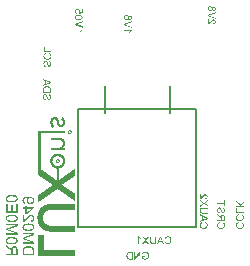
<source format=gbo>
G04*
G04 #@! TF.GenerationSoftware,Altium Limited,Altium Designer,20.0.13 (296)*
G04*
G04 Layer_Color=32896*
%FSLAX44Y44*%
%MOMM*%
G71*
G01*
G75*
%ADD12C,0.2000*%
G36*
X-69347Y18682D02*
X-69060D01*
Y18641D01*
X-68896D01*
Y18600D01*
X-68732D01*
Y18559D01*
X-68609D01*
Y18518D01*
X-68527D01*
Y18477D01*
X-68445D01*
Y18436D01*
X-68322D01*
Y18395D01*
X-68281D01*
Y18354D01*
X-68199D01*
Y18313D01*
X-68117D01*
Y18272D01*
X-68076D01*
Y18231D01*
X-67994D01*
Y18190D01*
X-67953D01*
Y18149D01*
X-67912D01*
Y18108D01*
X-67830D01*
Y18067D01*
X-67789D01*
Y18026D01*
X-67748D01*
Y17985D01*
X-67707D01*
Y17944D01*
X-67666D01*
Y17903D01*
X-67625D01*
Y17862D01*
X-67584D01*
Y17821D01*
X-67543D01*
Y17780D01*
X-67502D01*
Y17739D01*
X-67461D01*
Y17698D01*
X-67420D01*
Y17657D01*
X-67379D01*
Y17575D01*
X-67338D01*
Y17534D01*
X-67297D01*
Y17493D01*
X-67256D01*
Y17411D01*
X-67215D01*
Y17329D01*
X-67174D01*
Y17288D01*
X-67133D01*
Y17206D01*
X-67092D01*
Y17165D01*
X-67051D01*
Y17083D01*
X-67010D01*
Y17001D01*
X-66969D01*
Y16919D01*
X-66928D01*
Y16837D01*
X-66887D01*
Y16714D01*
X-66846D01*
Y16632D01*
X-66805D01*
Y16509D01*
X-66764D01*
Y16427D01*
X-66723D01*
Y16304D01*
X-66682D01*
Y16181D01*
X-66641D01*
Y16058D01*
X-66600D01*
Y15894D01*
X-66559D01*
Y15730D01*
X-66518D01*
Y15566D01*
X-66477D01*
Y15402D01*
X-66436D01*
Y15279D01*
X-66395D01*
Y15074D01*
X-66354D01*
Y14869D01*
X-66313D01*
Y14623D01*
X-66272D01*
Y14459D01*
X-66231D01*
Y14254D01*
X-66190D01*
Y14090D01*
X-66149D01*
Y13926D01*
X-66108D01*
Y13762D01*
X-66067D01*
Y13639D01*
X-66026D01*
Y13475D01*
X-65985D01*
Y13393D01*
X-65944D01*
Y13270D01*
X-65903D01*
Y13147D01*
X-65862D01*
Y13024D01*
X-65821D01*
Y12942D01*
X-65780D01*
Y12860D01*
X-65739D01*
Y12778D01*
X-65698D01*
Y12696D01*
X-65657D01*
Y12615D01*
X-65616D01*
Y12533D01*
X-65575D01*
Y12491D01*
X-65534D01*
Y12409D01*
X-65493D01*
Y12369D01*
X-65452D01*
Y12327D01*
X-65411D01*
Y12286D01*
X-65370D01*
Y12205D01*
X-65329D01*
Y12163D01*
X-65288D01*
Y12122D01*
X-65206D01*
Y12081D01*
X-65165D01*
Y12040D01*
X-65083D01*
Y11999D01*
X-65042D01*
Y11959D01*
X-64919D01*
Y11918D01*
X-64714D01*
Y11876D01*
X-64468D01*
Y11918D01*
X-64263D01*
Y11959D01*
X-64140D01*
Y11999D01*
X-64058D01*
Y12040D01*
X-63976D01*
Y12081D01*
X-63894D01*
Y12122D01*
X-63853D01*
Y12163D01*
X-63771D01*
Y12205D01*
X-63730D01*
Y12245D01*
X-63689D01*
Y12286D01*
X-63648D01*
Y12327D01*
X-63607D01*
Y12369D01*
X-63566D01*
Y12409D01*
X-63525D01*
Y12450D01*
X-63484D01*
Y12533D01*
X-63443D01*
Y12573D01*
X-63402D01*
Y12615D01*
X-63361D01*
Y12696D01*
X-63320D01*
Y12778D01*
X-63279D01*
Y12860D01*
X-63238D01*
Y12942D01*
X-63197D01*
Y13065D01*
X-63156D01*
Y13147D01*
X-63115D01*
Y13270D01*
X-63074D01*
Y13434D01*
X-63033D01*
Y13639D01*
X-62992D01*
Y13967D01*
X-62951D01*
Y14459D01*
X-62992D01*
Y14828D01*
X-63033D01*
Y14992D01*
X-63074D01*
Y15156D01*
X-63115D01*
Y15279D01*
X-63156D01*
Y15361D01*
X-63197D01*
Y15484D01*
X-63238D01*
Y15566D01*
X-63279D01*
Y15648D01*
X-63320D01*
Y15689D01*
X-63361D01*
Y15771D01*
X-63402D01*
Y15812D01*
X-63443D01*
Y15894D01*
X-63484D01*
Y15935D01*
X-63525D01*
Y15976D01*
X-63566D01*
Y16058D01*
X-63607D01*
Y16099D01*
X-63648D01*
Y16140D01*
X-63689D01*
Y16181D01*
X-63730D01*
Y16222D01*
X-63771D01*
Y16263D01*
X-63812D01*
Y16304D01*
X-63853D01*
Y16345D01*
X-63894D01*
Y16386D01*
X-63935D01*
Y16427D01*
X-63976D01*
Y16468D01*
X-64058D01*
Y16509D01*
X-64099D01*
Y16550D01*
X-64140D01*
Y16591D01*
X-64222D01*
Y16632D01*
X-64263D01*
Y16673D01*
X-64345D01*
Y16714D01*
X-64386D01*
Y16755D01*
X-64345D01*
Y16796D01*
X-64304D01*
Y16878D01*
X-64263D01*
Y16919D01*
X-64222D01*
Y17001D01*
X-64181D01*
Y17042D01*
X-64140D01*
Y17124D01*
X-64099D01*
Y17165D01*
X-64058D01*
Y17247D01*
X-64017D01*
Y17288D01*
X-63976D01*
Y17370D01*
X-63935D01*
Y17411D01*
X-63894D01*
Y17493D01*
X-63853D01*
Y17534D01*
X-63812D01*
Y17616D01*
X-63771D01*
Y17657D01*
X-63730D01*
Y17739D01*
X-63689D01*
Y17780D01*
X-63648D01*
Y17862D01*
X-63607D01*
Y17903D01*
X-63566D01*
Y17985D01*
X-63525D01*
Y18026D01*
X-63484D01*
Y18108D01*
X-63443D01*
Y18149D01*
X-63402D01*
Y18231D01*
X-63361D01*
Y18272D01*
X-63320D01*
Y18354D01*
X-63238D01*
Y18313D01*
X-63197D01*
Y18272D01*
X-63115D01*
Y18231D01*
X-63033D01*
Y18190D01*
X-62992D01*
Y18149D01*
X-62910D01*
Y18108D01*
X-62869D01*
Y18067D01*
X-62787D01*
Y18026D01*
X-62746D01*
Y17985D01*
X-62705D01*
Y17944D01*
X-62623D01*
Y17903D01*
X-62582D01*
Y17862D01*
X-62541D01*
Y17821D01*
X-62500D01*
Y17780D01*
X-62459D01*
Y17739D01*
X-62418D01*
Y17698D01*
X-62377D01*
Y17657D01*
X-62336D01*
Y17616D01*
X-62295D01*
Y17575D01*
X-62254D01*
Y17534D01*
X-62213D01*
Y17493D01*
X-62172D01*
Y17452D01*
X-62131D01*
Y17411D01*
X-62090D01*
Y17329D01*
X-62049D01*
Y17288D01*
X-62008D01*
Y17247D01*
X-61967D01*
Y17165D01*
X-61926D01*
Y17124D01*
X-61885D01*
Y17042D01*
X-61844D01*
Y17001D01*
X-61803D01*
Y16919D01*
X-61762D01*
Y16837D01*
X-61721D01*
Y16755D01*
X-61680D01*
Y16673D01*
X-61639D01*
Y16591D01*
X-61598D01*
Y16509D01*
X-61557D01*
Y16386D01*
X-61516D01*
Y16304D01*
X-61475D01*
Y16181D01*
X-61434D01*
Y16058D01*
X-61393D01*
Y15894D01*
X-61352D01*
Y15771D01*
X-61311D01*
Y15566D01*
X-61270D01*
Y15402D01*
X-61229D01*
Y15115D01*
X-61188D01*
Y14664D01*
X-61147D01*
Y14049D01*
X-61188D01*
Y13598D01*
X-61229D01*
Y13311D01*
X-61270D01*
Y13106D01*
X-61311D01*
Y12942D01*
X-61352D01*
Y12778D01*
X-61393D01*
Y12655D01*
X-61434D01*
Y12491D01*
X-61475D01*
Y12409D01*
X-61516D01*
Y12286D01*
X-61557D01*
Y12163D01*
X-61598D01*
Y12081D01*
X-61639D01*
Y11999D01*
X-61680D01*
Y11918D01*
X-61721D01*
Y11836D01*
X-61762D01*
Y11753D01*
X-61803D01*
Y11672D01*
X-61844D01*
Y11589D01*
X-61885D01*
Y11549D01*
X-61926D01*
Y11466D01*
X-61967D01*
Y11385D01*
X-62008D01*
Y11343D01*
X-62049D01*
Y11262D01*
X-62090D01*
Y11221D01*
X-62131D01*
Y11179D01*
X-62172D01*
Y11098D01*
X-62213D01*
Y11056D01*
X-62254D01*
Y11015D01*
X-62295D01*
Y10975D01*
X-62336D01*
Y10934D01*
X-62377D01*
Y10892D01*
X-62418D01*
Y10852D01*
X-62459D01*
Y10811D01*
X-62500D01*
Y10769D01*
X-62541D01*
Y10728D01*
X-62582D01*
Y10688D01*
X-62623D01*
Y10647D01*
X-62664D01*
Y10605D01*
X-62705D01*
Y10565D01*
X-62787D01*
Y10524D01*
X-62828D01*
Y10482D01*
X-62910D01*
Y10441D01*
X-62951D01*
Y10401D01*
X-62992D01*
Y10359D01*
X-63074D01*
Y10318D01*
X-63156D01*
Y10278D01*
X-63238D01*
Y10237D01*
X-63320D01*
Y10196D01*
X-63402D01*
Y10155D01*
X-63525D01*
Y10114D01*
X-63607D01*
Y10072D01*
X-63771D01*
Y10031D01*
X-63935D01*
Y9991D01*
X-64140D01*
Y9950D01*
X-65165D01*
Y9991D01*
X-65411D01*
Y10031D01*
X-65575D01*
Y10072D01*
X-65698D01*
Y10114D01*
X-65821D01*
Y10155D01*
X-65944D01*
Y10196D01*
X-66026D01*
Y10237D01*
X-66108D01*
Y10278D01*
X-66149D01*
Y10318D01*
X-66231D01*
Y10359D01*
X-66272D01*
Y10401D01*
X-66354D01*
Y10441D01*
X-66395D01*
Y10482D01*
X-66436D01*
Y10524D01*
X-66518D01*
Y10565D01*
X-66559D01*
Y10605D01*
X-66600D01*
Y10647D01*
X-66641D01*
Y10688D01*
X-66682D01*
Y10728D01*
X-66723D01*
Y10769D01*
X-66764D01*
Y10811D01*
X-66805D01*
Y10852D01*
X-66846D01*
Y10892D01*
X-66887D01*
Y10975D01*
X-66928D01*
Y11015D01*
X-66969D01*
Y11056D01*
X-67010D01*
Y11138D01*
X-67051D01*
Y11179D01*
X-67092D01*
Y11262D01*
X-67133D01*
Y11302D01*
X-67174D01*
Y11385D01*
X-67215D01*
Y11466D01*
X-67256D01*
Y11549D01*
X-67297D01*
Y11631D01*
X-67338D01*
Y11712D01*
X-67379D01*
Y11795D01*
X-67420D01*
Y11876D01*
X-67461D01*
Y11999D01*
X-67502D01*
Y12081D01*
X-67543D01*
Y12205D01*
X-67584D01*
Y12327D01*
X-67625D01*
Y12450D01*
X-67666D01*
Y12573D01*
X-67707D01*
Y12737D01*
X-67748D01*
Y12860D01*
X-67789D01*
Y13024D01*
X-67830D01*
Y13188D01*
X-67871D01*
Y13352D01*
X-67912D01*
Y13516D01*
X-67953D01*
Y13680D01*
X-67994D01*
Y13844D01*
X-68035D01*
Y14049D01*
X-68076D01*
Y14254D01*
X-68117D01*
Y14418D01*
X-68158D01*
Y14582D01*
X-68199D01*
Y14746D01*
X-68240D01*
Y14910D01*
X-68281D01*
Y15074D01*
X-68322D01*
Y15197D01*
X-68363D01*
Y15320D01*
X-68404D01*
Y15402D01*
X-68445D01*
Y15525D01*
X-68486D01*
Y15607D01*
X-68527D01*
Y15689D01*
X-68568D01*
Y15771D01*
X-68609D01*
Y15812D01*
X-68650D01*
Y15894D01*
X-68691D01*
Y15976D01*
X-68732D01*
Y16017D01*
X-68773D01*
Y16058D01*
X-68814D01*
Y16099D01*
X-68855D01*
Y16181D01*
X-68896D01*
Y16222D01*
X-68937D01*
Y16263D01*
X-68978D01*
Y16304D01*
X-69060D01*
Y16345D01*
X-69101D01*
Y16386D01*
X-69142D01*
Y16427D01*
X-69224D01*
Y16468D01*
X-69265D01*
Y16509D01*
X-69388D01*
Y16550D01*
X-69511D01*
Y16591D01*
X-69716D01*
Y16632D01*
X-70167D01*
Y16591D01*
X-70372D01*
Y16550D01*
X-70495D01*
Y16509D01*
X-70618D01*
Y16468D01*
X-70700D01*
Y16427D01*
X-70741D01*
Y16386D01*
X-70823D01*
Y16345D01*
X-70864D01*
Y16304D01*
X-70905D01*
Y16263D01*
X-70946D01*
Y16222D01*
X-71028D01*
Y16181D01*
X-71069D01*
Y16140D01*
X-71110D01*
Y16058D01*
X-71151D01*
Y16017D01*
X-71192D01*
Y15976D01*
X-71233D01*
Y15935D01*
X-71274D01*
Y15853D01*
X-71315D01*
Y15812D01*
X-71356D01*
Y15730D01*
X-71397D01*
Y15648D01*
X-71438D01*
Y15566D01*
X-71479D01*
Y15484D01*
X-71520D01*
Y15361D01*
X-71561D01*
Y15238D01*
X-71602D01*
Y15115D01*
X-71643D01*
Y14951D01*
X-71684D01*
Y14746D01*
X-71725D01*
Y14418D01*
X-71766D01*
Y13598D01*
X-71725D01*
Y13270D01*
X-71684D01*
Y13065D01*
X-71643D01*
Y12901D01*
X-71602D01*
Y12778D01*
X-71561D01*
Y12655D01*
X-71520D01*
Y12573D01*
X-71479D01*
Y12491D01*
X-71438D01*
Y12409D01*
X-71397D01*
Y12327D01*
X-71356D01*
Y12245D01*
X-71315D01*
Y12205D01*
X-71274D01*
Y12122D01*
X-71233D01*
Y12081D01*
X-71192D01*
Y11999D01*
X-71151D01*
Y11959D01*
X-71110D01*
Y11918D01*
X-71069D01*
Y11836D01*
X-71028D01*
Y11795D01*
X-70987D01*
Y11753D01*
X-70946D01*
Y11712D01*
X-70905D01*
Y11672D01*
X-70864D01*
Y11631D01*
X-70823D01*
Y11549D01*
X-70782D01*
Y11508D01*
X-70741D01*
Y11466D01*
X-70700D01*
Y11425D01*
X-70659D01*
Y11385D01*
X-70618D01*
Y11343D01*
X-70577D01*
Y11302D01*
X-70536D01*
Y11262D01*
X-70454D01*
Y11221D01*
X-70413D01*
Y11179D01*
X-70372D01*
Y11138D01*
X-70331D01*
Y11098D01*
X-70290D01*
Y11056D01*
X-70249D01*
Y11015D01*
X-70208D01*
Y10934D01*
X-70249D01*
Y10852D01*
X-70290D01*
Y10811D01*
X-70331D01*
Y10769D01*
X-70372D01*
Y10728D01*
X-70413D01*
Y10647D01*
X-70454D01*
Y10605D01*
X-70495D01*
Y10565D01*
X-70536D01*
Y10482D01*
X-70577D01*
Y10441D01*
X-70618D01*
Y10401D01*
X-70659D01*
Y10359D01*
X-70700D01*
Y10278D01*
X-70741D01*
Y10237D01*
X-70782D01*
Y10196D01*
X-70823D01*
Y10114D01*
X-70864D01*
Y10072D01*
X-70905D01*
Y10031D01*
X-70946D01*
Y9950D01*
X-70987D01*
Y9909D01*
X-71028D01*
Y9868D01*
X-71069D01*
Y9827D01*
X-71110D01*
Y9745D01*
X-71151D01*
Y9704D01*
X-71192D01*
Y9663D01*
X-71233D01*
Y9581D01*
X-71274D01*
Y9540D01*
X-71315D01*
Y9499D01*
X-71356D01*
Y9458D01*
X-71438D01*
Y9499D01*
X-71520D01*
Y9540D01*
X-71561D01*
Y9581D01*
X-71602D01*
Y9621D01*
X-71684D01*
Y9663D01*
X-71725D01*
Y9704D01*
X-71766D01*
Y9745D01*
X-71807D01*
Y9786D01*
X-71889D01*
Y9827D01*
X-71930D01*
Y9868D01*
X-71971D01*
Y9909D01*
X-72012D01*
Y9950D01*
X-72053D01*
Y9991D01*
X-72094D01*
Y10031D01*
X-72135D01*
Y10072D01*
X-72176D01*
Y10114D01*
X-72217D01*
Y10155D01*
X-72258D01*
Y10196D01*
X-72299D01*
Y10237D01*
X-72340D01*
Y10278D01*
X-72381D01*
Y10318D01*
X-72422D01*
Y10359D01*
X-72463D01*
Y10401D01*
X-72504D01*
Y10441D01*
X-72545D01*
Y10524D01*
X-72586D01*
Y10565D01*
X-72627D01*
Y10605D01*
X-72668D01*
Y10688D01*
X-72709D01*
Y10728D01*
X-72750D01*
Y10811D01*
X-72791D01*
Y10852D01*
X-72832D01*
Y10934D01*
X-72873D01*
Y10975D01*
X-72914D01*
Y11056D01*
X-72955D01*
Y11138D01*
X-72996D01*
Y11221D01*
X-73037D01*
Y11302D01*
X-73078D01*
Y11385D01*
X-73119D01*
Y11508D01*
X-73160D01*
Y11589D01*
X-73201D01*
Y11712D01*
X-73242D01*
Y11836D01*
X-73283D01*
Y11959D01*
X-73324D01*
Y12122D01*
X-73365D01*
Y12286D01*
X-73406D01*
Y12450D01*
X-73447D01*
Y12696D01*
X-73488D01*
Y12942D01*
X-73529D01*
Y13393D01*
X-73570D01*
Y14623D01*
X-73529D01*
Y14992D01*
X-73488D01*
Y15279D01*
X-73447D01*
Y15484D01*
X-73406D01*
Y15689D01*
X-73365D01*
Y15853D01*
X-73324D01*
Y16017D01*
X-73283D01*
Y16140D01*
X-73242D01*
Y16263D01*
X-73201D01*
Y16386D01*
X-73160D01*
Y16468D01*
X-73119D01*
Y16550D01*
X-73078D01*
Y16673D01*
X-73037D01*
Y16755D01*
X-72996D01*
Y16837D01*
X-72955D01*
Y16919D01*
X-72914D01*
Y17001D01*
X-72873D01*
Y17042D01*
X-72832D01*
Y17124D01*
X-72791D01*
Y17206D01*
X-72750D01*
Y17247D01*
X-72709D01*
Y17329D01*
X-72668D01*
Y17370D01*
X-72627D01*
Y17452D01*
X-72586D01*
Y17493D01*
X-72545D01*
Y17534D01*
X-72504D01*
Y17575D01*
X-72463D01*
Y17616D01*
X-72422D01*
Y17698D01*
X-72381D01*
Y17739D01*
X-72340D01*
Y17780D01*
X-72299D01*
Y17821D01*
X-72258D01*
Y17862D01*
X-72217D01*
Y17903D01*
X-72135D01*
Y17944D01*
X-72094D01*
Y17985D01*
X-72053D01*
Y18026D01*
X-72012D01*
Y18067D01*
X-71971D01*
Y18108D01*
X-71889D01*
Y18149D01*
X-71848D01*
Y18190D01*
X-71766D01*
Y18231D01*
X-71725D01*
Y18272D01*
X-71643D01*
Y18313D01*
X-71602D01*
Y18354D01*
X-71520D01*
Y18395D01*
X-71438D01*
Y18436D01*
X-71356D01*
Y18477D01*
X-71233D01*
Y18518D01*
X-71110D01*
Y18559D01*
X-71028D01*
Y18600D01*
X-70823D01*
Y18641D01*
X-70659D01*
Y18682D01*
X-70372D01*
Y18723D01*
X-69347D01*
Y18682D01*
D02*
G37*
G36*
X-56760Y7490D02*
X-56596D01*
Y7449D01*
X-56473D01*
Y7408D01*
X-56391D01*
Y7367D01*
X-56309D01*
Y7326D01*
X-56227D01*
Y7285D01*
X-56186D01*
Y7244D01*
X-56104D01*
Y7203D01*
X-56063D01*
Y7162D01*
X-56023D01*
Y7121D01*
X-55981D01*
Y7080D01*
X-55940D01*
Y7039D01*
X-55900D01*
Y6998D01*
X-55858D01*
Y6957D01*
X-55817D01*
Y6916D01*
X-55776D01*
Y6834D01*
X-55735D01*
Y6793D01*
X-55694D01*
Y6711D01*
X-55654D01*
Y6629D01*
X-55613D01*
Y6547D01*
X-55571D01*
Y6424D01*
X-55530D01*
Y6260D01*
X-55489D01*
Y5932D01*
X-55448D01*
Y5727D01*
X-55489D01*
Y5399D01*
X-55530D01*
Y5276D01*
X-55571D01*
Y5153D01*
X-55613D01*
Y5030D01*
X-55654D01*
Y4948D01*
X-55694D01*
Y4907D01*
X-55735D01*
Y4825D01*
X-55776D01*
Y4784D01*
X-55817D01*
Y4702D01*
X-55858D01*
Y4661D01*
X-55900D01*
Y4620D01*
X-55940D01*
Y4579D01*
X-55981D01*
Y4538D01*
X-56023D01*
Y4497D01*
X-56063D01*
Y4456D01*
X-56145D01*
Y4415D01*
X-56186D01*
Y4374D01*
X-56268D01*
Y4333D01*
X-56350D01*
Y4292D01*
X-56432D01*
Y4251D01*
X-56514D01*
Y4210D01*
X-56637D01*
Y4169D01*
X-56842D01*
Y4128D01*
X-57457D01*
Y4169D01*
X-57662D01*
Y4210D01*
X-57785D01*
Y4251D01*
X-57867D01*
Y4292D01*
X-57949D01*
Y4333D01*
X-58031D01*
Y4374D01*
X-58113D01*
Y4415D01*
X-58154D01*
Y4456D01*
X-58236D01*
Y4497D01*
X-58277D01*
Y4538D01*
X-58318D01*
Y4579D01*
X-58359D01*
Y4620D01*
X-58400D01*
Y4661D01*
X-58441D01*
Y4702D01*
X-58482D01*
Y4784D01*
X-58523D01*
Y4825D01*
X-58564D01*
Y4907D01*
X-58605D01*
Y4948D01*
X-58646D01*
Y5030D01*
X-58687D01*
Y5153D01*
X-58728D01*
Y5235D01*
X-58769D01*
Y5399D01*
X-58810D01*
Y5686D01*
X-58851D01*
Y5973D01*
X-58810D01*
Y6260D01*
X-58769D01*
Y6424D01*
X-58728D01*
Y6547D01*
X-58687D01*
Y6629D01*
X-58646D01*
Y6711D01*
X-58605D01*
Y6793D01*
X-58564D01*
Y6834D01*
X-58523D01*
Y6916D01*
X-58482D01*
Y6957D01*
X-58441D01*
Y6998D01*
X-58400D01*
Y7039D01*
X-58359D01*
Y7080D01*
X-58318D01*
Y7121D01*
X-58277D01*
Y7162D01*
X-58236D01*
Y7203D01*
X-58195D01*
Y7244D01*
X-58113D01*
Y7285D01*
X-58072D01*
Y7326D01*
X-57990D01*
Y7367D01*
X-57908D01*
Y7408D01*
X-57826D01*
Y7449D01*
X-57703D01*
Y7490D01*
X-57539D01*
Y7531D01*
X-56760D01*
Y7490D01*
D02*
G37*
G36*
X-65493Y889D02*
X-65042D01*
Y848D01*
X-64714D01*
Y807D01*
X-64550D01*
Y766D01*
X-64345D01*
Y725D01*
X-64181D01*
Y684D01*
X-64017D01*
Y643D01*
X-63894D01*
Y602D01*
X-63771D01*
Y561D01*
X-63648D01*
Y520D01*
X-63566D01*
Y479D01*
X-63484D01*
Y438D01*
X-63361D01*
Y397D01*
X-63279D01*
Y356D01*
X-63197D01*
Y315D01*
X-63156D01*
Y274D01*
X-63074D01*
Y233D01*
X-62992D01*
Y192D01*
X-62951D01*
Y151D01*
X-62869D01*
Y110D01*
X-62828D01*
Y69D01*
X-62746D01*
Y28D01*
X-62705D01*
Y-13D01*
X-62623D01*
Y-54D01*
X-62582D01*
Y-95D01*
X-62541D01*
Y-136D01*
X-62500D01*
Y-177D01*
X-62459D01*
Y-218D01*
X-62418D01*
Y-259D01*
X-62377D01*
Y-300D01*
X-62336D01*
Y-341D01*
X-62295D01*
Y-382D01*
X-62254D01*
Y-423D01*
X-62213D01*
Y-464D01*
X-62172D01*
Y-505D01*
X-62131D01*
Y-546D01*
X-62090D01*
Y-587D01*
X-62049D01*
Y-669D01*
X-62008D01*
Y-710D01*
X-61967D01*
Y-751D01*
X-61926D01*
Y-833D01*
X-61885D01*
Y-874D01*
X-61844D01*
Y-956D01*
X-61803D01*
Y-997D01*
X-61762D01*
Y-1079D01*
X-61721D01*
Y-1161D01*
X-61680D01*
Y-1243D01*
X-61639D01*
Y-1325D01*
X-61598D01*
Y-1407D01*
X-61557D01*
Y-1489D01*
X-61516D01*
Y-1571D01*
X-61475D01*
Y-1694D01*
X-61434D01*
Y-1817D01*
X-61393D01*
Y-1940D01*
X-61352D01*
Y-2104D01*
X-61311D01*
Y-2268D01*
X-61270D01*
Y-2473D01*
X-61229D01*
Y-2719D01*
X-61188D01*
Y-3211D01*
X-61147D01*
Y-3867D01*
X-61188D01*
Y-4277D01*
X-61229D01*
Y-4523D01*
X-61270D01*
Y-4728D01*
X-61311D01*
Y-4851D01*
X-61352D01*
Y-5015D01*
X-61393D01*
Y-5138D01*
X-61434D01*
Y-5261D01*
X-61475D01*
Y-5343D01*
X-61516D01*
Y-5466D01*
X-61557D01*
Y-5548D01*
X-61598D01*
Y-5630D01*
X-61639D01*
Y-5712D01*
X-61680D01*
Y-5794D01*
X-61721D01*
Y-5876D01*
X-61762D01*
Y-5958D01*
X-61803D01*
Y-5999D01*
X-61844D01*
Y-6081D01*
X-61885D01*
Y-6163D01*
X-61926D01*
Y-6204D01*
X-61967D01*
Y-6245D01*
X-62008D01*
Y-6327D01*
X-62049D01*
Y-6368D01*
X-62090D01*
Y-6450D01*
X-62131D01*
Y-6491D01*
X-62172D01*
Y-6532D01*
X-62213D01*
Y-6573D01*
X-62254D01*
Y-6614D01*
X-62295D01*
Y-6696D01*
X-62336D01*
Y-6737D01*
X-62377D01*
Y-6778D01*
X-62418D01*
Y-6819D01*
X-62459D01*
Y-6860D01*
X-62500D01*
Y-6901D01*
X-62541D01*
Y-6942D01*
X-62623D01*
Y-6983D01*
X-62664D01*
Y-7024D01*
X-62705D01*
Y-7065D01*
X-62746D01*
Y-7106D01*
X-62787D01*
Y-7147D01*
X-62869D01*
Y-7188D01*
X-62910D01*
Y-7229D01*
X-62992D01*
Y-7270D01*
X-63033D01*
Y-7311D01*
X-63115D01*
Y-7352D01*
X-63156D01*
Y-7393D01*
X-63238D01*
Y-7434D01*
X-63320D01*
Y-7475D01*
X-63402D01*
Y-7557D01*
X-62623D01*
Y-7598D01*
X-61475D01*
Y-9484D01*
X-61762D01*
Y-9443D01*
X-62623D01*
Y-9402D01*
X-63443D01*
Y-9361D01*
X-73283D01*
Y-7393D01*
X-66723D01*
Y-7352D01*
X-66354D01*
Y-7311D01*
X-66108D01*
Y-7270D01*
X-65903D01*
Y-7229D01*
X-65739D01*
Y-7188D01*
X-65575D01*
Y-7147D01*
X-65411D01*
Y-7106D01*
X-65329D01*
Y-7065D01*
X-65206D01*
Y-7024D01*
X-65083D01*
Y-6983D01*
X-65001D01*
Y-6942D01*
X-64878D01*
Y-6901D01*
X-64796D01*
Y-6860D01*
X-64714D01*
Y-6819D01*
X-64632D01*
Y-6778D01*
X-64591D01*
Y-6737D01*
X-64509D01*
Y-6696D01*
X-64427D01*
Y-6655D01*
X-64386D01*
Y-6614D01*
X-64304D01*
Y-6573D01*
X-64263D01*
Y-6532D01*
X-64181D01*
Y-6491D01*
X-64140D01*
Y-6450D01*
X-64099D01*
Y-6409D01*
X-64058D01*
Y-6368D01*
X-64017D01*
Y-6327D01*
X-63976D01*
Y-6286D01*
X-63894D01*
Y-6245D01*
X-63853D01*
Y-6204D01*
X-63812D01*
Y-6163D01*
X-63771D01*
Y-6081D01*
X-63730D01*
Y-6040D01*
X-63689D01*
Y-5999D01*
X-63648D01*
Y-5958D01*
X-63607D01*
Y-5876D01*
X-63566D01*
Y-5835D01*
X-63525D01*
Y-5753D01*
X-63484D01*
Y-5712D01*
X-63443D01*
Y-5630D01*
X-63402D01*
Y-5589D01*
X-63361D01*
Y-5507D01*
X-63320D01*
Y-5425D01*
X-63279D01*
Y-5302D01*
X-63238D01*
Y-5220D01*
X-63197D01*
Y-5097D01*
X-63156D01*
Y-4974D01*
X-63115D01*
Y-4851D01*
X-63074D01*
Y-4646D01*
X-63033D01*
Y-4441D01*
X-62992D01*
Y-4031D01*
X-62951D01*
Y-3498D01*
X-62992D01*
Y-3129D01*
X-63033D01*
Y-2924D01*
X-63074D01*
Y-2760D01*
X-63115D01*
Y-2637D01*
X-63156D01*
Y-2555D01*
X-63197D01*
Y-2432D01*
X-63238D01*
Y-2350D01*
X-63279D01*
Y-2309D01*
X-63320D01*
Y-2227D01*
X-63361D01*
Y-2145D01*
X-63402D01*
Y-2104D01*
X-63443D01*
Y-2063D01*
X-63484D01*
Y-1981D01*
X-63525D01*
Y-1940D01*
X-63566D01*
Y-1899D01*
X-63607D01*
Y-1858D01*
X-63648D01*
Y-1817D01*
X-63689D01*
Y-1776D01*
X-63730D01*
Y-1735D01*
X-63771D01*
Y-1694D01*
X-63853D01*
Y-1653D01*
X-63894D01*
Y-1612D01*
X-63976D01*
Y-1571D01*
X-64017D01*
Y-1530D01*
X-64099D01*
Y-1489D01*
X-64140D01*
Y-1448D01*
X-64222D01*
Y-1407D01*
X-64345D01*
Y-1366D01*
X-64427D01*
Y-1325D01*
X-64509D01*
Y-1284D01*
X-64632D01*
Y-1243D01*
X-64755D01*
Y-1202D01*
X-64878D01*
Y-1161D01*
X-65042D01*
Y-1120D01*
X-65288D01*
Y-1079D01*
X-65575D01*
Y-1038D01*
X-73283D01*
Y930D01*
X-65493D01*
Y889D01*
D02*
G37*
G36*
X-61475Y4866D02*
X-81810D01*
Y-25432D01*
X-81769D01*
Y-25473D01*
X-81728D01*
Y-25514D01*
X-81646D01*
Y-25555D01*
X-81605D01*
Y-25596D01*
X-81564D01*
Y-25637D01*
X-81482D01*
Y-25678D01*
X-81441D01*
Y-25719D01*
X-81359D01*
Y-25760D01*
X-81318D01*
Y-25801D01*
X-81236D01*
Y-25842D01*
X-81195D01*
Y-25883D01*
X-81154D01*
Y-25924D01*
X-81072D01*
Y-25965D01*
X-81031D01*
Y-26006D01*
X-80949D01*
Y-26047D01*
X-80908D01*
Y-26088D01*
X-80826D01*
Y-26129D01*
X-80785D01*
Y-26170D01*
X-80744D01*
Y-26211D01*
X-80662D01*
Y-26252D01*
X-80621D01*
Y-26293D01*
X-80539D01*
Y-26334D01*
X-80498D01*
Y-26375D01*
X-80416D01*
Y-26416D01*
X-80375D01*
Y-26457D01*
X-80293D01*
Y-26498D01*
X-80252D01*
Y-26539D01*
X-80211D01*
Y-26580D01*
X-80129D01*
Y-26621D01*
X-80088D01*
Y-26662D01*
X-80006D01*
Y-26703D01*
X-79965D01*
Y-26744D01*
X-79883D01*
Y-26785D01*
X-79842D01*
Y-26826D01*
X-79801D01*
Y-26867D01*
X-79719D01*
Y-26908D01*
X-79678D01*
Y-26949D01*
X-79597D01*
Y-26990D01*
X-79556D01*
Y-27031D01*
X-79473D01*
Y-27072D01*
X-79432D01*
Y-27113D01*
X-79391D01*
Y-27154D01*
X-79310D01*
Y-27195D01*
X-79268D01*
Y-27236D01*
X-79187D01*
Y-27277D01*
X-79145D01*
Y-27318D01*
X-79063D01*
Y-27359D01*
X-79022D01*
Y-27400D01*
X-78981D01*
Y-27441D01*
X-78899D01*
Y-27482D01*
X-78858D01*
Y-27523D01*
X-78776D01*
Y-27564D01*
X-78735D01*
Y-27605D01*
X-78653D01*
Y-27646D01*
X-78612D01*
Y-27687D01*
X-78572D01*
Y-27728D01*
X-78489D01*
Y-27769D01*
X-78449D01*
Y-27810D01*
X-78366D01*
Y-27851D01*
X-78326D01*
Y-27892D01*
X-78243D01*
Y-27933D01*
X-78203D01*
Y-27974D01*
X-78162D01*
Y-28015D01*
X-78080D01*
Y-28056D01*
X-78039D01*
Y-28097D01*
X-77957D01*
Y-28138D01*
X-77916D01*
Y-28179D01*
X-77833D01*
Y-28220D01*
X-77793D01*
Y-28261D01*
X-77751D01*
Y-28302D01*
X-77670D01*
Y-28343D01*
X-77628D01*
Y-28384D01*
X-77547D01*
Y-28425D01*
X-77505D01*
Y-28466D01*
X-77424D01*
Y-28507D01*
X-77382D01*
Y-28548D01*
X-77341D01*
Y-28589D01*
X-77259D01*
Y-28630D01*
X-77218D01*
Y-28671D01*
X-77137D01*
Y-28712D01*
X-77096D01*
Y-28753D01*
X-77014D01*
Y-28794D01*
X-76973D01*
Y-28835D01*
X-76932D01*
Y-28876D01*
X-76850D01*
Y-28917D01*
X-76809D01*
Y-28958D01*
X-76727D01*
Y-28999D01*
X-76686D01*
Y-29040D01*
X-76603D01*
Y-29081D01*
X-76563D01*
Y-29122D01*
X-76522D01*
Y-29163D01*
X-76440D01*
Y-29204D01*
X-76399D01*
Y-29245D01*
X-76317D01*
Y-29286D01*
X-76276D01*
Y-29327D01*
X-76194D01*
Y-29368D01*
X-76153D01*
Y-29409D01*
X-76112D01*
Y-29450D01*
X-76030D01*
Y-29491D01*
X-75989D01*
Y-29532D01*
X-75907D01*
Y-29573D01*
X-75866D01*
Y-29614D01*
X-75784D01*
Y-29655D01*
X-75743D01*
Y-29696D01*
X-75702D01*
Y-29737D01*
X-75620D01*
Y-29778D01*
X-75579D01*
Y-29819D01*
X-75497D01*
Y-29860D01*
X-75456D01*
Y-29901D01*
X-75374D01*
Y-29942D01*
X-75333D01*
Y-29983D01*
X-75292D01*
Y-30024D01*
X-75210D01*
Y-30065D01*
X-75169D01*
Y-30106D01*
X-75087D01*
Y-30147D01*
X-75046D01*
Y-30188D01*
X-74964D01*
Y-30229D01*
X-74923D01*
Y-30270D01*
X-74882D01*
Y-30311D01*
X-74800D01*
Y-30352D01*
X-74759D01*
Y-30393D01*
X-74677D01*
Y-30434D01*
X-74636D01*
Y-30475D01*
X-74554D01*
Y-30516D01*
X-74513D01*
Y-30557D01*
X-74472D01*
Y-30598D01*
X-74390D01*
Y-30639D01*
X-74349D01*
Y-30680D01*
X-74267D01*
Y-30721D01*
X-74226D01*
Y-30762D01*
X-74144D01*
Y-30803D01*
X-74103D01*
Y-30844D01*
X-74062D01*
Y-30885D01*
X-73980D01*
Y-30926D01*
X-73939D01*
Y-30967D01*
X-73857D01*
Y-31008D01*
X-73816D01*
Y-31049D01*
X-73734D01*
Y-31090D01*
X-73693D01*
Y-31131D01*
X-73652D01*
Y-31172D01*
X-73570D01*
Y-31213D01*
X-73529D01*
Y-31254D01*
X-73447D01*
Y-31295D01*
X-73406D01*
Y-31336D01*
X-73324D01*
Y-31377D01*
X-73283D01*
Y-31418D01*
X-73242D01*
Y-31459D01*
X-73160D01*
Y-31500D01*
X-73119D01*
Y-31541D01*
X-73037D01*
Y-31582D01*
X-72996D01*
Y-31623D01*
X-72914D01*
Y-31664D01*
X-72873D01*
Y-31705D01*
X-72832D01*
Y-31746D01*
X-72750D01*
Y-31787D01*
X-72709D01*
Y-31828D01*
X-72627D01*
Y-31869D01*
X-72586D01*
Y-31910D01*
X-72504D01*
Y-31951D01*
X-72463D01*
Y-31992D01*
X-72422D01*
Y-32033D01*
X-72340D01*
Y-32074D01*
X-72299D01*
Y-32115D01*
X-72217D01*
Y-32156D01*
X-72176D01*
Y-32197D01*
X-72094D01*
Y-32238D01*
X-72053D01*
Y-32279D01*
X-72012D01*
Y-32320D01*
X-71930D01*
Y-32361D01*
X-71889D01*
Y-32402D01*
X-71807D01*
Y-32443D01*
X-71766D01*
Y-32484D01*
X-71684D01*
Y-32525D01*
X-71643D01*
Y-32566D01*
X-71602D01*
Y-32607D01*
X-71520D01*
Y-32648D01*
X-71479D01*
Y-32689D01*
X-71397D01*
Y-32730D01*
X-71356D01*
Y-32771D01*
X-71274D01*
Y-32812D01*
X-71233D01*
Y-32853D01*
X-71192D01*
Y-32894D01*
X-71110D01*
Y-32935D01*
X-71069D01*
Y-32976D01*
X-70987D01*
Y-33017D01*
X-70946D01*
Y-33058D01*
X-70864D01*
Y-33099D01*
X-70823D01*
Y-33140D01*
X-70782D01*
Y-33181D01*
X-70700D01*
Y-33222D01*
X-70659D01*
Y-33263D01*
X-70577D01*
Y-33304D01*
X-70536D01*
Y-33345D01*
X-70454D01*
Y-33386D01*
X-70413D01*
Y-33427D01*
X-70372D01*
Y-33468D01*
X-70290D01*
Y-33509D01*
X-70249D01*
Y-33550D01*
X-70167D01*
Y-33591D01*
X-70126D01*
Y-33632D01*
X-70044D01*
Y-33673D01*
X-70003D01*
Y-33714D01*
X-69962D01*
Y-33755D01*
X-69880D01*
Y-33796D01*
X-69839D01*
Y-33837D01*
X-69757D01*
Y-33878D01*
X-69716D01*
Y-33919D01*
X-69634D01*
Y-33960D01*
X-69593D01*
Y-34001D01*
X-69552D01*
Y-34042D01*
X-69470D01*
Y-34083D01*
X-69429D01*
Y-34124D01*
X-69347D01*
Y-34165D01*
X-69306D01*
Y-34206D01*
X-69224D01*
Y-34247D01*
X-69183D01*
Y-34288D01*
X-69142D01*
Y-34329D01*
X-69060D01*
Y-34370D01*
X-69019D01*
Y-34411D01*
X-68937D01*
Y-34452D01*
X-68896D01*
Y-34493D01*
X-68814D01*
Y-34534D01*
X-68773D01*
Y-34575D01*
X-68732D01*
Y-34616D01*
X-68650D01*
Y-34657D01*
X-68609D01*
Y-34698D01*
X-68527D01*
Y-34739D01*
X-68486D01*
Y-34780D01*
X-68404D01*
Y-34821D01*
X-68322D01*
Y-24981D01*
X-68486D01*
Y-24940D01*
X-68732D01*
Y-24899D01*
X-68937D01*
Y-24858D01*
X-69101D01*
Y-24817D01*
X-69265D01*
Y-24776D01*
X-69388D01*
Y-24735D01*
X-69511D01*
Y-24694D01*
X-69634D01*
Y-24653D01*
X-69757D01*
Y-24612D01*
X-69839D01*
Y-24571D01*
X-69962D01*
Y-24530D01*
X-70044D01*
Y-24489D01*
X-70126D01*
Y-24448D01*
X-70208D01*
Y-24407D01*
X-70290D01*
Y-24366D01*
X-70372D01*
Y-24325D01*
X-70454D01*
Y-24284D01*
X-70536D01*
Y-24243D01*
X-70577D01*
Y-24202D01*
X-70659D01*
Y-24161D01*
X-70741D01*
Y-24120D01*
X-70782D01*
Y-24079D01*
X-70864D01*
Y-24038D01*
X-70905D01*
Y-23997D01*
X-70987D01*
Y-23956D01*
X-71028D01*
Y-23915D01*
X-71110D01*
Y-23874D01*
X-71151D01*
Y-23833D01*
X-71233D01*
Y-23792D01*
X-71274D01*
Y-23751D01*
X-71315D01*
Y-23710D01*
X-71356D01*
Y-23669D01*
X-71397D01*
Y-23628D01*
X-71479D01*
Y-23587D01*
X-71520D01*
Y-23546D01*
X-71561D01*
Y-23505D01*
X-71602D01*
Y-23464D01*
X-71643D01*
Y-23423D01*
X-71684D01*
Y-23382D01*
X-71725D01*
Y-23341D01*
X-71766D01*
Y-23300D01*
X-71848D01*
Y-23218D01*
X-71889D01*
Y-23177D01*
X-71930D01*
Y-23136D01*
X-71971D01*
Y-23095D01*
X-72012D01*
Y-23054D01*
X-72053D01*
Y-23013D01*
X-72094D01*
Y-22972D01*
X-72135D01*
Y-22931D01*
X-72176D01*
Y-22849D01*
X-72217D01*
Y-22808D01*
X-72258D01*
Y-22767D01*
X-72299D01*
Y-22726D01*
X-72340D01*
Y-22644D01*
X-72381D01*
Y-22603D01*
X-72422D01*
Y-22562D01*
X-72463D01*
Y-22480D01*
X-72504D01*
Y-22398D01*
X-72545D01*
Y-22357D01*
X-72586D01*
Y-22275D01*
X-72627D01*
Y-22234D01*
X-72668D01*
Y-22152D01*
X-72709D01*
Y-22111D01*
X-72750D01*
Y-22029D01*
X-72791D01*
Y-21947D01*
X-72832D01*
Y-21865D01*
X-72873D01*
Y-21783D01*
X-72914D01*
Y-21701D01*
X-72955D01*
Y-21619D01*
X-72996D01*
Y-21537D01*
X-73037D01*
Y-21414D01*
X-73078D01*
Y-21332D01*
X-73119D01*
Y-21209D01*
X-73160D01*
Y-21086D01*
X-73201D01*
Y-20963D01*
X-73242D01*
Y-20840D01*
X-73283D01*
Y-20717D01*
X-73324D01*
Y-20553D01*
X-73365D01*
Y-20430D01*
X-73406D01*
Y-20225D01*
X-73447D01*
Y-19979D01*
X-73488D01*
Y-19774D01*
X-73529D01*
Y-19282D01*
X-73570D01*
Y-18175D01*
X-73529D01*
Y-17724D01*
X-73488D01*
Y-17519D01*
X-73447D01*
Y-17273D01*
X-73406D01*
Y-17068D01*
X-73365D01*
Y-16904D01*
X-73324D01*
Y-16781D01*
X-73283D01*
Y-16617D01*
X-73242D01*
Y-16494D01*
X-73201D01*
Y-16371D01*
X-73160D01*
Y-16289D01*
X-73119D01*
Y-16166D01*
X-73078D01*
Y-16084D01*
X-73037D01*
Y-15961D01*
X-72996D01*
Y-15879D01*
X-72955D01*
Y-15797D01*
X-72914D01*
Y-15715D01*
X-72873D01*
Y-15633D01*
X-72832D01*
Y-15551D01*
X-72791D01*
Y-15469D01*
X-72750D01*
Y-15387D01*
X-72709D01*
Y-15346D01*
X-72668D01*
Y-15264D01*
X-72627D01*
Y-15182D01*
X-72586D01*
Y-15141D01*
X-72545D01*
Y-15059D01*
X-72504D01*
Y-15018D01*
X-72463D01*
Y-14936D01*
X-72422D01*
Y-14895D01*
X-72381D01*
Y-14813D01*
X-72340D01*
Y-14772D01*
X-72299D01*
Y-14731D01*
X-72258D01*
Y-14690D01*
X-72217D01*
Y-14608D01*
X-72176D01*
Y-14567D01*
X-72135D01*
Y-14526D01*
X-72094D01*
Y-14485D01*
X-72053D01*
Y-14403D01*
X-72012D01*
Y-14362D01*
X-71971D01*
Y-14321D01*
X-71930D01*
Y-14280D01*
X-71889D01*
Y-14239D01*
X-71848D01*
Y-14198D01*
X-71807D01*
Y-14158D01*
X-71766D01*
Y-14116D01*
X-71725D01*
Y-14075D01*
X-71684D01*
Y-14034D01*
X-71643D01*
Y-13993D01*
X-71561D01*
Y-13952D01*
X-71520D01*
Y-13911D01*
X-71479D01*
Y-13870D01*
X-71438D01*
Y-13829D01*
X-71397D01*
Y-13788D01*
X-71315D01*
Y-13748D01*
X-71274D01*
Y-13706D01*
X-71233D01*
Y-13665D01*
X-71192D01*
Y-13625D01*
X-71110D01*
Y-13583D01*
X-71069D01*
Y-13542D01*
X-70987D01*
Y-13501D01*
X-70946D01*
Y-13461D01*
X-70864D01*
Y-13420D01*
X-70823D01*
Y-13378D01*
X-70741D01*
Y-13338D01*
X-70700D01*
Y-13297D01*
X-70618D01*
Y-13255D01*
X-70536D01*
Y-13214D01*
X-70454D01*
Y-13174D01*
X-70372D01*
Y-13132D01*
X-70290D01*
Y-13091D01*
X-70249D01*
Y-13051D01*
X-70167D01*
Y-13010D01*
X-70044D01*
Y-12968D01*
X-69962D01*
Y-12928D01*
X-69880D01*
Y-12887D01*
X-69757D01*
Y-12845D01*
X-69675D01*
Y-12804D01*
X-69552D01*
Y-12764D01*
X-69429D01*
Y-12723D01*
X-69306D01*
Y-12681D01*
X-69142D01*
Y-12641D01*
X-68978D01*
Y-12600D01*
X-68814D01*
Y-12558D01*
X-68568D01*
Y-12517D01*
X-68322D01*
Y-12477D01*
X-67871D01*
Y-12435D01*
X-66846D01*
Y-12477D01*
X-66436D01*
Y-12517D01*
X-66149D01*
Y-12558D01*
X-65944D01*
Y-12600D01*
X-65739D01*
Y-12641D01*
X-65575D01*
Y-12681D01*
X-65452D01*
Y-12723D01*
X-65288D01*
Y-12764D01*
X-65165D01*
Y-12804D01*
X-65083D01*
Y-12845D01*
X-64960D01*
Y-12887D01*
X-64878D01*
Y-12928D01*
X-64755D01*
Y-12968D01*
X-64673D01*
Y-13010D01*
X-64591D01*
Y-13051D01*
X-64509D01*
Y-13091D01*
X-64427D01*
Y-13132D01*
X-64345D01*
Y-13174D01*
X-64263D01*
Y-13214D01*
X-64181D01*
Y-13255D01*
X-64099D01*
Y-13297D01*
X-64058D01*
Y-13338D01*
X-63976D01*
Y-13378D01*
X-63935D01*
Y-13420D01*
X-63853D01*
Y-13461D01*
X-63812D01*
Y-13501D01*
X-63730D01*
Y-13542D01*
X-63689D01*
Y-13583D01*
X-63607D01*
Y-13625D01*
X-63566D01*
Y-13665D01*
X-63484D01*
Y-13706D01*
X-63443D01*
Y-13748D01*
X-63402D01*
Y-13788D01*
X-63361D01*
Y-13829D01*
X-63320D01*
Y-13870D01*
X-63238D01*
Y-13911D01*
X-63197D01*
Y-13952D01*
X-63156D01*
Y-13993D01*
X-63115D01*
Y-14034D01*
X-63074D01*
Y-14075D01*
X-63033D01*
Y-14116D01*
X-62992D01*
Y-14158D01*
X-62951D01*
Y-14198D01*
X-62910D01*
Y-14239D01*
X-62869D01*
Y-14280D01*
X-62828D01*
Y-14321D01*
X-62787D01*
Y-14362D01*
X-62746D01*
Y-14403D01*
X-62705D01*
Y-14444D01*
X-62664D01*
Y-14485D01*
X-62623D01*
Y-14526D01*
X-62582D01*
Y-14608D01*
X-62541D01*
Y-14649D01*
X-62500D01*
Y-14690D01*
X-62459D01*
Y-14731D01*
X-62418D01*
Y-14813D01*
X-62377D01*
Y-14854D01*
X-62336D01*
Y-14895D01*
X-62295D01*
Y-14977D01*
X-62254D01*
Y-15018D01*
X-62213D01*
Y-15100D01*
X-62172D01*
Y-15141D01*
X-62131D01*
Y-15223D01*
X-62090D01*
Y-15305D01*
X-62049D01*
Y-15346D01*
X-62008D01*
Y-15428D01*
X-61967D01*
Y-15510D01*
X-61926D01*
Y-15592D01*
X-61885D01*
Y-15674D01*
X-61844D01*
Y-15756D01*
X-61803D01*
Y-15838D01*
X-61762D01*
Y-15920D01*
X-61721D01*
Y-16002D01*
X-61680D01*
Y-16084D01*
X-61639D01*
Y-16207D01*
X-61598D01*
Y-16330D01*
X-61557D01*
Y-16412D01*
X-61516D01*
Y-16535D01*
X-61475D01*
Y-16658D01*
X-61434D01*
Y-16822D01*
X-61393D01*
Y-16986D01*
X-61352D01*
Y-17109D01*
X-61311D01*
Y-17355D01*
X-61270D01*
Y-17601D01*
X-61229D01*
Y-17888D01*
X-61188D01*
Y-18339D01*
X-61147D01*
Y-19118D01*
X-61188D01*
Y-19610D01*
X-61229D01*
Y-19897D01*
X-61270D01*
Y-20143D01*
X-61311D01*
Y-20348D01*
X-61352D01*
Y-20512D01*
X-61393D01*
Y-20676D01*
X-61434D01*
Y-20799D01*
X-61475D01*
Y-20922D01*
X-61516D01*
Y-21045D01*
X-61557D01*
Y-21168D01*
X-61598D01*
Y-21291D01*
X-61639D01*
Y-21373D01*
X-61680D01*
Y-21496D01*
X-61721D01*
Y-21578D01*
X-61762D01*
Y-21660D01*
X-61803D01*
Y-21742D01*
X-61844D01*
Y-21824D01*
X-61885D01*
Y-21906D01*
X-61926D01*
Y-21988D01*
X-61967D01*
Y-22070D01*
X-62008D01*
Y-22152D01*
X-62049D01*
Y-22193D01*
X-62090D01*
Y-22275D01*
X-62131D01*
Y-22316D01*
X-62172D01*
Y-22398D01*
X-62213D01*
Y-22439D01*
X-62254D01*
Y-22521D01*
X-62295D01*
Y-22603D01*
X-62336D01*
Y-22644D01*
X-62377D01*
Y-22685D01*
X-62418D01*
Y-22726D01*
X-62459D01*
Y-22808D01*
X-62500D01*
Y-22849D01*
X-62541D01*
Y-22890D01*
X-62582D01*
Y-22931D01*
X-62623D01*
Y-23013D01*
X-62664D01*
Y-23054D01*
X-62705D01*
Y-23095D01*
X-62746D01*
Y-23136D01*
X-62787D01*
Y-23177D01*
X-62828D01*
Y-23218D01*
X-62869D01*
Y-23259D01*
X-62910D01*
Y-23300D01*
X-62951D01*
Y-23341D01*
X-62992D01*
Y-23382D01*
X-63033D01*
Y-23423D01*
X-63074D01*
Y-23464D01*
X-63115D01*
Y-23505D01*
X-63156D01*
Y-23546D01*
X-63197D01*
Y-23587D01*
X-63279D01*
Y-23628D01*
X-63320D01*
Y-23669D01*
X-63361D01*
Y-23710D01*
X-63402D01*
Y-23751D01*
X-63443D01*
Y-23792D01*
X-63525D01*
Y-23833D01*
X-63566D01*
Y-23874D01*
X-63607D01*
Y-23915D01*
X-63689D01*
Y-23956D01*
X-63730D01*
Y-23997D01*
X-63812D01*
Y-24038D01*
X-63853D01*
Y-24079D01*
X-63935D01*
Y-24120D01*
X-63976D01*
Y-24161D01*
X-64058D01*
Y-24202D01*
X-64140D01*
Y-24243D01*
X-64222D01*
Y-24284D01*
X-64304D01*
Y-24325D01*
X-64345D01*
Y-24366D01*
X-64427D01*
Y-24407D01*
X-64509D01*
Y-24448D01*
X-64591D01*
Y-24489D01*
X-64714D01*
Y-24530D01*
X-64796D01*
Y-24571D01*
X-64878D01*
Y-24612D01*
X-65001D01*
Y-24653D01*
X-65083D01*
Y-24694D01*
X-65206D01*
Y-24735D01*
X-65329D01*
Y-24776D01*
X-65493D01*
Y-24817D01*
X-65657D01*
Y-24858D01*
X-65821D01*
Y-24899D01*
X-66026D01*
Y-24940D01*
X-66231D01*
Y-24981D01*
X-66395D01*
Y-34739D01*
X-66313D01*
Y-34698D01*
X-66272D01*
Y-34657D01*
X-66190D01*
Y-34616D01*
X-66149D01*
Y-34575D01*
X-66108D01*
Y-34534D01*
X-66026D01*
Y-34493D01*
X-65985D01*
Y-34452D01*
X-65903D01*
Y-34411D01*
X-65862D01*
Y-34370D01*
X-65821D01*
Y-34329D01*
X-65739D01*
Y-34288D01*
X-65698D01*
Y-34247D01*
X-65616D01*
Y-34206D01*
X-65575D01*
Y-34165D01*
X-65493D01*
Y-34124D01*
X-65452D01*
Y-34083D01*
X-65411D01*
Y-34042D01*
X-65329D01*
Y-34001D01*
X-65288D01*
Y-33960D01*
X-65206D01*
Y-33919D01*
X-65165D01*
Y-33878D01*
X-65124D01*
Y-33837D01*
X-65042D01*
Y-33796D01*
X-65001D01*
Y-33755D01*
X-64919D01*
Y-33714D01*
X-64878D01*
Y-33673D01*
X-64837D01*
Y-33632D01*
X-64755D01*
Y-33591D01*
X-64714D01*
Y-33550D01*
X-64632D01*
Y-33509D01*
X-64591D01*
Y-33468D01*
X-64550D01*
Y-33427D01*
X-64468D01*
Y-33386D01*
X-64427D01*
Y-33345D01*
X-64345D01*
Y-33304D01*
X-64304D01*
Y-33263D01*
X-64222D01*
Y-33222D01*
X-64181D01*
Y-33181D01*
X-64140D01*
Y-33140D01*
X-64058D01*
Y-33099D01*
X-64017D01*
Y-33058D01*
X-63935D01*
Y-33017D01*
X-63894D01*
Y-32976D01*
X-63853D01*
Y-32935D01*
X-63771D01*
Y-32894D01*
X-63730D01*
Y-32853D01*
X-63648D01*
Y-32812D01*
X-63607D01*
Y-32771D01*
X-63566D01*
Y-32730D01*
X-63484D01*
Y-32689D01*
X-63443D01*
Y-32648D01*
X-63361D01*
Y-32607D01*
X-63320D01*
Y-32566D01*
X-63279D01*
Y-32525D01*
X-63197D01*
Y-32484D01*
X-63156D01*
Y-32443D01*
X-63074D01*
Y-32402D01*
X-63033D01*
Y-32361D01*
X-62992D01*
Y-32320D01*
X-62910D01*
Y-32279D01*
X-62869D01*
Y-32238D01*
X-62787D01*
Y-32197D01*
X-62746D01*
Y-32156D01*
X-62664D01*
Y-32115D01*
X-62623D01*
Y-32074D01*
X-62582D01*
Y-32033D01*
X-62500D01*
Y-31992D01*
X-62459D01*
Y-31951D01*
X-62377D01*
Y-31910D01*
X-62336D01*
Y-31869D01*
X-62295D01*
Y-31828D01*
X-62213D01*
Y-31787D01*
X-62172D01*
Y-31746D01*
X-62090D01*
Y-31705D01*
X-62049D01*
Y-31664D01*
X-62008D01*
Y-31623D01*
X-61926D01*
Y-31582D01*
X-61885D01*
Y-31541D01*
X-61803D01*
Y-31500D01*
X-61762D01*
Y-31459D01*
X-61721D01*
Y-31418D01*
X-61639D01*
Y-31377D01*
X-61598D01*
Y-31336D01*
X-61516D01*
Y-31295D01*
X-61475D01*
Y-31254D01*
X-61434D01*
Y-31213D01*
X-61352D01*
Y-31172D01*
X-61311D01*
Y-31131D01*
X-61229D01*
Y-31090D01*
X-61188D01*
Y-31049D01*
X-61106D01*
Y-31008D01*
X-61065D01*
Y-30967D01*
X-61024D01*
Y-30926D01*
X-60942D01*
Y-30885D01*
X-60901D01*
Y-30844D01*
X-60819D01*
Y-30803D01*
X-60778D01*
Y-30762D01*
X-60737D01*
Y-30721D01*
X-60655D01*
Y-30680D01*
X-60614D01*
Y-30639D01*
X-60532D01*
Y-30598D01*
X-60491D01*
Y-30557D01*
X-60450D01*
Y-30516D01*
X-60368D01*
Y-30475D01*
X-60327D01*
Y-30434D01*
X-60245D01*
Y-30393D01*
X-60204D01*
Y-30352D01*
X-60163D01*
Y-30311D01*
X-60081D01*
Y-30270D01*
X-60040D01*
Y-30229D01*
X-59958D01*
Y-30188D01*
X-59917D01*
Y-30147D01*
X-59835D01*
Y-30106D01*
X-59794D01*
Y-30065D01*
X-59753D01*
Y-30024D01*
X-59671D01*
Y-29983D01*
X-59630D01*
Y-29942D01*
X-59548D01*
Y-29901D01*
X-59507D01*
Y-29860D01*
X-59466D01*
Y-29819D01*
X-59384D01*
Y-29778D01*
X-59343D01*
Y-29737D01*
X-59261D01*
Y-29696D01*
X-59220D01*
Y-29655D01*
X-59179D01*
Y-29614D01*
X-59097D01*
Y-29573D01*
X-59056D01*
Y-29532D01*
X-58974D01*
Y-29491D01*
X-58933D01*
Y-29450D01*
X-58892D01*
Y-29409D01*
X-58810D01*
Y-29368D01*
X-58769D01*
Y-29327D01*
X-58687D01*
Y-29286D01*
X-58646D01*
Y-29245D01*
X-58605D01*
Y-29204D01*
X-58523D01*
Y-29163D01*
X-58482D01*
Y-29122D01*
X-58400D01*
Y-29081D01*
X-58359D01*
Y-29040D01*
X-58277D01*
Y-28999D01*
X-58236D01*
Y-28958D01*
X-58195D01*
Y-28917D01*
X-58113D01*
Y-28876D01*
X-58072D01*
Y-28835D01*
X-57990D01*
Y-28794D01*
X-57949D01*
Y-28753D01*
X-57908D01*
Y-28712D01*
X-57826D01*
Y-28671D01*
X-57785D01*
Y-28630D01*
X-57703D01*
Y-28589D01*
X-57662D01*
Y-28548D01*
X-57621D01*
Y-28507D01*
X-57539D01*
Y-28466D01*
X-57498D01*
Y-28425D01*
X-57416D01*
Y-28384D01*
X-57375D01*
Y-28343D01*
X-57334D01*
Y-28302D01*
X-57252D01*
Y-28261D01*
X-57211D01*
Y-28220D01*
X-57129D01*
Y-28179D01*
X-57088D01*
Y-28138D01*
X-57047D01*
Y-28097D01*
X-56965D01*
Y-28056D01*
X-56924D01*
Y-28015D01*
X-56842D01*
Y-27974D01*
X-56801D01*
Y-27933D01*
X-56719D01*
Y-27892D01*
X-56678D01*
Y-27851D01*
X-56637D01*
Y-27810D01*
X-56555D01*
Y-27769D01*
X-56514D01*
Y-27728D01*
X-56432D01*
Y-27687D01*
X-56391D01*
Y-27646D01*
X-56350D01*
Y-27605D01*
X-56268D01*
Y-27564D01*
X-56227D01*
Y-27523D01*
X-56145D01*
Y-27482D01*
X-56104D01*
Y-27441D01*
X-56063D01*
Y-27400D01*
X-55981D01*
Y-27359D01*
X-55940D01*
Y-27318D01*
X-55858D01*
Y-27277D01*
X-55817D01*
Y-27236D01*
X-55776D01*
Y-27195D01*
X-55694D01*
Y-27154D01*
X-55654D01*
Y-27113D01*
X-55571D01*
Y-27072D01*
X-55530D01*
Y-27031D01*
X-55489D01*
Y-26990D01*
X-55408D01*
Y-26949D01*
X-55367D01*
Y-26908D01*
X-55285D01*
Y-26867D01*
X-55244D01*
Y-26826D01*
X-55161D01*
Y-26785D01*
X-55121D01*
Y-26744D01*
X-55079D01*
Y-26703D01*
X-54998D01*
Y-26662D01*
X-54956D01*
Y-26621D01*
X-54875D01*
Y-26580D01*
X-54833D01*
Y-26539D01*
X-54792D01*
Y-26498D01*
X-54710D01*
Y-26457D01*
X-54669D01*
Y-26416D01*
X-54587D01*
Y-26375D01*
X-54546D01*
Y-26334D01*
X-54506D01*
Y-26293D01*
X-54423D01*
Y-26252D01*
X-54383D01*
Y-26211D01*
X-54300D01*
Y-26170D01*
X-54260D01*
Y-26129D01*
X-54219D01*
Y-26088D01*
X-54137D01*
Y-26047D01*
X-54096D01*
Y-26006D01*
X-54014D01*
Y-25965D01*
X-53973D01*
Y-25924D01*
X-53891D01*
Y-25883D01*
X-53850D01*
Y-25842D01*
X-53809D01*
Y-25801D01*
X-53727D01*
Y-25760D01*
X-53685D01*
Y-25719D01*
X-53604D01*
Y-25678D01*
X-53562D01*
Y-25637D01*
X-53521D01*
Y-25596D01*
X-53439D01*
Y-25555D01*
X-53399D01*
Y-25514D01*
X-53317D01*
Y-25473D01*
X-53275D01*
Y-25432D01*
X-53235D01*
Y-25391D01*
X-53153D01*
Y-25350D01*
X-53112D01*
Y-25309D01*
X-53030D01*
Y-25268D01*
X-52989D01*
Y-25227D01*
X-52948D01*
Y-25186D01*
X-52866D01*
Y-25145D01*
X-52825D01*
Y-25104D01*
X-52743D01*
Y-25063D01*
X-52702D01*
Y-25022D01*
X-52661D01*
Y-31254D01*
X-52743D01*
Y-31295D01*
X-52784D01*
Y-31336D01*
X-52866D01*
Y-31377D01*
X-52906D01*
Y-31418D01*
X-52989D01*
Y-31459D01*
X-53030D01*
Y-31500D01*
X-53071D01*
Y-31541D01*
X-53153D01*
Y-31582D01*
X-53194D01*
Y-31623D01*
X-53275D01*
Y-31664D01*
X-53317D01*
Y-31705D01*
X-53399D01*
Y-31746D01*
X-53439D01*
Y-31787D01*
X-53521D01*
Y-31828D01*
X-53562D01*
Y-31869D01*
X-53644D01*
Y-31910D01*
X-53685D01*
Y-31951D01*
X-53767D01*
Y-31992D01*
X-53809D01*
Y-32033D01*
X-53891D01*
Y-32074D01*
X-53931D01*
Y-32115D01*
X-53973D01*
Y-32156D01*
X-54054D01*
Y-32197D01*
X-54096D01*
Y-32238D01*
X-54177D01*
Y-32279D01*
X-54219D01*
Y-32320D01*
X-54300D01*
Y-32361D01*
X-54342D01*
Y-32402D01*
X-54423D01*
Y-32443D01*
X-54465D01*
Y-32484D01*
X-54546D01*
Y-32525D01*
X-54587D01*
Y-32566D01*
X-54669D01*
Y-32607D01*
X-54710D01*
Y-32648D01*
X-54792D01*
Y-32689D01*
X-54833D01*
Y-32730D01*
X-54875D01*
Y-32771D01*
X-54956D01*
Y-32812D01*
X-54998D01*
Y-32853D01*
X-55079D01*
Y-32894D01*
X-55121D01*
Y-32935D01*
X-55202D01*
Y-32976D01*
X-55244D01*
Y-33017D01*
X-55325D01*
Y-33058D01*
X-55367D01*
Y-33099D01*
X-55448D01*
Y-33140D01*
X-55489D01*
Y-33181D01*
X-55571D01*
Y-33222D01*
X-55613D01*
Y-33263D01*
X-55694D01*
Y-33304D01*
X-55735D01*
Y-33345D01*
X-55776D01*
Y-33386D01*
X-55858D01*
Y-33427D01*
X-55900D01*
Y-33468D01*
X-55981D01*
Y-33509D01*
X-56023D01*
Y-33550D01*
X-56104D01*
Y-33591D01*
X-56145D01*
Y-33632D01*
X-56227D01*
Y-33673D01*
X-56268D01*
Y-33714D01*
X-56350D01*
Y-33755D01*
X-56391D01*
Y-33796D01*
X-56473D01*
Y-33837D01*
X-56514D01*
Y-33878D01*
X-56596D01*
Y-33919D01*
X-56637D01*
Y-33960D01*
X-56678D01*
Y-34001D01*
X-56760D01*
Y-34042D01*
X-56801D01*
Y-34083D01*
X-56883D01*
Y-34124D01*
X-56924D01*
Y-34165D01*
X-57006D01*
Y-34206D01*
X-57047D01*
Y-34247D01*
X-57129D01*
Y-34288D01*
X-57170D01*
Y-34329D01*
X-57252D01*
Y-34370D01*
X-57293D01*
Y-34411D01*
X-57375D01*
Y-34452D01*
X-57416D01*
Y-34493D01*
X-57498D01*
Y-34534D01*
X-57539D01*
Y-34575D01*
X-57580D01*
Y-34616D01*
X-57662D01*
Y-34657D01*
X-57703D01*
Y-34698D01*
X-57785D01*
Y-34739D01*
X-57826D01*
Y-34780D01*
X-57908D01*
Y-34821D01*
X-57949D01*
Y-34862D01*
X-58031D01*
Y-34903D01*
X-58072D01*
Y-34944D01*
X-58154D01*
Y-34985D01*
X-58195D01*
Y-35026D01*
X-58277D01*
Y-35067D01*
X-58318D01*
Y-35108D01*
X-58400D01*
Y-35148D01*
X-58441D01*
Y-35189D01*
X-58482D01*
Y-35231D01*
X-58564D01*
Y-35272D01*
X-58605D01*
Y-35313D01*
X-58687D01*
Y-35354D01*
X-58728D01*
Y-35394D01*
X-58810D01*
Y-35436D01*
X-58851D01*
Y-35477D01*
X-58933D01*
Y-35517D01*
X-58974D01*
Y-35559D01*
X-59056D01*
Y-35600D01*
X-59097D01*
Y-35640D01*
X-59179D01*
Y-35682D01*
X-59220D01*
Y-35723D01*
X-59302D01*
Y-35764D01*
X-59343D01*
Y-35805D01*
X-59384D01*
Y-35845D01*
X-59466D01*
Y-35886D01*
X-59507D01*
Y-35928D01*
X-59589D01*
Y-35968D01*
X-59630D01*
Y-36010D01*
X-59712D01*
Y-36051D01*
X-59753D01*
Y-36091D01*
X-59835D01*
Y-36133D01*
X-59876D01*
Y-36174D01*
X-59958D01*
Y-36214D01*
X-59999D01*
Y-36256D01*
X-60081D01*
Y-36297D01*
X-60122D01*
Y-36337D01*
X-60204D01*
Y-36379D01*
X-60245D01*
Y-36419D01*
X-60286D01*
Y-36460D01*
X-60368D01*
Y-36502D01*
X-60409D01*
Y-36542D01*
X-60491D01*
Y-36583D01*
X-60532D01*
Y-36625D01*
X-60614D01*
Y-36665D01*
X-60655D01*
Y-36707D01*
X-60737D01*
Y-36748D01*
X-60778D01*
Y-36788D01*
X-60860D01*
Y-36830D01*
X-60901D01*
Y-36871D01*
X-60983D01*
Y-36911D01*
X-61024D01*
Y-36953D01*
X-61106D01*
Y-36994D01*
X-61147D01*
Y-37034D01*
X-61188D01*
Y-37076D01*
X-61270D01*
Y-37116D01*
X-61311D01*
Y-37157D01*
X-61393D01*
Y-37199D01*
X-61434D01*
Y-37239D01*
X-61516D01*
Y-37280D01*
X-61557D01*
Y-37322D01*
X-61639D01*
Y-37362D01*
X-61680D01*
Y-37404D01*
X-61762D01*
Y-37445D01*
X-61803D01*
Y-37485D01*
X-61885D01*
Y-37526D01*
X-61926D01*
Y-37567D01*
X-62008D01*
Y-37608D01*
X-62049D01*
Y-37649D01*
X-62090D01*
Y-37690D01*
X-62172D01*
Y-37731D01*
X-62213D01*
Y-37773D01*
X-62295D01*
Y-37813D01*
X-62336D01*
Y-37854D01*
X-62418D01*
Y-37895D01*
X-62459D01*
Y-37936D01*
X-62541D01*
Y-37977D01*
X-62582D01*
Y-38018D01*
X-62664D01*
Y-38059D01*
X-62705D01*
Y-38100D01*
X-62787D01*
Y-38142D01*
X-62828D01*
Y-38182D01*
X-62910D01*
Y-38223D01*
X-62951D01*
Y-38264D01*
X-62992D01*
Y-38305D01*
X-63074D01*
Y-38346D01*
X-63115D01*
Y-38387D01*
X-63197D01*
Y-38428D01*
X-63238D01*
Y-38469D01*
X-63320D01*
Y-38510D01*
X-63361D01*
Y-38551D01*
X-63443D01*
Y-38592D01*
X-63484D01*
Y-38633D01*
X-63566D01*
Y-38674D01*
X-63607D01*
Y-38715D01*
X-63689D01*
Y-38756D01*
X-63648D01*
Y-38797D01*
X-63607D01*
Y-38838D01*
X-63525D01*
Y-38879D01*
X-63484D01*
Y-38920D01*
X-63402D01*
Y-38961D01*
X-63361D01*
Y-39002D01*
X-63279D01*
Y-39043D01*
X-63238D01*
Y-39084D01*
X-63197D01*
Y-39125D01*
X-63115D01*
Y-39166D01*
X-63074D01*
Y-39207D01*
X-62992D01*
Y-39248D01*
X-62951D01*
Y-39289D01*
X-62869D01*
Y-39330D01*
X-62828D01*
Y-39371D01*
X-62746D01*
Y-39412D01*
X-62705D01*
Y-39453D01*
X-62623D01*
Y-39494D01*
X-62582D01*
Y-39535D01*
X-62541D01*
Y-39576D01*
X-62459D01*
Y-39617D01*
X-62418D01*
Y-39658D01*
X-62336D01*
Y-39699D01*
X-62295D01*
Y-39740D01*
X-62213D01*
Y-39781D01*
X-62172D01*
Y-39822D01*
X-62090D01*
Y-39863D01*
X-62049D01*
Y-39904D01*
X-62008D01*
Y-39945D01*
X-61926D01*
Y-39986D01*
X-61885D01*
Y-40027D01*
X-61803D01*
Y-40068D01*
X-61762D01*
Y-40109D01*
X-61680D01*
Y-40150D01*
X-61639D01*
Y-40191D01*
X-61557D01*
Y-40232D01*
X-61516D01*
Y-40273D01*
X-61434D01*
Y-40314D01*
X-61393D01*
Y-40355D01*
X-61352D01*
Y-40396D01*
X-61270D01*
Y-40437D01*
X-61229D01*
Y-40478D01*
X-61147D01*
Y-40519D01*
X-61106D01*
Y-40560D01*
X-61024D01*
Y-40601D01*
X-60983D01*
Y-40642D01*
X-60901D01*
Y-40683D01*
X-60860D01*
Y-40724D01*
X-60778D01*
Y-40765D01*
X-60737D01*
Y-40806D01*
X-60696D01*
Y-40847D01*
X-60614D01*
Y-40888D01*
X-60573D01*
Y-40929D01*
X-60491D01*
Y-40970D01*
X-60450D01*
Y-41011D01*
X-60368D01*
Y-41052D01*
X-60327D01*
Y-41093D01*
X-60245D01*
Y-41134D01*
X-60204D01*
Y-41175D01*
X-60163D01*
Y-41216D01*
X-60081D01*
Y-41257D01*
X-60040D01*
Y-41298D01*
X-59958D01*
Y-41339D01*
X-59917D01*
Y-41380D01*
X-59835D01*
Y-41421D01*
X-59794D01*
Y-41462D01*
X-59712D01*
Y-41503D01*
X-59671D01*
Y-41544D01*
X-59589D01*
Y-41585D01*
X-59548D01*
Y-41626D01*
X-59507D01*
Y-41667D01*
X-59425D01*
Y-41708D01*
X-59384D01*
Y-41749D01*
X-59302D01*
Y-41790D01*
X-59261D01*
Y-41831D01*
X-59179D01*
Y-41872D01*
X-59138D01*
Y-41913D01*
X-59056D01*
Y-41954D01*
X-59015D01*
Y-41995D01*
X-58974D01*
Y-42036D01*
X-58892D01*
Y-42077D01*
X-58851D01*
Y-42118D01*
X-58769D01*
Y-42159D01*
X-58728D01*
Y-42200D01*
X-58646D01*
Y-42241D01*
X-58605D01*
Y-42282D01*
X-58523D01*
Y-42323D01*
X-58482D01*
Y-42364D01*
X-58400D01*
Y-42405D01*
X-58359D01*
Y-42446D01*
X-58318D01*
Y-42487D01*
X-58236D01*
Y-42528D01*
X-58195D01*
Y-42569D01*
X-58113D01*
Y-42610D01*
X-58072D01*
Y-42651D01*
X-57990D01*
Y-42692D01*
X-57949D01*
Y-42733D01*
X-57867D01*
Y-42774D01*
X-57826D01*
Y-42815D01*
X-57744D01*
Y-42856D01*
X-57703D01*
Y-42897D01*
X-57662D01*
Y-42938D01*
X-57580D01*
Y-42979D01*
X-57539D01*
Y-43020D01*
X-57457D01*
Y-43061D01*
X-57416D01*
Y-43102D01*
X-57334D01*
Y-43143D01*
X-57293D01*
Y-43184D01*
X-57211D01*
Y-43225D01*
X-57170D01*
Y-43266D01*
X-57129D01*
Y-43307D01*
X-57047D01*
Y-43348D01*
X-57006D01*
Y-43389D01*
X-56924D01*
Y-43430D01*
X-56883D01*
Y-43471D01*
X-56801D01*
Y-43512D01*
X-56760D01*
Y-43553D01*
X-56678D01*
Y-43594D01*
X-56637D01*
Y-43635D01*
X-56555D01*
Y-43676D01*
X-56514D01*
Y-43717D01*
X-56473D01*
Y-43758D01*
X-56391D01*
Y-43799D01*
X-56350D01*
Y-43840D01*
X-56268D01*
Y-43881D01*
X-56227D01*
Y-43922D01*
X-56145D01*
Y-43963D01*
X-56104D01*
Y-44004D01*
X-56023D01*
Y-44045D01*
X-55981D01*
Y-44086D01*
X-55940D01*
Y-44127D01*
X-55858D01*
Y-44168D01*
X-55817D01*
Y-44209D01*
X-55735D01*
Y-44250D01*
X-55694D01*
Y-44291D01*
X-55613D01*
Y-44332D01*
X-55571D01*
Y-44373D01*
X-55489D01*
Y-44414D01*
X-55448D01*
Y-44455D01*
X-55367D01*
Y-44496D01*
X-55325D01*
Y-44537D01*
X-55285D01*
Y-44578D01*
X-55202D01*
Y-44619D01*
X-55161D01*
Y-44660D01*
X-55079D01*
Y-44701D01*
X-55038D01*
Y-44742D01*
X-54956D01*
Y-44783D01*
X-54915D01*
Y-44824D01*
X-54833D01*
Y-44865D01*
X-54792D01*
Y-44906D01*
X-54710D01*
Y-44947D01*
X-54669D01*
Y-44988D01*
X-54629D01*
Y-45029D01*
X-54546D01*
Y-45070D01*
X-54506D01*
Y-45111D01*
X-54423D01*
Y-45152D01*
X-54383D01*
Y-45193D01*
X-54300D01*
Y-45234D01*
X-54260D01*
Y-45275D01*
X-54177D01*
Y-45316D01*
X-54137D01*
Y-45357D01*
X-54096D01*
Y-45398D01*
X-54014D01*
Y-45439D01*
X-53973D01*
Y-45480D01*
X-53891D01*
Y-45521D01*
X-53850D01*
Y-45562D01*
X-53767D01*
Y-45603D01*
X-53727D01*
Y-45644D01*
X-53644D01*
Y-45685D01*
X-53604D01*
Y-45726D01*
X-53521D01*
Y-45767D01*
X-53481D01*
Y-45808D01*
X-53439D01*
Y-45849D01*
X-53358D01*
Y-45890D01*
X-53317D01*
Y-45931D01*
X-53235D01*
Y-45972D01*
X-53194D01*
Y-46013D01*
X-53112D01*
Y-46054D01*
X-53071D01*
Y-46095D01*
X-52989D01*
Y-46136D01*
X-52948D01*
Y-46177D01*
X-52906D01*
Y-46218D01*
X-52825D01*
Y-46259D01*
X-52784D01*
Y-46300D01*
X-52702D01*
Y-46341D01*
X-52661D01*
Y-52655D01*
X-52743D01*
Y-52614D01*
X-52784D01*
Y-52573D01*
X-52825D01*
Y-52532D01*
X-52906D01*
Y-52491D01*
X-52948D01*
Y-52450D01*
X-53030D01*
Y-52409D01*
X-53071D01*
Y-52368D01*
X-53153D01*
Y-52327D01*
X-53194D01*
Y-52286D01*
X-53235D01*
Y-52245D01*
X-53317D01*
Y-52204D01*
X-53358D01*
Y-52163D01*
X-53439D01*
Y-52122D01*
X-53481D01*
Y-52081D01*
X-53521D01*
Y-52040D01*
X-53604D01*
Y-51999D01*
X-53644D01*
Y-51958D01*
X-53727D01*
Y-51917D01*
X-53767D01*
Y-51876D01*
X-53809D01*
Y-51835D01*
X-53891D01*
Y-51794D01*
X-53931D01*
Y-51753D01*
X-54014D01*
Y-51712D01*
X-54054D01*
Y-51671D01*
X-54096D01*
Y-51630D01*
X-54177D01*
Y-51589D01*
X-54219D01*
Y-51548D01*
X-54300D01*
Y-51507D01*
X-54342D01*
Y-51466D01*
X-54383D01*
Y-51425D01*
X-54465D01*
Y-51384D01*
X-54506D01*
Y-51343D01*
X-54587D01*
Y-51302D01*
X-54629D01*
Y-51261D01*
X-54710D01*
Y-51220D01*
X-54752D01*
Y-51179D01*
X-54792D01*
Y-51138D01*
X-54875D01*
Y-51097D01*
X-54915D01*
Y-51056D01*
X-54998D01*
Y-51015D01*
X-55038D01*
Y-50974D01*
X-55079D01*
Y-50933D01*
X-55161D01*
Y-50892D01*
X-55202D01*
Y-50851D01*
X-55285D01*
Y-50810D01*
X-55325D01*
Y-50769D01*
X-55367D01*
Y-50728D01*
X-55448D01*
Y-50687D01*
X-55489D01*
Y-50646D01*
X-55571D01*
Y-50605D01*
X-55613D01*
Y-50564D01*
X-55654D01*
Y-50523D01*
X-55735D01*
Y-50482D01*
X-55776D01*
Y-50441D01*
X-55858D01*
Y-50400D01*
X-55900D01*
Y-50359D01*
X-55940D01*
Y-50318D01*
X-56023D01*
Y-50277D01*
X-56063D01*
Y-50236D01*
X-56145D01*
Y-50195D01*
X-56186D01*
Y-50154D01*
X-56268D01*
Y-50113D01*
X-56309D01*
Y-50072D01*
X-56350D01*
Y-50031D01*
X-56432D01*
Y-49990D01*
X-56473D01*
Y-49949D01*
X-56555D01*
Y-49908D01*
X-56596D01*
Y-49867D01*
X-56637D01*
Y-49826D01*
X-56719D01*
Y-49785D01*
X-56760D01*
Y-49744D01*
X-56842D01*
Y-49703D01*
X-56883D01*
Y-49662D01*
X-56924D01*
Y-49621D01*
X-57006D01*
Y-49580D01*
X-57047D01*
Y-49539D01*
X-57129D01*
Y-49498D01*
X-57170D01*
Y-49457D01*
X-57211D01*
Y-49416D01*
X-57293D01*
Y-49375D01*
X-57334D01*
Y-49334D01*
X-57416D01*
Y-49293D01*
X-57457D01*
Y-49252D01*
X-57498D01*
Y-49211D01*
X-57580D01*
Y-49170D01*
X-57621D01*
Y-49129D01*
X-57703D01*
Y-49088D01*
X-57744D01*
Y-49047D01*
X-57826D01*
Y-49006D01*
X-57867D01*
Y-48965D01*
X-57908D01*
Y-48924D01*
X-57990D01*
Y-48883D01*
X-58031D01*
Y-48842D01*
X-58113D01*
Y-48801D01*
X-58154D01*
Y-48760D01*
X-58195D01*
Y-48719D01*
X-58277D01*
Y-48678D01*
X-58318D01*
Y-48637D01*
X-58400D01*
Y-48596D01*
X-58441D01*
Y-48555D01*
X-58482D01*
Y-48514D01*
X-58564D01*
Y-48473D01*
X-58605D01*
Y-48432D01*
X-58687D01*
Y-48391D01*
X-58728D01*
Y-48350D01*
X-58769D01*
Y-48309D01*
X-58851D01*
Y-48268D01*
X-58892D01*
Y-48227D01*
X-58974D01*
Y-48186D01*
X-59015D01*
Y-48145D01*
X-59056D01*
Y-48104D01*
X-59138D01*
Y-48063D01*
X-59179D01*
Y-48022D01*
X-59261D01*
Y-47981D01*
X-59302D01*
Y-47940D01*
X-59343D01*
Y-47899D01*
X-59425D01*
Y-47858D01*
X-59466D01*
Y-47817D01*
X-59548D01*
Y-47776D01*
X-59589D01*
Y-47735D01*
X-59671D01*
Y-47694D01*
X-59712D01*
Y-47653D01*
X-59753D01*
Y-47612D01*
X-59835D01*
Y-47571D01*
X-59876D01*
Y-47530D01*
X-59958D01*
Y-47489D01*
X-59999D01*
Y-47448D01*
X-60040D01*
Y-47407D01*
X-60122D01*
Y-47366D01*
X-60163D01*
Y-47325D01*
X-60245D01*
Y-47284D01*
X-60286D01*
Y-47243D01*
X-60327D01*
Y-47202D01*
X-60409D01*
Y-47161D01*
X-60450D01*
Y-47120D01*
X-60532D01*
Y-47079D01*
X-60573D01*
Y-47038D01*
X-60614D01*
Y-46997D01*
X-60696D01*
Y-46956D01*
X-60737D01*
Y-46915D01*
X-60819D01*
Y-46874D01*
X-60860D01*
Y-46833D01*
X-60901D01*
Y-46792D01*
X-60983D01*
Y-46751D01*
X-61024D01*
Y-46710D01*
X-61106D01*
Y-46669D01*
X-61147D01*
Y-46628D01*
X-61229D01*
Y-46587D01*
X-61270D01*
Y-46546D01*
X-61311D01*
Y-46505D01*
X-61393D01*
Y-46464D01*
X-61434D01*
Y-46423D01*
X-61516D01*
Y-46382D01*
X-61557D01*
Y-46341D01*
X-61598D01*
Y-46300D01*
X-61680D01*
Y-46259D01*
X-61721D01*
Y-46218D01*
X-61803D01*
Y-46177D01*
X-61844D01*
Y-46136D01*
X-61885D01*
Y-46095D01*
X-61967D01*
Y-46054D01*
X-62008D01*
Y-46013D01*
X-62090D01*
Y-45972D01*
X-62131D01*
Y-45931D01*
X-62172D01*
Y-45890D01*
X-62254D01*
Y-45849D01*
X-62295D01*
Y-45808D01*
X-62377D01*
Y-45767D01*
X-62418D01*
Y-45726D01*
X-62459D01*
Y-45685D01*
X-62541D01*
Y-45644D01*
X-62582D01*
Y-45603D01*
X-62664D01*
Y-45562D01*
X-62705D01*
Y-45521D01*
X-62787D01*
Y-45480D01*
X-62828D01*
Y-45439D01*
X-62869D01*
Y-45398D01*
X-62951D01*
Y-45357D01*
X-62992D01*
Y-45316D01*
X-63074D01*
Y-45275D01*
X-63115D01*
Y-45234D01*
X-63156D01*
Y-45193D01*
X-63238D01*
Y-45152D01*
X-63279D01*
Y-45111D01*
X-63361D01*
Y-45070D01*
X-63402D01*
Y-45029D01*
X-63443D01*
Y-44988D01*
X-63525D01*
Y-44947D01*
X-63566D01*
Y-44906D01*
X-63648D01*
Y-44865D01*
X-63689D01*
Y-44824D01*
X-63730D01*
Y-44783D01*
X-63812D01*
Y-44742D01*
X-63853D01*
Y-44701D01*
X-63935D01*
Y-44660D01*
X-63976D01*
Y-44619D01*
X-64017D01*
Y-44578D01*
X-64099D01*
Y-44537D01*
X-64140D01*
Y-44496D01*
X-64222D01*
Y-44455D01*
X-64263D01*
Y-44414D01*
X-64345D01*
Y-44373D01*
X-64386D01*
Y-44332D01*
X-64427D01*
Y-44291D01*
X-64509D01*
Y-44250D01*
X-64550D01*
Y-44209D01*
X-64632D01*
Y-44168D01*
X-64673D01*
Y-44127D01*
X-64714D01*
Y-44086D01*
X-64796D01*
Y-44045D01*
X-64837D01*
Y-44004D01*
X-64919D01*
Y-43963D01*
X-64960D01*
Y-43922D01*
X-65001D01*
Y-43881D01*
X-65083D01*
Y-43840D01*
X-65124D01*
Y-43799D01*
X-65206D01*
Y-43758D01*
X-65247D01*
Y-43717D01*
X-65288D01*
Y-43676D01*
X-65370D01*
Y-43635D01*
X-65411D01*
Y-43594D01*
X-65493D01*
Y-43553D01*
X-65534D01*
Y-43512D01*
X-65575D01*
Y-43471D01*
X-65657D01*
Y-43430D01*
X-65698D01*
Y-43389D01*
X-65780D01*
Y-43348D01*
X-65821D01*
Y-43307D01*
X-65862D01*
Y-43266D01*
X-65944D01*
Y-43225D01*
X-65985D01*
Y-43184D01*
X-66067D01*
Y-43143D01*
X-66108D01*
Y-43102D01*
X-66190D01*
Y-43061D01*
X-66231D01*
Y-43020D01*
X-66272D01*
Y-42979D01*
X-66354D01*
Y-42938D01*
X-66395D01*
Y-42897D01*
X-66477D01*
Y-42856D01*
X-66518D01*
Y-42815D01*
X-66559D01*
Y-42774D01*
X-66641D01*
Y-42733D01*
X-66682D01*
Y-42692D01*
X-66764D01*
Y-42651D01*
X-66805D01*
Y-42610D01*
X-66846D01*
Y-42569D01*
X-66928D01*
Y-42528D01*
X-66969D01*
Y-42487D01*
X-67051D01*
Y-42446D01*
X-67092D01*
Y-42405D01*
X-67133D01*
Y-42364D01*
X-67215D01*
Y-42323D01*
X-67256D01*
Y-42282D01*
X-67338D01*
Y-42241D01*
X-67379D01*
Y-42200D01*
X-67461D01*
Y-42241D01*
X-67502D01*
Y-42282D01*
X-67584D01*
Y-42323D01*
X-67625D01*
Y-42364D01*
X-67707D01*
Y-42405D01*
X-67748D01*
Y-42446D01*
X-67830D01*
Y-42487D01*
X-67871D01*
Y-42528D01*
X-67953D01*
Y-42569D01*
X-67994D01*
Y-42610D01*
X-68076D01*
Y-42651D01*
X-68117D01*
Y-42692D01*
X-68158D01*
Y-42733D01*
X-68240D01*
Y-42774D01*
X-68281D01*
Y-42815D01*
X-68363D01*
Y-42856D01*
X-68404D01*
Y-42897D01*
X-68486D01*
Y-42938D01*
X-68527D01*
Y-42979D01*
X-68609D01*
Y-43020D01*
X-68650D01*
Y-43061D01*
X-68691D01*
Y-43102D01*
X-68773D01*
Y-43143D01*
X-68814D01*
Y-43184D01*
X-68896D01*
Y-43225D01*
X-68937D01*
Y-43266D01*
X-69019D01*
Y-43307D01*
X-69060D01*
Y-43348D01*
X-69142D01*
Y-43389D01*
X-69183D01*
Y-43430D01*
X-69224D01*
Y-43471D01*
X-69306D01*
Y-43512D01*
X-69347D01*
Y-43553D01*
X-69429D01*
Y-43594D01*
X-69470D01*
Y-43635D01*
X-69552D01*
Y-43676D01*
X-69593D01*
Y-43717D01*
X-69675D01*
Y-43758D01*
X-69716D01*
Y-43799D01*
X-69757D01*
Y-43840D01*
X-69839D01*
Y-43881D01*
X-69880D01*
Y-43922D01*
X-69962D01*
Y-43963D01*
X-70003D01*
Y-44004D01*
X-70085D01*
Y-44045D01*
X-70126D01*
Y-44086D01*
X-70208D01*
Y-44127D01*
X-70249D01*
Y-44168D01*
X-70290D01*
Y-44209D01*
X-70372D01*
Y-44250D01*
X-70413D01*
Y-44291D01*
X-70495D01*
Y-44332D01*
X-70536D01*
Y-44373D01*
X-70618D01*
Y-44414D01*
X-70659D01*
Y-44455D01*
X-70741D01*
Y-44496D01*
X-70782D01*
Y-44537D01*
X-70823D01*
Y-44578D01*
X-70905D01*
Y-44619D01*
X-70946D01*
Y-44660D01*
X-71028D01*
Y-44701D01*
X-71069D01*
Y-44742D01*
X-71151D01*
Y-44783D01*
X-71192D01*
Y-44824D01*
X-71274D01*
Y-44865D01*
X-71315D01*
Y-44906D01*
X-71356D01*
Y-44947D01*
X-71438D01*
Y-44988D01*
X-71479D01*
Y-45029D01*
X-71561D01*
Y-45070D01*
X-71602D01*
Y-45111D01*
X-71684D01*
Y-45152D01*
X-71725D01*
Y-45193D01*
X-71807D01*
Y-45234D01*
X-71848D01*
Y-45275D01*
X-71889D01*
Y-45316D01*
X-71971D01*
Y-45357D01*
X-72012D01*
Y-45398D01*
X-72094D01*
Y-45439D01*
X-72135D01*
Y-45480D01*
X-72217D01*
Y-45521D01*
X-72258D01*
Y-45562D01*
X-72340D01*
Y-45603D01*
X-72381D01*
Y-45644D01*
X-72422D01*
Y-45685D01*
X-72504D01*
Y-45726D01*
X-72545D01*
Y-45767D01*
X-72627D01*
Y-45808D01*
X-72668D01*
Y-45849D01*
X-72750D01*
Y-45890D01*
X-72791D01*
Y-45931D01*
X-72873D01*
Y-45972D01*
X-72914D01*
Y-46013D01*
X-72996D01*
Y-46054D01*
X-73037D01*
Y-46095D01*
X-73078D01*
Y-46136D01*
X-73160D01*
Y-46177D01*
X-73201D01*
Y-46218D01*
X-73283D01*
Y-46259D01*
X-73324D01*
Y-46300D01*
X-73406D01*
Y-46341D01*
X-73447D01*
Y-46382D01*
X-73529D01*
Y-46423D01*
X-73570D01*
Y-46464D01*
X-73611D01*
Y-46505D01*
X-73693D01*
Y-46546D01*
X-73734D01*
Y-46587D01*
X-73816D01*
Y-46628D01*
X-73857D01*
Y-46669D01*
X-73939D01*
Y-46710D01*
X-73980D01*
Y-46751D01*
X-74062D01*
Y-46792D01*
X-74103D01*
Y-46833D01*
X-74144D01*
Y-46874D01*
X-74226D01*
Y-46915D01*
X-74267D01*
Y-46956D01*
X-74349D01*
Y-46997D01*
X-74390D01*
Y-47038D01*
X-74472D01*
Y-47079D01*
X-74513D01*
Y-47120D01*
X-74595D01*
Y-47161D01*
X-74636D01*
Y-47202D01*
X-74677D01*
Y-47243D01*
X-74759D01*
Y-47284D01*
X-74800D01*
Y-47325D01*
X-74882D01*
Y-47366D01*
X-74923D01*
Y-47407D01*
X-75005D01*
Y-47448D01*
X-75046D01*
Y-47489D01*
X-75128D01*
Y-47530D01*
X-75169D01*
Y-47571D01*
X-75210D01*
Y-47612D01*
X-75292D01*
Y-47653D01*
X-75333D01*
Y-47694D01*
X-75415D01*
Y-47735D01*
X-75456D01*
Y-47776D01*
X-75538D01*
Y-47817D01*
X-75579D01*
Y-47858D01*
X-75661D01*
Y-47899D01*
X-75702D01*
Y-47940D01*
X-75743D01*
Y-47981D01*
X-75825D01*
Y-48022D01*
X-75866D01*
Y-48063D01*
X-75948D01*
Y-48104D01*
X-75989D01*
Y-48145D01*
X-76071D01*
Y-48186D01*
X-76112D01*
Y-48227D01*
X-76194D01*
Y-48268D01*
X-76235D01*
Y-48309D01*
X-76276D01*
Y-48350D01*
X-76358D01*
Y-48391D01*
X-76399D01*
Y-48432D01*
X-76481D01*
Y-48473D01*
X-76522D01*
Y-48514D01*
X-76603D01*
Y-48555D01*
X-76645D01*
Y-48596D01*
X-76727D01*
Y-48637D01*
X-76768D01*
Y-48678D01*
X-76809D01*
Y-48719D01*
X-76891D01*
Y-48760D01*
X-76932D01*
Y-48801D01*
X-77014D01*
Y-48842D01*
X-77055D01*
Y-48883D01*
X-77137D01*
Y-48924D01*
X-77178D01*
Y-48965D01*
X-77259D01*
Y-49006D01*
X-77301D01*
Y-49047D01*
X-77382D01*
Y-49088D01*
X-77424D01*
Y-49129D01*
X-77464D01*
Y-49170D01*
X-77547D01*
Y-49211D01*
X-77587D01*
Y-49252D01*
X-77670D01*
Y-49293D01*
X-77710D01*
Y-49334D01*
X-77793D01*
Y-49375D01*
X-77833D01*
Y-49416D01*
X-77916D01*
Y-49457D01*
X-77957D01*
Y-49498D01*
X-77997D01*
Y-49539D01*
X-78080D01*
Y-49580D01*
X-78120D01*
Y-49621D01*
X-78203D01*
Y-49662D01*
X-78243D01*
Y-49703D01*
X-78326D01*
Y-49744D01*
X-78366D01*
Y-49785D01*
X-78449D01*
Y-49826D01*
X-78489D01*
Y-49867D01*
X-78531D01*
Y-49908D01*
X-78612D01*
Y-49949D01*
X-78653D01*
Y-49990D01*
X-78735D01*
Y-50031D01*
X-78776D01*
Y-50072D01*
X-78858D01*
Y-50113D01*
X-78899D01*
Y-50154D01*
X-78981D01*
Y-50195D01*
X-79022D01*
Y-50236D01*
X-79063D01*
Y-50277D01*
X-79145D01*
Y-50318D01*
X-79187D01*
Y-50359D01*
X-79268D01*
Y-50400D01*
X-79310D01*
Y-50441D01*
X-79391D01*
Y-50482D01*
X-79432D01*
Y-50523D01*
X-79514D01*
Y-50564D01*
X-79556D01*
Y-50605D01*
X-79597D01*
Y-50646D01*
X-79678D01*
Y-50687D01*
X-79719D01*
Y-50728D01*
X-79801D01*
Y-50769D01*
X-79842D01*
Y-50810D01*
X-79924D01*
Y-50851D01*
X-79965D01*
Y-50892D01*
X-80047D01*
Y-50933D01*
X-80088D01*
Y-50974D01*
X-80129D01*
Y-51015D01*
X-80211D01*
Y-51056D01*
X-80252D01*
Y-51097D01*
X-80334D01*
Y-51138D01*
X-80375D01*
Y-51179D01*
X-80457D01*
Y-51220D01*
X-80498D01*
Y-51261D01*
X-80580D01*
Y-51302D01*
X-80621D01*
Y-51343D01*
X-80662D01*
Y-51384D01*
X-80744D01*
Y-51425D01*
X-80785D01*
Y-51466D01*
X-80867D01*
Y-51507D01*
X-80908D01*
Y-51548D01*
X-80990D01*
Y-51589D01*
X-81031D01*
Y-51630D01*
X-81113D01*
Y-51671D01*
X-81154D01*
Y-51712D01*
X-81195D01*
Y-51753D01*
X-81277D01*
Y-51794D01*
X-81318D01*
Y-51835D01*
X-81400D01*
Y-51876D01*
X-81441D01*
Y-51917D01*
X-81523D01*
Y-51958D01*
X-81564D01*
Y-51999D01*
X-81646D01*
Y-52040D01*
X-81687D01*
Y-52081D01*
X-81728D01*
Y-52122D01*
X-81810D01*
Y-52163D01*
X-81851D01*
Y-52204D01*
X-81933D01*
Y-52245D01*
X-81974D01*
Y-52286D01*
X-82056D01*
Y-52327D01*
X-82097D01*
Y-52368D01*
X-82179D01*
Y-52409D01*
X-82220D01*
Y-52450D01*
X-82302D01*
Y-52491D01*
X-82343D01*
Y-52532D01*
X-82384D01*
Y-52573D01*
X-82466D01*
Y-52614D01*
X-82507D01*
Y-52655D01*
X-82589D01*
Y-52696D01*
X-82630D01*
Y-52737D01*
X-82712D01*
Y-52778D01*
X-82753D01*
Y-52819D01*
X-82835D01*
Y-52860D01*
X-82876D01*
Y-52901D01*
X-82917D01*
Y-52942D01*
X-82999D01*
Y-52983D01*
X-83040D01*
Y-53024D01*
X-83122D01*
Y-53065D01*
X-83163D01*
Y-53106D01*
X-83245D01*
Y-53147D01*
X-83286D01*
Y-53188D01*
X-83368D01*
Y-53229D01*
X-83409D01*
Y-53270D01*
X-83450D01*
Y-53311D01*
X-83532D01*
Y-53352D01*
X-83573D01*
Y-53393D01*
X-83655D01*
Y-53434D01*
X-83696D01*
Y-53475D01*
X-83737D01*
Y-47325D01*
X-83696D01*
Y-47284D01*
X-83655D01*
Y-47243D01*
X-83573D01*
Y-47202D01*
X-83532D01*
Y-47161D01*
X-83450D01*
Y-47120D01*
X-83409D01*
Y-47079D01*
X-83327D01*
Y-47038D01*
X-83286D01*
Y-46997D01*
X-83204D01*
Y-46956D01*
X-83163D01*
Y-46915D01*
X-83081D01*
Y-46874D01*
X-83040D01*
Y-46833D01*
X-82958D01*
Y-46792D01*
X-82917D01*
Y-46751D01*
X-82835D01*
Y-46710D01*
X-82794D01*
Y-46669D01*
X-82712D01*
Y-46628D01*
X-82671D01*
Y-46587D01*
X-82589D01*
Y-46546D01*
X-82548D01*
Y-46505D01*
X-82466D01*
Y-46464D01*
X-82425D01*
Y-46423D01*
X-82343D01*
Y-46382D01*
X-82302D01*
Y-46341D01*
X-82220D01*
Y-46300D01*
X-82179D01*
Y-46259D01*
X-82097D01*
Y-46218D01*
X-82056D01*
Y-46177D01*
X-81974D01*
Y-46136D01*
X-81933D01*
Y-46095D01*
X-81851D01*
Y-46054D01*
X-81810D01*
Y-46013D01*
X-81728D01*
Y-45972D01*
X-81687D01*
Y-45931D01*
X-81605D01*
Y-45890D01*
X-81564D01*
Y-45849D01*
X-81482D01*
Y-45808D01*
X-81441D01*
Y-45767D01*
X-81359D01*
Y-45726D01*
X-81318D01*
Y-45685D01*
X-81277D01*
Y-45644D01*
X-81195D01*
Y-45603D01*
X-81154D01*
Y-45562D01*
X-81072D01*
Y-45521D01*
X-81031D01*
Y-45480D01*
X-80949D01*
Y-45439D01*
X-80908D01*
Y-45398D01*
X-80826D01*
Y-45357D01*
X-80785D01*
Y-45316D01*
X-80703D01*
Y-45275D01*
X-80662D01*
Y-45234D01*
X-80580D01*
Y-45193D01*
X-80539D01*
Y-45152D01*
X-80457D01*
Y-45111D01*
X-80416D01*
Y-45070D01*
X-80334D01*
Y-45029D01*
X-80293D01*
Y-44988D01*
X-80211D01*
Y-44947D01*
X-80170D01*
Y-44906D01*
X-80088D01*
Y-44865D01*
X-80047D01*
Y-44824D01*
X-79965D01*
Y-44783D01*
X-79924D01*
Y-44742D01*
X-79842D01*
Y-44701D01*
X-79801D01*
Y-44660D01*
X-79719D01*
Y-44619D01*
X-79678D01*
Y-44578D01*
X-79597D01*
Y-44537D01*
X-79556D01*
Y-44496D01*
X-79473D01*
Y-44455D01*
X-79432D01*
Y-44414D01*
X-79350D01*
Y-44373D01*
X-79310D01*
Y-44332D01*
X-79227D01*
Y-44291D01*
X-79187D01*
Y-44250D01*
X-79104D01*
Y-44209D01*
X-79063D01*
Y-44168D01*
X-78981D01*
Y-44127D01*
X-78941D01*
Y-44086D01*
X-78858D01*
Y-44045D01*
X-78818D01*
Y-44004D01*
X-78735D01*
Y-43963D01*
X-78695D01*
Y-43922D01*
X-78612D01*
Y-43881D01*
X-78572D01*
Y-43840D01*
X-78531D01*
Y-43799D01*
X-78449D01*
Y-43758D01*
X-78408D01*
Y-43717D01*
X-78326D01*
Y-43676D01*
X-78285D01*
Y-43635D01*
X-78203D01*
Y-43594D01*
X-78162D01*
Y-43553D01*
X-78080D01*
Y-43512D01*
X-78039D01*
Y-43471D01*
X-77957D01*
Y-43430D01*
X-77916D01*
Y-43389D01*
X-77833D01*
Y-43348D01*
X-77793D01*
Y-43307D01*
X-77710D01*
Y-43266D01*
X-77670D01*
Y-43225D01*
X-77587D01*
Y-43184D01*
X-77547D01*
Y-43143D01*
X-77464D01*
Y-43102D01*
X-77424D01*
Y-43061D01*
X-77341D01*
Y-43020D01*
X-77301D01*
Y-42979D01*
X-77218D01*
Y-42938D01*
X-77178D01*
Y-42897D01*
X-77096D01*
Y-42856D01*
X-77055D01*
Y-42815D01*
X-76973D01*
Y-42774D01*
X-76932D01*
Y-42733D01*
X-76850D01*
Y-42692D01*
X-76809D01*
Y-42651D01*
X-76727D01*
Y-42610D01*
X-76686D01*
Y-42569D01*
X-76603D01*
Y-42528D01*
X-76563D01*
Y-42487D01*
X-76481D01*
Y-42446D01*
X-76440D01*
Y-42405D01*
X-76358D01*
Y-42364D01*
X-76317D01*
Y-42323D01*
X-76235D01*
Y-42282D01*
X-76194D01*
Y-42241D01*
X-76112D01*
Y-42200D01*
X-76071D01*
Y-42159D01*
X-75989D01*
Y-42118D01*
X-75948D01*
Y-42077D01*
X-75907D01*
Y-42036D01*
X-75825D01*
Y-41995D01*
X-75784D01*
Y-41954D01*
X-75702D01*
Y-41913D01*
X-75661D01*
Y-41872D01*
X-75579D01*
Y-41831D01*
X-75538D01*
Y-41790D01*
X-75456D01*
Y-41749D01*
X-75415D01*
Y-41708D01*
X-75333D01*
Y-41667D01*
X-75292D01*
Y-41626D01*
X-75210D01*
Y-41585D01*
X-75169D01*
Y-41544D01*
X-75087D01*
Y-41503D01*
X-75046D01*
Y-41462D01*
X-74964D01*
Y-41421D01*
X-74923D01*
Y-41380D01*
X-74841D01*
Y-41339D01*
X-74800D01*
Y-41298D01*
X-74718D01*
Y-41257D01*
X-74677D01*
Y-41216D01*
X-74595D01*
Y-41175D01*
X-74554D01*
Y-41134D01*
X-74472D01*
Y-41093D01*
X-74431D01*
Y-41052D01*
X-74349D01*
Y-41011D01*
X-74308D01*
Y-40970D01*
X-74226D01*
Y-40929D01*
X-74185D01*
Y-40888D01*
X-74103D01*
Y-40847D01*
X-74062D01*
Y-40806D01*
X-73980D01*
Y-40765D01*
X-73939D01*
Y-40724D01*
X-73857D01*
Y-40683D01*
X-73816D01*
Y-40642D01*
X-73734D01*
Y-40601D01*
X-73693D01*
Y-40560D01*
X-73611D01*
Y-40519D01*
X-73570D01*
Y-40478D01*
X-73488D01*
Y-40437D01*
X-73447D01*
Y-40396D01*
X-73365D01*
Y-40355D01*
X-73324D01*
Y-40314D01*
X-73283D01*
Y-40273D01*
X-73201D01*
Y-40232D01*
X-73160D01*
Y-40191D01*
X-73078D01*
Y-40150D01*
X-73037D01*
Y-40109D01*
X-72955D01*
Y-40068D01*
X-72914D01*
Y-40027D01*
X-72832D01*
Y-39986D01*
X-72791D01*
Y-39945D01*
X-72709D01*
Y-39904D01*
X-72668D01*
Y-39863D01*
X-72586D01*
Y-39822D01*
X-72545D01*
Y-39781D01*
X-72463D01*
Y-39740D01*
X-72422D01*
Y-39699D01*
X-72340D01*
Y-39658D01*
X-72299D01*
Y-39617D01*
X-72217D01*
Y-39576D01*
X-72176D01*
Y-39535D01*
X-72094D01*
Y-39494D01*
X-72053D01*
Y-39453D01*
X-71971D01*
Y-39412D01*
X-71930D01*
Y-39371D01*
X-71848D01*
Y-39330D01*
X-71807D01*
Y-39289D01*
X-71725D01*
Y-39248D01*
X-71684D01*
Y-39207D01*
X-71602D01*
Y-39166D01*
X-71561D01*
Y-39125D01*
X-71479D01*
Y-39084D01*
X-71438D01*
Y-39043D01*
X-71356D01*
Y-39002D01*
X-71315D01*
Y-38961D01*
X-71233D01*
Y-38879D01*
X-71315D01*
Y-38838D01*
X-71356D01*
Y-38797D01*
X-71397D01*
Y-38756D01*
X-71479D01*
Y-38715D01*
X-71520D01*
Y-38674D01*
X-71602D01*
Y-38633D01*
X-71643D01*
Y-38592D01*
X-71725D01*
Y-38551D01*
X-71766D01*
Y-38510D01*
X-71848D01*
Y-38469D01*
X-71889D01*
Y-38428D01*
X-71971D01*
Y-38387D01*
X-72012D01*
Y-38346D01*
X-72094D01*
Y-38305D01*
X-72135D01*
Y-38264D01*
X-72217D01*
Y-38223D01*
X-72258D01*
Y-38182D01*
X-72340D01*
Y-38142D01*
X-72381D01*
Y-38100D01*
X-72463D01*
Y-38059D01*
X-72504D01*
Y-38018D01*
X-72586D01*
Y-37977D01*
X-72627D01*
Y-37936D01*
X-72709D01*
Y-37895D01*
X-72750D01*
Y-37854D01*
X-72832D01*
Y-37813D01*
X-72873D01*
Y-37773D01*
X-72955D01*
Y-37731D01*
X-72996D01*
Y-37690D01*
X-73078D01*
Y-37649D01*
X-73119D01*
Y-37608D01*
X-73201D01*
Y-37567D01*
X-73242D01*
Y-37526D01*
X-73324D01*
Y-37485D01*
X-73365D01*
Y-37445D01*
X-73447D01*
Y-37404D01*
X-73488D01*
Y-37362D01*
X-73570D01*
Y-37322D01*
X-73611D01*
Y-37280D01*
X-73693D01*
Y-37239D01*
X-73734D01*
Y-37199D01*
X-73816D01*
Y-37157D01*
X-73857D01*
Y-37116D01*
X-73939D01*
Y-37076D01*
X-73980D01*
Y-37034D01*
X-74062D01*
Y-36994D01*
X-74103D01*
Y-36953D01*
X-74185D01*
Y-36911D01*
X-74226D01*
Y-36871D01*
X-74308D01*
Y-36830D01*
X-74349D01*
Y-36788D01*
X-74431D01*
Y-36748D01*
X-74472D01*
Y-36707D01*
X-74554D01*
Y-36665D01*
X-74595D01*
Y-36625D01*
X-74677D01*
Y-36583D01*
X-74718D01*
Y-36542D01*
X-74800D01*
Y-36502D01*
X-74841D01*
Y-36460D01*
X-74923D01*
Y-36419D01*
X-74964D01*
Y-36379D01*
X-75046D01*
Y-36337D01*
X-75087D01*
Y-36297D01*
X-75169D01*
Y-36256D01*
X-75210D01*
Y-36214D01*
X-75292D01*
Y-36174D01*
X-75333D01*
Y-36133D01*
X-75415D01*
Y-36091D01*
X-75456D01*
Y-36051D01*
X-75538D01*
Y-36010D01*
X-75579D01*
Y-35968D01*
X-75661D01*
Y-35928D01*
X-75702D01*
Y-35886D01*
X-75784D01*
Y-35845D01*
X-75825D01*
Y-35805D01*
X-75907D01*
Y-35764D01*
X-75948D01*
Y-35723D01*
X-76030D01*
Y-35682D01*
X-76071D01*
Y-35640D01*
X-76153D01*
Y-35600D01*
X-76194D01*
Y-35559D01*
X-76276D01*
Y-35517D01*
X-76317D01*
Y-35477D01*
X-76399D01*
Y-35436D01*
X-76440D01*
Y-35394D01*
X-76522D01*
Y-35354D01*
X-76563D01*
Y-35313D01*
X-76645D01*
Y-35272D01*
X-76686D01*
Y-35231D01*
X-76768D01*
Y-35189D01*
X-76809D01*
Y-35148D01*
X-76891D01*
Y-35108D01*
X-76932D01*
Y-35067D01*
X-77014D01*
Y-35026D01*
X-77055D01*
Y-34985D01*
X-77137D01*
Y-34944D01*
X-77178D01*
Y-34903D01*
X-77259D01*
Y-34862D01*
X-77301D01*
Y-34821D01*
X-77382D01*
Y-34780D01*
X-77424D01*
Y-34739D01*
X-77505D01*
Y-34698D01*
X-77547D01*
Y-34657D01*
X-77628D01*
Y-34616D01*
X-77670D01*
Y-34575D01*
X-77751D01*
Y-34534D01*
X-77793D01*
Y-34493D01*
X-77874D01*
Y-34452D01*
X-77916D01*
Y-34411D01*
X-77997D01*
Y-34370D01*
X-78039D01*
Y-34329D01*
X-78120D01*
Y-34288D01*
X-78162D01*
Y-34247D01*
X-78243D01*
Y-34206D01*
X-78285D01*
Y-34165D01*
X-78366D01*
Y-34124D01*
X-78408D01*
Y-34083D01*
X-78449D01*
Y-34042D01*
X-78531D01*
Y-34001D01*
X-78572D01*
Y-33960D01*
X-78653D01*
Y-33919D01*
X-78695D01*
Y-33878D01*
X-78776D01*
Y-33837D01*
X-78818D01*
Y-33796D01*
X-78899D01*
Y-33755D01*
X-78941D01*
Y-33714D01*
X-79022D01*
Y-33673D01*
X-79063D01*
Y-33632D01*
X-79145D01*
Y-33591D01*
X-79187D01*
Y-33550D01*
X-79268D01*
Y-33509D01*
X-79310D01*
Y-33468D01*
X-79391D01*
Y-33427D01*
X-79432D01*
Y-33386D01*
X-79514D01*
Y-33345D01*
X-79556D01*
Y-33304D01*
X-79637D01*
Y-33263D01*
X-79678D01*
Y-33222D01*
X-79760D01*
Y-33181D01*
X-79801D01*
Y-33140D01*
X-79883D01*
Y-33099D01*
X-79924D01*
Y-33058D01*
X-80006D01*
Y-33017D01*
X-80047D01*
Y-32976D01*
X-80129D01*
Y-32935D01*
X-80170D01*
Y-32894D01*
X-80252D01*
Y-32853D01*
X-80293D01*
Y-32812D01*
X-80375D01*
Y-32771D01*
X-80416D01*
Y-32730D01*
X-80498D01*
Y-32689D01*
X-80539D01*
Y-32648D01*
X-80621D01*
Y-32607D01*
X-80662D01*
Y-32566D01*
X-80744D01*
Y-32525D01*
X-80785D01*
Y-32484D01*
X-80867D01*
Y-32443D01*
X-80908D01*
Y-32402D01*
X-80990D01*
Y-32361D01*
X-81031D01*
Y-32320D01*
X-81113D01*
Y-32279D01*
X-81154D01*
Y-32238D01*
X-81236D01*
Y-32197D01*
X-81277D01*
Y-32156D01*
X-81359D01*
Y-32115D01*
X-81400D01*
Y-32074D01*
X-81482D01*
Y-32033D01*
X-81523D01*
Y-31992D01*
X-81605D01*
Y-31951D01*
X-81646D01*
Y-31910D01*
X-81728D01*
Y-31869D01*
X-81769D01*
Y-31828D01*
X-81851D01*
Y-31787D01*
X-81892D01*
Y-31746D01*
X-81974D01*
Y-31705D01*
X-82015D01*
Y-31664D01*
X-82097D01*
Y-31623D01*
X-82138D01*
Y-31582D01*
X-82220D01*
Y-31541D01*
X-82261D01*
Y-31500D01*
X-82343D01*
Y-31459D01*
X-82384D01*
Y-31418D01*
X-82466D01*
Y-31377D01*
X-82507D01*
Y-31336D01*
X-82589D01*
Y-31295D01*
X-82630D01*
Y-31254D01*
X-82712D01*
Y-31213D01*
X-82753D01*
Y-31172D01*
X-82835D01*
Y-31131D01*
X-82876D01*
Y-31090D01*
X-82958D01*
Y-31049D01*
X-82999D01*
Y-31008D01*
X-83081D01*
Y-30967D01*
X-83122D01*
Y-30926D01*
X-83204D01*
Y-30885D01*
X-83245D01*
Y-30844D01*
X-83327D01*
Y-30803D01*
X-83368D01*
Y-30762D01*
X-83450D01*
Y-30721D01*
X-83491D01*
Y-30680D01*
X-83573D01*
Y-30639D01*
X-83614D01*
Y-30598D01*
X-83696D01*
Y-30557D01*
X-83737D01*
Y6793D01*
X-61475D01*
Y4866D01*
D02*
G37*
G36*
X-52661Y-59748D02*
X-71807D01*
Y-59788D01*
X-72504D01*
Y-59830D01*
X-72914D01*
Y-59871D01*
X-73283D01*
Y-59911D01*
X-73529D01*
Y-59953D01*
X-73775D01*
Y-59994D01*
X-74021D01*
Y-60034D01*
X-74267D01*
Y-60075D01*
X-74431D01*
Y-60117D01*
X-74636D01*
Y-60157D01*
X-74800D01*
Y-60198D01*
X-74923D01*
Y-60240D01*
X-75087D01*
Y-60280D01*
X-75210D01*
Y-60321D01*
X-75333D01*
Y-60363D01*
X-75497D01*
Y-60403D01*
X-75579D01*
Y-60444D01*
X-75702D01*
Y-60486D01*
X-75825D01*
Y-60526D01*
X-75907D01*
Y-60567D01*
X-75989D01*
Y-60609D01*
X-76112D01*
Y-60649D01*
X-76194D01*
Y-60690D01*
X-76276D01*
Y-60732D01*
X-76358D01*
Y-60773D01*
X-76440D01*
Y-60813D01*
X-76522D01*
Y-60855D01*
X-76603D01*
Y-60896D01*
X-76686D01*
Y-60936D01*
X-76768D01*
Y-60978D01*
X-76809D01*
Y-61019D01*
X-76891D01*
Y-61059D01*
X-76973D01*
Y-61101D01*
X-77014D01*
Y-61141D01*
X-77096D01*
Y-61182D01*
X-77137D01*
Y-61223D01*
X-77218D01*
Y-61265D01*
X-77259D01*
Y-61305D01*
X-77341D01*
Y-61346D01*
X-77382D01*
Y-61388D01*
X-77464D01*
Y-61428D01*
X-77505D01*
Y-61469D01*
X-77547D01*
Y-61510D01*
X-77628D01*
Y-61551D01*
X-77670D01*
Y-61592D01*
X-77710D01*
Y-61634D01*
X-77751D01*
Y-61674D01*
X-77793D01*
Y-61715D01*
X-77833D01*
Y-61756D01*
X-77874D01*
Y-61797D01*
X-77957D01*
Y-61838D01*
X-77997D01*
Y-61879D01*
X-78039D01*
Y-61920D01*
X-78080D01*
Y-61961D01*
X-78120D01*
Y-62002D01*
X-78162D01*
Y-62084D01*
X-78203D01*
Y-62125D01*
X-78243D01*
Y-62166D01*
X-78285D01*
Y-62207D01*
X-78326D01*
Y-62248D01*
X-78366D01*
Y-62289D01*
X-78408D01*
Y-62330D01*
X-78449D01*
Y-62412D01*
X-78489D01*
Y-62453D01*
X-78531D01*
Y-62494D01*
X-78572D01*
Y-62576D01*
X-78612D01*
Y-62617D01*
X-78653D01*
Y-62658D01*
X-78695D01*
Y-62740D01*
X-78735D01*
Y-62781D01*
X-78776D01*
Y-62863D01*
X-78818D01*
Y-62904D01*
X-78858D01*
Y-62986D01*
X-78899D01*
Y-63068D01*
X-78941D01*
Y-63109D01*
X-78981D01*
Y-63191D01*
X-79022D01*
Y-63273D01*
X-79063D01*
Y-63355D01*
X-79104D01*
Y-63437D01*
X-79145D01*
Y-63519D01*
X-79187D01*
Y-63601D01*
X-79227D01*
Y-63683D01*
X-79268D01*
Y-63806D01*
X-79310D01*
Y-63888D01*
X-79350D01*
Y-64011D01*
X-79391D01*
Y-64134D01*
X-79432D01*
Y-64257D01*
X-79473D01*
Y-64421D01*
X-79514D01*
Y-64544D01*
X-79556D01*
Y-64749D01*
X-79597D01*
Y-64954D01*
X-79637D01*
Y-65200D01*
X-79678D01*
Y-65446D01*
X-79719D01*
Y-65897D01*
X-79760D01*
Y-67455D01*
X-79719D01*
Y-67865D01*
X-79678D01*
Y-68152D01*
X-79637D01*
Y-68398D01*
X-79597D01*
Y-68603D01*
X-79556D01*
Y-68767D01*
X-79514D01*
Y-68931D01*
X-79473D01*
Y-69095D01*
X-79432D01*
Y-69218D01*
X-79391D01*
Y-69341D01*
X-79350D01*
Y-69423D01*
X-79310D01*
Y-69546D01*
X-79268D01*
Y-69628D01*
X-79227D01*
Y-69751D01*
X-79187D01*
Y-69833D01*
X-79145D01*
Y-69915D01*
X-79104D01*
Y-69997D01*
X-79063D01*
Y-70079D01*
X-79022D01*
Y-70161D01*
X-78981D01*
Y-70202D01*
X-78941D01*
Y-70284D01*
X-78899D01*
Y-70366D01*
X-78858D01*
Y-70407D01*
X-78818D01*
Y-70489D01*
X-78776D01*
Y-70530D01*
X-78735D01*
Y-70612D01*
X-78695D01*
Y-70653D01*
X-78653D01*
Y-70735D01*
X-78612D01*
Y-70776D01*
X-78572D01*
Y-70817D01*
X-78531D01*
Y-70899D01*
X-78489D01*
Y-70940D01*
X-78449D01*
Y-70981D01*
X-78408D01*
Y-71063D01*
X-78366D01*
Y-71104D01*
X-78326D01*
Y-71145D01*
X-78285D01*
Y-71186D01*
X-78243D01*
Y-71227D01*
X-78203D01*
Y-71268D01*
X-78162D01*
Y-71309D01*
X-78120D01*
Y-71350D01*
X-78080D01*
Y-71391D01*
X-78039D01*
Y-71432D01*
X-77997D01*
Y-71473D01*
X-77957D01*
Y-71514D01*
X-77916D01*
Y-71555D01*
X-77874D01*
Y-71596D01*
X-77833D01*
Y-71637D01*
X-77793D01*
Y-71678D01*
X-77751D01*
Y-71719D01*
X-77710D01*
Y-71760D01*
X-77628D01*
Y-71801D01*
X-77587D01*
Y-71842D01*
X-77547D01*
Y-71883D01*
X-77505D01*
Y-71924D01*
X-77424D01*
Y-71965D01*
X-77382D01*
Y-72006D01*
X-77341D01*
Y-72047D01*
X-77259D01*
Y-72088D01*
X-77218D01*
Y-72129D01*
X-77137D01*
Y-72170D01*
X-77096D01*
Y-72211D01*
X-77014D01*
Y-72252D01*
X-76932D01*
Y-72293D01*
X-76891D01*
Y-72334D01*
X-76809D01*
Y-72375D01*
X-76727D01*
Y-72416D01*
X-76645D01*
Y-72457D01*
X-76603D01*
Y-72498D01*
X-76522D01*
Y-72539D01*
X-76440D01*
Y-72580D01*
X-76358D01*
Y-72621D01*
X-76276D01*
Y-72662D01*
X-76153D01*
Y-72703D01*
X-76071D01*
Y-72744D01*
X-75989D01*
Y-72785D01*
X-75866D01*
Y-72826D01*
X-75784D01*
Y-72867D01*
X-75661D01*
Y-72908D01*
X-75579D01*
Y-72949D01*
X-75456D01*
Y-72990D01*
X-75333D01*
Y-73031D01*
X-75210D01*
Y-73072D01*
X-75046D01*
Y-73113D01*
X-74923D01*
Y-73154D01*
X-74759D01*
Y-73195D01*
X-74595D01*
Y-73236D01*
X-74390D01*
Y-73277D01*
X-74226D01*
Y-73318D01*
X-73980D01*
Y-73359D01*
X-73734D01*
Y-73400D01*
X-73488D01*
Y-73441D01*
X-73201D01*
Y-73482D01*
X-72832D01*
Y-73523D01*
X-72381D01*
Y-73564D01*
X-71520D01*
Y-73605D01*
X-52661D01*
Y-78566D01*
X-72709D01*
Y-78525D01*
X-73324D01*
Y-78484D01*
X-73734D01*
Y-78443D01*
X-74103D01*
Y-78402D01*
X-74390D01*
Y-78361D01*
X-74677D01*
Y-78320D01*
X-74923D01*
Y-78279D01*
X-75128D01*
Y-78238D01*
X-75333D01*
Y-78197D01*
X-75538D01*
Y-78156D01*
X-75743D01*
Y-78115D01*
X-75907D01*
Y-78074D01*
X-76071D01*
Y-78033D01*
X-76235D01*
Y-77992D01*
X-76399D01*
Y-77951D01*
X-76563D01*
Y-77910D01*
X-76686D01*
Y-77869D01*
X-76809D01*
Y-77828D01*
X-76932D01*
Y-77787D01*
X-77055D01*
Y-77746D01*
X-77218D01*
Y-77705D01*
X-77341D01*
Y-77664D01*
X-77424D01*
Y-77623D01*
X-77547D01*
Y-77582D01*
X-77670D01*
Y-77541D01*
X-77751D01*
Y-77500D01*
X-77874D01*
Y-77459D01*
X-77957D01*
Y-77418D01*
X-78039D01*
Y-77377D01*
X-78162D01*
Y-77336D01*
X-78243D01*
Y-77295D01*
X-78326D01*
Y-77254D01*
X-78408D01*
Y-77213D01*
X-78531D01*
Y-77172D01*
X-78612D01*
Y-77131D01*
X-78653D01*
Y-77090D01*
X-78735D01*
Y-77049D01*
X-78818D01*
Y-77008D01*
X-78899D01*
Y-76967D01*
X-78981D01*
Y-76926D01*
X-79063D01*
Y-76885D01*
X-79145D01*
Y-76844D01*
X-79227D01*
Y-76803D01*
X-79268D01*
Y-76762D01*
X-79350D01*
Y-76721D01*
X-79432D01*
Y-76680D01*
X-79473D01*
Y-76639D01*
X-79556D01*
Y-76598D01*
X-79637D01*
Y-76557D01*
X-79678D01*
Y-76516D01*
X-79760D01*
Y-76475D01*
X-79801D01*
Y-76434D01*
X-79883D01*
Y-76393D01*
X-79924D01*
Y-76352D01*
X-80006D01*
Y-76311D01*
X-80047D01*
Y-76270D01*
X-80129D01*
Y-76229D01*
X-80170D01*
Y-76188D01*
X-80211D01*
Y-76147D01*
X-80293D01*
Y-76106D01*
X-80334D01*
Y-76065D01*
X-80416D01*
Y-76024D01*
X-80457D01*
Y-75983D01*
X-80498D01*
Y-75942D01*
X-80539D01*
Y-75901D01*
X-80621D01*
Y-75860D01*
X-80662D01*
Y-75819D01*
X-80703D01*
Y-75778D01*
X-80744D01*
Y-75737D01*
X-80826D01*
Y-75696D01*
X-80867D01*
Y-75655D01*
X-80908D01*
Y-75614D01*
X-80949D01*
Y-75573D01*
X-80990D01*
Y-75532D01*
X-81031D01*
Y-75491D01*
X-81072D01*
Y-75450D01*
X-81113D01*
Y-75409D01*
X-81154D01*
Y-75368D01*
X-81236D01*
Y-75327D01*
X-81277D01*
Y-75286D01*
X-81318D01*
Y-75245D01*
X-81359D01*
Y-75204D01*
X-81400D01*
Y-75163D01*
X-81441D01*
Y-75122D01*
X-81482D01*
Y-75081D01*
X-81523D01*
Y-75040D01*
X-81564D01*
Y-74958D01*
X-81605D01*
Y-74917D01*
X-81646D01*
Y-74876D01*
X-81687D01*
Y-74835D01*
X-81728D01*
Y-74794D01*
X-81769D01*
Y-74753D01*
X-81810D01*
Y-74712D01*
X-81851D01*
Y-74671D01*
X-81892D01*
Y-74589D01*
X-81933D01*
Y-74548D01*
X-81974D01*
Y-74507D01*
X-82015D01*
Y-74466D01*
X-82056D01*
Y-74425D01*
X-82097D01*
Y-74343D01*
X-82138D01*
Y-74302D01*
X-82179D01*
Y-74261D01*
X-82220D01*
Y-74179D01*
X-82261D01*
Y-74138D01*
X-82302D01*
Y-74097D01*
X-82343D01*
Y-74015D01*
X-82384D01*
Y-73974D01*
X-82425D01*
Y-73933D01*
X-82466D01*
Y-73851D01*
X-82507D01*
Y-73810D01*
X-82548D01*
Y-73728D01*
X-82589D01*
Y-73687D01*
X-82630D01*
Y-73605D01*
X-82671D01*
Y-73564D01*
X-82712D01*
Y-73482D01*
X-82753D01*
Y-73441D01*
X-82794D01*
Y-73359D01*
X-82835D01*
Y-73277D01*
X-82876D01*
Y-73236D01*
X-82917D01*
Y-73154D01*
X-82958D01*
Y-73072D01*
X-82999D01*
Y-72990D01*
X-83040D01*
Y-72949D01*
X-83081D01*
Y-72867D01*
X-83122D01*
Y-72785D01*
X-83163D01*
Y-72703D01*
X-83204D01*
Y-72621D01*
X-83245D01*
Y-72539D01*
X-83286D01*
Y-72457D01*
X-83327D01*
Y-72375D01*
X-83368D01*
Y-72293D01*
X-83409D01*
Y-72211D01*
X-83450D01*
Y-72129D01*
X-83491D01*
Y-72006D01*
X-83532D01*
Y-71924D01*
X-83573D01*
Y-71842D01*
X-83614D01*
Y-71719D01*
X-83655D01*
Y-71637D01*
X-83696D01*
Y-71514D01*
X-83737D01*
Y-71391D01*
X-83778D01*
Y-71309D01*
X-83819D01*
Y-71186D01*
X-83860D01*
Y-71063D01*
X-83901D01*
Y-70899D01*
X-83942D01*
Y-70776D01*
X-83983D01*
Y-70653D01*
X-84024D01*
Y-70489D01*
X-84065D01*
Y-70325D01*
X-84106D01*
Y-70161D01*
X-84147D01*
Y-69997D01*
X-84188D01*
Y-69792D01*
X-84229D01*
Y-69546D01*
X-84270D01*
Y-69341D01*
X-84311D01*
Y-69054D01*
X-84352D01*
Y-68767D01*
X-84393D01*
Y-68398D01*
X-84434D01*
Y-67947D01*
X-84475D01*
Y-67086D01*
X-84516D01*
Y-66225D01*
X-84475D01*
Y-65405D01*
X-84434D01*
Y-64913D01*
X-84393D01*
Y-64585D01*
X-84352D01*
Y-64257D01*
X-84311D01*
Y-64011D01*
X-84270D01*
Y-63765D01*
X-84229D01*
Y-63560D01*
X-84188D01*
Y-63355D01*
X-84147D01*
Y-63191D01*
X-84106D01*
Y-63027D01*
X-84065D01*
Y-62863D01*
X-84024D01*
Y-62699D01*
X-83983D01*
Y-62576D01*
X-83942D01*
Y-62412D01*
X-83901D01*
Y-62289D01*
X-83860D01*
Y-62166D01*
X-83819D01*
Y-62043D01*
X-83778D01*
Y-61920D01*
X-83737D01*
Y-61838D01*
X-83696D01*
Y-61715D01*
X-83655D01*
Y-61634D01*
X-83614D01*
Y-61510D01*
X-83573D01*
Y-61428D01*
X-83532D01*
Y-61305D01*
X-83491D01*
Y-61223D01*
X-83450D01*
Y-61141D01*
X-83409D01*
Y-61059D01*
X-83368D01*
Y-60978D01*
X-83327D01*
Y-60896D01*
X-83286D01*
Y-60813D01*
X-83245D01*
Y-60732D01*
X-83204D01*
Y-60649D01*
X-83163D01*
Y-60567D01*
X-83122D01*
Y-60486D01*
X-83081D01*
Y-60403D01*
X-83040D01*
Y-60321D01*
X-82999D01*
Y-60280D01*
X-82958D01*
Y-60198D01*
X-82917D01*
Y-60117D01*
X-82876D01*
Y-60075D01*
X-82835D01*
Y-59994D01*
X-82794D01*
Y-59911D01*
X-82753D01*
Y-59871D01*
X-82712D01*
Y-59788D01*
X-82671D01*
Y-59748D01*
X-82630D01*
Y-59665D01*
X-82589D01*
Y-59625D01*
X-82548D01*
Y-59542D01*
X-82507D01*
Y-59502D01*
X-82466D01*
Y-59419D01*
X-82425D01*
Y-59378D01*
X-82384D01*
Y-59297D01*
X-82343D01*
Y-59255D01*
X-82302D01*
Y-59215D01*
X-82261D01*
Y-59132D01*
X-82220D01*
Y-59092D01*
X-82179D01*
Y-59051D01*
X-82138D01*
Y-58969D01*
X-82097D01*
Y-58927D01*
X-82056D01*
Y-58887D01*
X-82015D01*
Y-58846D01*
X-81974D01*
Y-58764D01*
X-81933D01*
Y-58723D01*
X-81892D01*
Y-58682D01*
X-81851D01*
Y-58641D01*
X-81810D01*
Y-58600D01*
X-81769D01*
Y-58559D01*
X-81728D01*
Y-58518D01*
X-81687D01*
Y-58436D01*
X-81646D01*
Y-58395D01*
X-81605D01*
Y-58354D01*
X-81564D01*
Y-58313D01*
X-81523D01*
Y-58272D01*
X-81482D01*
Y-58231D01*
X-81441D01*
Y-58190D01*
X-81400D01*
Y-58149D01*
X-81359D01*
Y-58108D01*
X-81318D01*
Y-58067D01*
X-81277D01*
Y-58026D01*
X-81236D01*
Y-57985D01*
X-81195D01*
Y-57944D01*
X-81154D01*
Y-57903D01*
X-81113D01*
Y-57862D01*
X-81031D01*
Y-57821D01*
X-80990D01*
Y-57780D01*
X-80949D01*
Y-57739D01*
X-80908D01*
Y-57698D01*
X-80867D01*
Y-57657D01*
X-80826D01*
Y-57616D01*
X-80785D01*
Y-57575D01*
X-80703D01*
Y-57534D01*
X-80662D01*
Y-57493D01*
X-80621D01*
Y-57452D01*
X-80580D01*
Y-57411D01*
X-80498D01*
Y-57370D01*
X-80457D01*
Y-57329D01*
X-80416D01*
Y-57288D01*
X-80334D01*
Y-57247D01*
X-80293D01*
Y-57206D01*
X-80252D01*
Y-57165D01*
X-80170D01*
Y-57124D01*
X-80129D01*
Y-57083D01*
X-80047D01*
Y-57042D01*
X-80006D01*
Y-57001D01*
X-79965D01*
Y-56960D01*
X-79883D01*
Y-56919D01*
X-79842D01*
Y-56878D01*
X-79760D01*
Y-56837D01*
X-79719D01*
Y-56796D01*
X-79637D01*
Y-56755D01*
X-79556D01*
Y-56714D01*
X-79514D01*
Y-56673D01*
X-79432D01*
Y-56632D01*
X-79350D01*
Y-56591D01*
X-79310D01*
Y-56550D01*
X-79227D01*
Y-56509D01*
X-79145D01*
Y-56468D01*
X-79063D01*
Y-56427D01*
X-79022D01*
Y-56386D01*
X-78941D01*
Y-56345D01*
X-78858D01*
Y-56304D01*
X-78776D01*
Y-56263D01*
X-78695D01*
Y-56222D01*
X-78612D01*
Y-56181D01*
X-78531D01*
Y-56140D01*
X-78449D01*
Y-56099D01*
X-78366D01*
Y-56058D01*
X-78243D01*
Y-56017D01*
X-78162D01*
Y-55976D01*
X-78080D01*
Y-55935D01*
X-77997D01*
Y-55894D01*
X-77874D01*
Y-55853D01*
X-77793D01*
Y-55812D01*
X-77670D01*
Y-55771D01*
X-77547D01*
Y-55730D01*
X-77464D01*
Y-55689D01*
X-77341D01*
Y-55648D01*
X-77218D01*
Y-55607D01*
X-77096D01*
Y-55566D01*
X-76973D01*
Y-55525D01*
X-76850D01*
Y-55484D01*
X-76727D01*
Y-55443D01*
X-76563D01*
Y-55402D01*
X-76440D01*
Y-55361D01*
X-76276D01*
Y-55320D01*
X-76112D01*
Y-55279D01*
X-75948D01*
Y-55238D01*
X-75784D01*
Y-55197D01*
X-75579D01*
Y-55156D01*
X-75374D01*
Y-55115D01*
X-75169D01*
Y-55074D01*
X-74964D01*
Y-55033D01*
X-74718D01*
Y-54992D01*
X-74472D01*
Y-54951D01*
X-74144D01*
Y-54910D01*
X-73816D01*
Y-54869D01*
X-73406D01*
Y-54828D01*
X-72873D01*
Y-54787D01*
X-52661D01*
Y-59748D01*
D02*
G37*
G36*
X-79022Y-94350D02*
X-52702D01*
Y-94391D01*
X-52661D01*
Y-99352D01*
X-83737D01*
Y-80821D01*
X-79022D01*
Y-94350D01*
D02*
G37*
G36*
X74208Y-57088D02*
X73442D01*
Y-54949D01*
X67714D01*
Y-54090D01*
X73442D01*
Y-51952D01*
X74208D01*
Y-57088D01*
D02*
G37*
G36*
X69734Y-57784D02*
X69910Y-57812D01*
X70064Y-57855D01*
X70198Y-57904D01*
X70311Y-57960D01*
X70360Y-57981D01*
X70395Y-58002D01*
X70423Y-58017D01*
X70444Y-58031D01*
X70458Y-58045D01*
X70465D01*
X70536Y-58101D01*
X70606Y-58157D01*
X70740Y-58291D01*
X70852Y-58425D01*
X70944Y-58565D01*
X71021Y-58685D01*
X71056Y-58741D01*
X71077Y-58790D01*
X71099Y-58826D01*
X71113Y-58854D01*
X71127Y-58875D01*
Y-58882D01*
X71162Y-58959D01*
X71197Y-59058D01*
X71232Y-59156D01*
X71267Y-59269D01*
X71331Y-59508D01*
X71394Y-59747D01*
X71429Y-59860D01*
X71450Y-59965D01*
X71479Y-60064D01*
X71493Y-60148D01*
X71514Y-60219D01*
X71528Y-60268D01*
X71535Y-60303D01*
Y-60317D01*
X71577Y-60507D01*
X71626Y-60676D01*
X71669Y-60824D01*
X71711Y-60964D01*
X71753Y-61084D01*
X71788Y-61190D01*
X71823Y-61281D01*
X71858Y-61358D01*
X71894Y-61422D01*
X71922Y-61478D01*
X71943Y-61520D01*
X71964Y-61556D01*
X71985Y-61584D01*
X71999Y-61598D01*
X72006Y-61612D01*
X72098Y-61696D01*
X72189Y-61753D01*
X72288Y-61795D01*
X72379Y-61830D01*
X72456Y-61844D01*
X72520Y-61851D01*
X72562Y-61858D01*
X72569D01*
X72576D01*
X72653Y-61851D01*
X72724Y-61844D01*
X72850Y-61802D01*
X72970Y-61746D01*
X73069Y-61682D01*
X73153Y-61619D01*
X73216Y-61562D01*
X73252Y-61520D01*
X73266Y-61513D01*
Y-61506D01*
X73315Y-61436D01*
X73364Y-61351D01*
X73434Y-61176D01*
X73484Y-60993D01*
X73519Y-60803D01*
X73533Y-60718D01*
X73540Y-60634D01*
X73547Y-60564D01*
Y-60500D01*
X73554Y-60444D01*
Y-60240D01*
X73540Y-60113D01*
X73526Y-59994D01*
X73505Y-59881D01*
X73484Y-59783D01*
X73456Y-59691D01*
X73427Y-59607D01*
X73399Y-59529D01*
X73364Y-59466D01*
X73336Y-59410D01*
X73308Y-59360D01*
X73287Y-59318D01*
X73266Y-59290D01*
X73252Y-59262D01*
X73245Y-59255D01*
X73237Y-59248D01*
X73174Y-59177D01*
X73111Y-59114D01*
X72963Y-59016D01*
X72808Y-58931D01*
X72660Y-58875D01*
X72527Y-58833D01*
X72470Y-58819D01*
X72414Y-58804D01*
X72372Y-58797D01*
X72344D01*
X72323Y-58790D01*
X72316D01*
X72379Y-57967D01*
X72590Y-57988D01*
X72780Y-58031D01*
X72956Y-58080D01*
X73104Y-58136D01*
X73167Y-58171D01*
X73230Y-58192D01*
X73280Y-58221D01*
X73322Y-58242D01*
X73357Y-58263D01*
X73378Y-58277D01*
X73392Y-58284D01*
X73399Y-58291D01*
X73561Y-58411D01*
X73695Y-58544D01*
X73814Y-58685D01*
X73913Y-58826D01*
X73983Y-58945D01*
X74011Y-59001D01*
X74040Y-59044D01*
X74061Y-59079D01*
X74068Y-59114D01*
X74082Y-59128D01*
Y-59135D01*
X74159Y-59346D01*
X74222Y-59564D01*
X74265Y-59783D01*
X74293Y-59980D01*
X74300Y-60071D01*
X74307Y-60148D01*
X74314Y-60226D01*
X74321Y-60289D01*
Y-60409D01*
X74314Y-60648D01*
X74286Y-60873D01*
X74251Y-61070D01*
X74229Y-61161D01*
X74208Y-61246D01*
X74187Y-61323D01*
X74166Y-61394D01*
X74145Y-61457D01*
X74131Y-61506D01*
X74117Y-61541D01*
X74103Y-61577D01*
X74096Y-61591D01*
Y-61598D01*
X74004Y-61788D01*
X73899Y-61950D01*
X73793Y-62090D01*
X73688Y-62203D01*
X73589Y-62294D01*
X73512Y-62365D01*
X73484Y-62386D01*
X73463Y-62400D01*
X73449Y-62414D01*
X73442D01*
X73280Y-62505D01*
X73118Y-62576D01*
X72970Y-62618D01*
X72829Y-62653D01*
X72703Y-62674D01*
X72653Y-62681D01*
X72611D01*
X72576Y-62688D01*
X72548D01*
X72534D01*
X72527D01*
X72365Y-62681D01*
X72210Y-62653D01*
X72070Y-62618D01*
X71950Y-62576D01*
X71851Y-62533D01*
X71774Y-62498D01*
X71746Y-62484D01*
X71725Y-62470D01*
X71718Y-62463D01*
X71711D01*
X71584Y-62372D01*
X71464Y-62259D01*
X71366Y-62147D01*
X71274Y-62027D01*
X71204Y-61928D01*
X71155Y-61844D01*
X71141Y-61809D01*
X71127Y-61788D01*
X71113Y-61774D01*
Y-61767D01*
X71077Y-61696D01*
X71042Y-61612D01*
X71007Y-61520D01*
X70972Y-61422D01*
X70902Y-61218D01*
X70838Y-61007D01*
X70810Y-60908D01*
X70782Y-60824D01*
X70761Y-60739D01*
X70740Y-60662D01*
X70726Y-60606D01*
X70712Y-60556D01*
X70705Y-60528D01*
Y-60521D01*
X70669Y-60359D01*
X70627Y-60212D01*
X70599Y-60085D01*
X70564Y-59965D01*
X70536Y-59860D01*
X70515Y-59761D01*
X70486Y-59684D01*
X70465Y-59607D01*
X70451Y-59550D01*
X70430Y-59494D01*
X70416Y-59452D01*
X70409Y-59424D01*
X70402Y-59395D01*
X70395Y-59381D01*
X70388Y-59367D01*
X70325Y-59227D01*
X70261Y-59107D01*
X70198Y-59001D01*
X70142Y-58924D01*
X70085Y-58861D01*
X70043Y-58819D01*
X70015Y-58790D01*
X70008Y-58783D01*
X69924Y-58720D01*
X69832Y-58678D01*
X69741Y-58643D01*
X69656Y-58622D01*
X69586Y-58608D01*
X69523Y-58601D01*
X69487D01*
X69480D01*
X69473D01*
X69368Y-58608D01*
X69262Y-58629D01*
X69171Y-58664D01*
X69086Y-58692D01*
X69016Y-58727D01*
X68960Y-58762D01*
X68931Y-58783D01*
X68917Y-58790D01*
X68826Y-58868D01*
X68749Y-58952D01*
X68678Y-59051D01*
X68622Y-59142D01*
X68580Y-59227D01*
X68545Y-59290D01*
X68531Y-59318D01*
X68524Y-59339D01*
X68516Y-59346D01*
Y-59353D01*
X68467Y-59494D01*
X68432Y-59642D01*
X68411Y-59790D01*
X68397Y-59923D01*
X68383Y-60036D01*
Y-60085D01*
X68376Y-60127D01*
Y-60212D01*
X68383Y-60416D01*
X68404Y-60599D01*
X68439Y-60774D01*
X68474Y-60922D01*
X68488Y-60986D01*
X68502Y-61042D01*
X68524Y-61091D01*
X68538Y-61133D01*
X68552Y-61168D01*
X68559Y-61190D01*
X68566Y-61204D01*
Y-61211D01*
X68643Y-61365D01*
X68727Y-61499D01*
X68805Y-61612D01*
X68889Y-61703D01*
X68960Y-61774D01*
X69016Y-61823D01*
X69051Y-61858D01*
X69065Y-61865D01*
X69192Y-61935D01*
X69325Y-61992D01*
X69459Y-62034D01*
X69586Y-62069D01*
X69706Y-62097D01*
X69748Y-62104D01*
X69790Y-62111D01*
X69825Y-62118D01*
X69853Y-62125D01*
X69867D01*
X69874D01*
X69804Y-62934D01*
X69684Y-62927D01*
X69565Y-62913D01*
X69347Y-62871D01*
X69143Y-62815D01*
X69051Y-62787D01*
X68974Y-62752D01*
X68896Y-62723D01*
X68826Y-62688D01*
X68770Y-62660D01*
X68720Y-62632D01*
X68678Y-62611D01*
X68650Y-62597D01*
X68636Y-62590D01*
X68629Y-62583D01*
X68446Y-62449D01*
X68291Y-62294D01*
X68158Y-62140D01*
X68052Y-61992D01*
X67968Y-61858D01*
X67940Y-61802D01*
X67911Y-61753D01*
X67890Y-61710D01*
X67876Y-61682D01*
X67862Y-61661D01*
Y-61654D01*
X67778Y-61415D01*
X67714Y-61168D01*
X67672Y-60922D01*
X67644Y-60690D01*
X67630Y-60578D01*
X67623Y-60479D01*
X67616Y-60395D01*
Y-60317D01*
X67609Y-60254D01*
Y-60170D01*
X67623Y-59916D01*
X67651Y-59684D01*
X67686Y-59473D01*
X67714Y-59374D01*
X67735Y-59290D01*
X67757Y-59205D01*
X67785Y-59135D01*
X67806Y-59072D01*
X67820Y-59023D01*
X67841Y-58980D01*
X67848Y-58952D01*
X67862Y-58931D01*
Y-58924D01*
X67968Y-58727D01*
X68080Y-58558D01*
X68200Y-58411D01*
X68312Y-58291D01*
X68418Y-58192D01*
X68495Y-58129D01*
X68531Y-58101D01*
X68552Y-58087D01*
X68566Y-58073D01*
X68573D01*
X68657Y-58017D01*
X68749Y-57974D01*
X68917Y-57897D01*
X69079Y-57841D01*
X69227Y-57805D01*
X69361Y-57784D01*
X69410Y-57777D01*
X69459D01*
X69494Y-57770D01*
X69523D01*
X69537D01*
X69544D01*
X69734Y-57784D01*
D02*
G37*
G36*
X69480Y-64602D02*
X69663Y-64729D01*
X69832Y-64855D01*
X69980Y-64975D01*
X70107Y-65080D01*
X70205Y-65172D01*
X70247Y-65214D01*
X70282Y-65249D01*
X70311Y-65277D01*
X70332Y-65299D01*
X70339Y-65306D01*
X70346Y-65313D01*
X70402Y-65383D01*
X70465Y-65467D01*
X70515Y-65552D01*
X70564Y-65636D01*
X70606Y-65714D01*
X70641Y-65777D01*
X70662Y-65819D01*
X70669Y-65826D01*
Y-65833D01*
X70697Y-65664D01*
X70733Y-65503D01*
X70775Y-65355D01*
X70817Y-65221D01*
X70866Y-65094D01*
X70916Y-64982D01*
X70965Y-64883D01*
X71014Y-64792D01*
X71063Y-64707D01*
X71113Y-64637D01*
X71155Y-64581D01*
X71190Y-64532D01*
X71225Y-64496D01*
X71246Y-64468D01*
X71260Y-64454D01*
X71267Y-64447D01*
X71359Y-64370D01*
X71450Y-64300D01*
X71549Y-64236D01*
X71647Y-64187D01*
X71746Y-64145D01*
X71844Y-64110D01*
X72027Y-64053D01*
X72112Y-64032D01*
X72189Y-64018D01*
X72259Y-64011D01*
X72323Y-64004D01*
X72365Y-63997D01*
X72407D01*
X72428D01*
X72435D01*
X72632Y-64011D01*
X72815Y-64039D01*
X72977Y-64081D01*
X73125Y-64131D01*
X73188Y-64159D01*
X73245Y-64187D01*
X73294Y-64208D01*
X73336Y-64229D01*
X73371Y-64243D01*
X73392Y-64257D01*
X73406Y-64271D01*
X73413D01*
X73568Y-64377D01*
X73695Y-64496D01*
X73807Y-64616D01*
X73892Y-64736D01*
X73955Y-64834D01*
X73997Y-64919D01*
X74011Y-64954D01*
X74026Y-64975D01*
X74033Y-64989D01*
Y-64996D01*
X74061Y-65087D01*
X74089Y-65179D01*
X74131Y-65390D01*
X74166Y-65608D01*
X74187Y-65819D01*
X74194Y-65925D01*
X74201Y-66016D01*
Y-66094D01*
X74208Y-66171D01*
Y-69189D01*
X67714D01*
Y-68331D01*
X70599D01*
Y-67226D01*
X70592Y-67128D01*
X70585Y-67043D01*
Y-66973D01*
X70578Y-66924D01*
X70571Y-66889D01*
X70564Y-66867D01*
Y-66860D01*
X70543Y-66783D01*
X70515Y-66713D01*
X70486Y-66649D01*
X70458Y-66586D01*
X70430Y-66537D01*
X70409Y-66502D01*
X70395Y-66473D01*
X70388Y-66466D01*
X70339Y-66396D01*
X70268Y-66319D01*
X70198Y-66241D01*
X70128Y-66178D01*
X70064Y-66115D01*
X70008Y-66073D01*
X69973Y-66044D01*
X69966Y-66030D01*
X69959D01*
X69832Y-65932D01*
X69691Y-65826D01*
X69544Y-65728D01*
X69396Y-65629D01*
X69269Y-65545D01*
X69213Y-65503D01*
X69164Y-65474D01*
X69121Y-65446D01*
X69093Y-65425D01*
X69072Y-65418D01*
X69065Y-65411D01*
X67714Y-64553D01*
Y-63476D01*
X69480Y-64602D01*
D02*
G37*
G36*
X69994Y-71117D02*
X69846Y-71152D01*
X69706Y-71202D01*
X69572Y-71251D01*
X69452Y-71300D01*
X69340Y-71356D01*
X69241Y-71413D01*
X69150Y-71469D01*
X69065Y-71525D01*
X68995Y-71582D01*
X68931Y-71631D01*
X68875Y-71680D01*
X68833Y-71715D01*
X68798Y-71750D01*
X68777Y-71778D01*
X68763Y-71793D01*
X68756Y-71800D01*
X68685Y-71898D01*
X68622Y-71997D01*
X68566Y-72095D01*
X68516Y-72201D01*
X68474Y-72306D01*
X68439Y-72405D01*
X68390Y-72602D01*
X68376Y-72686D01*
X68362Y-72771D01*
X68355Y-72841D01*
X68348Y-72904D01*
X68341Y-72954D01*
Y-73024D01*
X68348Y-73136D01*
X68355Y-73242D01*
X68390Y-73446D01*
X68439Y-73636D01*
X68495Y-73798D01*
X68524Y-73868D01*
X68545Y-73931D01*
X68573Y-73988D01*
X68594Y-74037D01*
X68615Y-74079D01*
X68629Y-74107D01*
X68643Y-74121D01*
Y-74128D01*
X68706Y-74220D01*
X68770Y-74304D01*
X68917Y-74459D01*
X69065Y-74586D01*
X69220Y-74691D01*
X69354Y-74769D01*
X69410Y-74804D01*
X69466Y-74832D01*
X69509Y-74846D01*
X69537Y-74860D01*
X69558Y-74874D01*
X69565D01*
X69804Y-74952D01*
X70050Y-75015D01*
X70297Y-75057D01*
X70409Y-75071D01*
X70522Y-75085D01*
X70627Y-75092D01*
X70719Y-75099D01*
X70803Y-75107D01*
X70873D01*
X70937Y-75114D01*
X70979D01*
X71007D01*
X71014D01*
X71253Y-75107D01*
X71479Y-75085D01*
X71690Y-75050D01*
X71788Y-75036D01*
X71880Y-75015D01*
X71957Y-74994D01*
X72034Y-74980D01*
X72098Y-74959D01*
X72154Y-74945D01*
X72196Y-74938D01*
X72231Y-74924D01*
X72252Y-74917D01*
X72259D01*
X72478Y-74825D01*
X72667Y-74720D01*
X72829Y-74607D01*
X72900Y-74544D01*
X72970Y-74487D01*
X73026Y-74431D01*
X73076Y-74382D01*
X73125Y-74332D01*
X73160Y-74297D01*
X73188Y-74262D01*
X73209Y-74234D01*
X73216Y-74220D01*
X73223Y-74213D01*
X73287Y-74114D01*
X73343Y-74016D01*
X73392Y-73910D01*
X73434Y-73805D01*
X73498Y-73594D01*
X73547Y-73390D01*
X73561Y-73305D01*
X73568Y-73221D01*
X73575Y-73144D01*
X73582Y-73080D01*
X73589Y-73024D01*
Y-72834D01*
X73575Y-72721D01*
X73540Y-72510D01*
X73484Y-72327D01*
X73456Y-72250D01*
X73427Y-72172D01*
X73399Y-72102D01*
X73371Y-72046D01*
X73343Y-71997D01*
X73315Y-71954D01*
X73294Y-71919D01*
X73280Y-71898D01*
X73273Y-71884D01*
X73266Y-71877D01*
X73202Y-71800D01*
X73132Y-71722D01*
X72970Y-71596D01*
X72794Y-71476D01*
X72625Y-71385D01*
X72470Y-71314D01*
X72407Y-71279D01*
X72351Y-71258D01*
X72302Y-71237D01*
X72259Y-71230D01*
X72238Y-71216D01*
X72231D01*
X72428Y-70371D01*
X72590Y-70428D01*
X72745Y-70491D01*
X72893Y-70554D01*
X73026Y-70632D01*
X73153Y-70702D01*
X73266Y-70779D01*
X73371Y-70857D01*
X73463Y-70934D01*
X73547Y-71012D01*
X73617Y-71075D01*
X73681Y-71138D01*
X73730Y-71195D01*
X73772Y-71237D01*
X73800Y-71272D01*
X73814Y-71293D01*
X73821Y-71300D01*
X73913Y-71427D01*
X73983Y-71560D01*
X74054Y-71694D01*
X74110Y-71835D01*
X74159Y-71975D01*
X74201Y-72109D01*
X74229Y-72243D01*
X74258Y-72369D01*
X74279Y-72489D01*
X74293Y-72595D01*
X74307Y-72693D01*
X74314Y-72778D01*
X74321Y-72848D01*
Y-72939D01*
X74314Y-73101D01*
X74307Y-73256D01*
X74258Y-73545D01*
X74229Y-73685D01*
X74194Y-73812D01*
X74159Y-73938D01*
X74124Y-74051D01*
X74089Y-74150D01*
X74054Y-74241D01*
X74018Y-74325D01*
X73990Y-74389D01*
X73962Y-74445D01*
X73941Y-74480D01*
X73934Y-74508D01*
X73927Y-74515D01*
X73850Y-74642D01*
X73765Y-74769D01*
X73674Y-74881D01*
X73582Y-74987D01*
X73484Y-75085D01*
X73392Y-75177D01*
X73294Y-75254D01*
X73209Y-75332D01*
X73118Y-75395D01*
X73040Y-75451D01*
X72970Y-75500D01*
X72907Y-75543D01*
X72850Y-75571D01*
X72815Y-75592D01*
X72787Y-75606D01*
X72780Y-75613D01*
X72639Y-75683D01*
X72485Y-75740D01*
X72337Y-75789D01*
X72189Y-75838D01*
X71887Y-75908D01*
X71746Y-75930D01*
X71612Y-75951D01*
X71486Y-75965D01*
X71373Y-75979D01*
X71267Y-75986D01*
X71176Y-75993D01*
X71106Y-76000D01*
X71049D01*
X71021D01*
X71007D01*
X70838Y-75993D01*
X70669Y-75986D01*
X70346Y-75944D01*
X70191Y-75923D01*
X70050Y-75894D01*
X69917Y-75859D01*
X69790Y-75831D01*
X69677Y-75796D01*
X69572Y-75768D01*
X69487Y-75740D01*
X69410Y-75711D01*
X69354Y-75690D01*
X69304Y-75676D01*
X69276Y-75669D01*
X69269Y-75662D01*
X69121Y-75592D01*
X68981Y-75522D01*
X68854Y-75444D01*
X68734Y-75360D01*
X68622Y-75275D01*
X68524Y-75198D01*
X68432Y-75114D01*
X68348Y-75036D01*
X68270Y-74959D01*
X68207Y-74888D01*
X68158Y-74825D01*
X68108Y-74769D01*
X68073Y-74727D01*
X68052Y-74691D01*
X68038Y-74670D01*
X68031Y-74663D01*
X67954Y-74537D01*
X67890Y-74403D01*
X67834Y-74262D01*
X67785Y-74114D01*
X67750Y-73974D01*
X67714Y-73833D01*
X67686Y-73692D01*
X67665Y-73559D01*
X67644Y-73432D01*
X67630Y-73319D01*
X67623Y-73214D01*
X67616Y-73129D01*
X67609Y-73052D01*
Y-72954D01*
X67616Y-72764D01*
X67630Y-72588D01*
X67658Y-72419D01*
X67693Y-72257D01*
X67735Y-72102D01*
X67785Y-71961D01*
X67834Y-71835D01*
X67883Y-71715D01*
X67933Y-71603D01*
X67982Y-71511D01*
X68031Y-71427D01*
X68073Y-71363D01*
X68108Y-71307D01*
X68137Y-71272D01*
X68151Y-71244D01*
X68158Y-71237D01*
X68270Y-71110D01*
X68390Y-70991D01*
X68516Y-70885D01*
X68643Y-70786D01*
X68777Y-70695D01*
X68917Y-70618D01*
X69044Y-70547D01*
X69178Y-70484D01*
X69297Y-70428D01*
X69410Y-70385D01*
X69516Y-70343D01*
X69600Y-70315D01*
X69677Y-70287D01*
X69727Y-70273D01*
X69762Y-70259D01*
X69776D01*
X69994Y-71117D01*
D02*
G37*
G36*
X-50307Y110166D02*
X-50145Y110145D01*
X-49990Y110117D01*
X-49850Y110082D01*
X-49709Y110039D01*
X-49589Y109983D01*
X-49470Y109934D01*
X-49364Y109878D01*
X-49273Y109821D01*
X-49195Y109772D01*
X-49118Y109723D01*
X-49062Y109674D01*
X-49019Y109638D01*
X-48984Y109610D01*
X-48963Y109589D01*
X-48956Y109582D01*
X-48850Y109469D01*
X-48759Y109350D01*
X-48682Y109230D01*
X-48611Y109111D01*
X-48555Y108991D01*
X-48506Y108871D01*
X-48471Y108759D01*
X-48435Y108646D01*
X-48414Y108548D01*
X-48393Y108449D01*
X-48386Y108365D01*
X-48372Y108295D01*
Y108238D01*
X-48365Y108189D01*
Y108154D01*
X-48372Y108034D01*
X-48379Y107915D01*
X-48400Y107802D01*
X-48428Y107690D01*
X-48492Y107485D01*
X-48534Y107387D01*
X-48569Y107303D01*
X-48604Y107218D01*
X-48646Y107148D01*
X-48682Y107084D01*
X-48710Y107028D01*
X-48738Y106986D01*
X-48752Y106958D01*
X-48766Y106937D01*
X-48773Y106930D01*
X-47028Y107274D01*
Y109871D01*
X-46268D01*
Y106641D01*
X-49603Y106015D01*
X-49709Y106761D01*
X-49610Y106831D01*
X-49519Y106909D01*
X-49442Y106993D01*
X-49371Y107063D01*
X-49322Y107134D01*
X-49280Y107190D01*
X-49259Y107225D01*
X-49252Y107239D01*
X-49188Y107359D01*
X-49146Y107478D01*
X-49111Y107598D01*
X-49090Y107711D01*
X-49076Y107802D01*
X-49069Y107879D01*
Y107943D01*
X-49076Y108055D01*
X-49083Y108161D01*
X-49104Y108266D01*
X-49132Y108358D01*
X-49195Y108534D01*
X-49230Y108604D01*
X-49266Y108674D01*
X-49308Y108738D01*
X-49343Y108787D01*
X-49378Y108836D01*
X-49406Y108871D01*
X-49434Y108900D01*
X-49456Y108928D01*
X-49463Y108935D01*
X-49470Y108942D01*
X-49547Y109012D01*
X-49632Y109068D01*
X-49716Y109125D01*
X-49800Y109167D01*
X-49983Y109237D01*
X-50152Y109280D01*
X-50237Y109294D01*
X-50307Y109308D01*
X-50377Y109315D01*
X-50434Y109322D01*
X-50483Y109329D01*
X-50518D01*
X-50539D01*
X-50546D01*
X-50680Y109322D01*
X-50799Y109315D01*
X-50919Y109294D01*
X-51032Y109265D01*
X-51130Y109237D01*
X-51229Y109202D01*
X-51313Y109167D01*
X-51391Y109132D01*
X-51461Y109090D01*
X-51524Y109054D01*
X-51573Y109019D01*
X-51623Y108991D01*
X-51658Y108963D01*
X-51679Y108942D01*
X-51693Y108935D01*
X-51700Y108928D01*
X-51777Y108850D01*
X-51841Y108773D01*
X-51897Y108696D01*
X-51946Y108611D01*
X-51989Y108527D01*
X-52024Y108449D01*
X-52073Y108295D01*
X-52108Y108161D01*
X-52115Y108105D01*
X-52122Y108055D01*
X-52129Y108013D01*
Y107957D01*
X-52122Y107865D01*
X-52115Y107781D01*
X-52080Y107626D01*
X-52031Y107485D01*
X-51974Y107366D01*
X-51925Y107267D01*
X-51876Y107197D01*
X-51855Y107169D01*
X-51841Y107148D01*
X-51827Y107141D01*
Y107134D01*
X-51763Y107077D01*
X-51700Y107021D01*
X-51559Y106930D01*
X-51405Y106852D01*
X-51257Y106796D01*
X-51123Y106761D01*
X-51060Y106740D01*
X-51010Y106733D01*
X-50968Y106726D01*
X-50940Y106719D01*
X-50919Y106712D01*
X-50912D01*
X-50975Y105874D01*
X-51123Y105895D01*
X-51271Y105924D01*
X-51405Y105959D01*
X-51531Y106008D01*
X-51644Y106057D01*
X-51756Y106106D01*
X-51855Y106163D01*
X-51939Y106219D01*
X-52024Y106275D01*
X-52094Y106325D01*
X-52150Y106374D01*
X-52200Y106423D01*
X-52242Y106458D01*
X-52270Y106486D01*
X-52284Y106500D01*
X-52291Y106508D01*
X-52375Y106620D01*
X-52453Y106733D01*
X-52516Y106852D01*
X-52572Y106972D01*
X-52622Y107091D01*
X-52664Y107211D01*
X-52699Y107331D01*
X-52720Y107443D01*
X-52741Y107549D01*
X-52755Y107647D01*
X-52769Y107732D01*
X-52776Y107809D01*
X-52784Y107872D01*
Y107957D01*
X-52776Y108154D01*
X-52748Y108337D01*
X-52713Y108513D01*
X-52657Y108674D01*
X-52601Y108829D01*
X-52537Y108970D01*
X-52460Y109097D01*
X-52390Y109209D01*
X-52319Y109315D01*
X-52242Y109406D01*
X-52179Y109484D01*
X-52115Y109547D01*
X-52066Y109596D01*
X-52031Y109631D01*
X-52003Y109653D01*
X-51996Y109660D01*
X-51876Y109751D01*
X-51749Y109828D01*
X-51616Y109899D01*
X-51489Y109955D01*
X-51362Y110004D01*
X-51236Y110047D01*
X-51109Y110082D01*
X-50996Y110110D01*
X-50884Y110131D01*
X-50785Y110145D01*
X-50701Y110159D01*
X-50624Y110166D01*
X-50560Y110173D01*
X-50518D01*
X-50483D01*
X-50476D01*
X-50307Y110166D01*
D02*
G37*
G36*
X-49132Y105051D02*
X-48977Y105044D01*
X-48829Y105037D01*
X-48696Y105023D01*
X-48569Y105009D01*
X-48457Y104995D01*
X-48351Y104988D01*
X-48260Y104974D01*
X-48182Y104960D01*
X-48112Y104945D01*
X-48056Y104931D01*
X-48006Y104924D01*
X-47978Y104917D01*
X-47957Y104910D01*
X-47950D01*
X-47746Y104854D01*
X-47556Y104784D01*
X-47394Y104720D01*
X-47253Y104657D01*
X-47197Y104622D01*
X-47141Y104601D01*
X-47092Y104573D01*
X-47056Y104551D01*
X-47028Y104530D01*
X-47007Y104523D01*
X-46993Y104509D01*
X-46986D01*
X-46845Y104411D01*
X-46719Y104298D01*
X-46613Y104193D01*
X-46529Y104087D01*
X-46458Y103996D01*
X-46416Y103925D01*
X-46395Y103897D01*
X-46381Y103876D01*
X-46374Y103862D01*
Y103855D01*
X-46304Y103700D01*
X-46254Y103545D01*
X-46212Y103391D01*
X-46191Y103250D01*
X-46177Y103123D01*
X-46170Y103074D01*
X-46163Y103025D01*
Y102940D01*
X-46170Y102814D01*
X-46177Y102687D01*
X-46198Y102567D01*
X-46219Y102455D01*
X-46247Y102356D01*
X-46283Y102258D01*
X-46318Y102166D01*
X-46353Y102089D01*
X-46388Y102012D01*
X-46423Y101948D01*
X-46451Y101892D01*
X-46487Y101850D01*
X-46508Y101815D01*
X-46529Y101786D01*
X-46536Y101772D01*
X-46543Y101765D01*
X-46620Y101681D01*
X-46698Y101603D01*
X-46873Y101463D01*
X-47049Y101336D01*
X-47225Y101238D01*
X-47310Y101195D01*
X-47380Y101160D01*
X-47450Y101132D01*
X-47507Y101104D01*
X-47556Y101090D01*
X-47598Y101076D01*
X-47619Y101062D01*
X-47626D01*
X-47760Y101019D01*
X-47908Y100984D01*
X-48210Y100928D01*
X-48520Y100886D01*
X-48668Y100872D01*
X-48815Y100858D01*
X-48949Y100851D01*
X-49076Y100844D01*
X-49188Y100837D01*
X-49287D01*
X-49364Y100830D01*
X-49427D01*
X-49463D01*
X-49477D01*
X-49807Y100837D01*
X-50117Y100858D01*
X-50398Y100886D01*
X-50659Y100928D01*
X-50898Y100977D01*
X-51116Y101034D01*
X-51306Y101090D01*
X-51482Y101153D01*
X-51630Y101209D01*
X-51763Y101266D01*
X-51869Y101322D01*
X-51960Y101371D01*
X-52031Y101413D01*
X-52080Y101442D01*
X-52108Y101463D01*
X-52115Y101470D01*
X-52235Y101575D01*
X-52333Y101688D01*
X-52425Y101807D01*
X-52502Y101927D01*
X-52565Y102047D01*
X-52622Y102173D01*
X-52664Y102293D01*
X-52699Y102406D01*
X-52727Y102518D01*
X-52748Y102617D01*
X-52762Y102708D01*
X-52769Y102786D01*
X-52776Y102849D01*
X-52784Y102898D01*
Y102940D01*
X-52776Y103074D01*
X-52769Y103194D01*
X-52748Y103313D01*
X-52727Y103426D01*
X-52692Y103531D01*
X-52664Y103623D01*
X-52629Y103714D01*
X-52594Y103792D01*
X-52558Y103869D01*
X-52523Y103932D01*
X-52488Y103989D01*
X-52460Y104031D01*
X-52439Y104066D01*
X-52418Y104094D01*
X-52411Y104108D01*
X-52404Y104115D01*
X-52326Y104200D01*
X-52249Y104284D01*
X-52073Y104425D01*
X-51897Y104544D01*
X-51721Y104643D01*
X-51637Y104685D01*
X-51559Y104720D01*
X-51496Y104748D01*
X-51433Y104777D01*
X-51391Y104798D01*
X-51348Y104805D01*
X-51327Y104819D01*
X-51320D01*
X-51186Y104861D01*
X-51039Y104896D01*
X-50736Y104960D01*
X-50427Y105002D01*
X-50279Y105016D01*
X-50131Y105030D01*
X-49997Y105037D01*
X-49871Y105044D01*
X-49765Y105051D01*
X-49667Y105058D01*
X-49589D01*
X-49526D01*
X-49491D01*
X-49477D01*
X-49301D01*
X-49132Y105051D01*
D02*
G37*
G36*
X-46184Y99500D02*
X-50905Y97748D01*
X-51102Y97677D01*
X-51292Y97607D01*
X-51475Y97544D01*
X-51637Y97495D01*
X-51707Y97473D01*
X-51770Y97452D01*
X-51827Y97438D01*
X-51876Y97424D01*
X-51911Y97410D01*
X-51946Y97403D01*
X-51960Y97396D01*
X-51967D01*
X-51777Y97340D01*
X-51588Y97283D01*
X-51412Y97227D01*
X-51250Y97178D01*
X-51172Y97150D01*
X-51109Y97129D01*
X-51053Y97108D01*
X-51003Y97094D01*
X-50961Y97079D01*
X-50933Y97065D01*
X-50912Y97058D01*
X-50905D01*
X-46184Y95370D01*
Y94434D01*
X-52678Y96953D01*
Y97839D01*
X-46184Y100372D01*
Y99500D01*
D02*
G37*
G36*
X-46163Y92218D02*
X-46325Y92126D01*
X-46480Y92021D01*
X-46627Y91901D01*
X-46754Y91782D01*
X-46873Y91676D01*
X-46916Y91627D01*
X-46958Y91592D01*
X-46993Y91556D01*
X-47014Y91528D01*
X-47028Y91514D01*
X-47035Y91507D01*
X-47197Y91317D01*
X-47338Y91113D01*
X-47471Y90916D01*
X-47584Y90733D01*
X-47626Y90656D01*
X-47668Y90578D01*
X-47711Y90508D01*
X-47739Y90452D01*
X-47760Y90402D01*
X-47781Y90367D01*
X-47788Y90346D01*
X-47795Y90339D01*
X-48562D01*
X-48506Y90480D01*
X-48443Y90628D01*
X-48372Y90768D01*
X-48309Y90895D01*
X-48246Y91008D01*
X-48224Y91057D01*
X-48196Y91099D01*
X-48182Y91134D01*
X-48168Y91155D01*
X-48154Y91169D01*
Y91176D01*
X-48049Y91345D01*
X-47950Y91493D01*
X-47859Y91627D01*
X-47774Y91732D01*
X-47704Y91824D01*
X-47655Y91887D01*
X-47619Y91922D01*
X-47605Y91936D01*
X-52678D01*
Y92731D01*
X-46163D01*
Y92218D01*
D02*
G37*
G36*
X87577Y-55118D02*
X90208Y-52395D01*
Y-53563D01*
X86993Y-56785D01*
X90208D01*
Y-57644D01*
X83714D01*
Y-56785D01*
X85966D01*
X86993Y-55723D01*
X83714Y-53415D01*
Y-52275D01*
X87577Y-55118D01*
D02*
G37*
G36*
X84481Y-61830D02*
X90208D01*
Y-62688D01*
X83714D01*
Y-58629D01*
X84481D01*
Y-61830D01*
D02*
G37*
G36*
X85994Y-64567D02*
X85846Y-64602D01*
X85705Y-64651D01*
X85572Y-64700D01*
X85452Y-64750D01*
X85340Y-64806D01*
X85241Y-64862D01*
X85150Y-64919D01*
X85065Y-64975D01*
X84995Y-65031D01*
X84931Y-65080D01*
X84875Y-65130D01*
X84833Y-65165D01*
X84798Y-65200D01*
X84777Y-65228D01*
X84763Y-65242D01*
X84756Y-65249D01*
X84685Y-65348D01*
X84622Y-65446D01*
X84566Y-65545D01*
X84516Y-65650D01*
X84474Y-65756D01*
X84439Y-65854D01*
X84390Y-66051D01*
X84376Y-66136D01*
X84362Y-66220D01*
X84355Y-66291D01*
X84348Y-66354D01*
X84340Y-66403D01*
Y-66473D01*
X84348Y-66586D01*
X84355Y-66692D01*
X84390Y-66896D01*
X84439Y-67086D01*
X84495Y-67248D01*
X84523Y-67318D01*
X84545Y-67381D01*
X84573Y-67437D01*
X84594Y-67487D01*
X84615Y-67529D01*
X84629Y-67557D01*
X84643Y-67571D01*
Y-67578D01*
X84706Y-67670D01*
X84770Y-67754D01*
X84917Y-67909D01*
X85065Y-68035D01*
X85220Y-68141D01*
X85354Y-68218D01*
X85410Y-68254D01*
X85466Y-68282D01*
X85508Y-68296D01*
X85537Y-68310D01*
X85558Y-68324D01*
X85565D01*
X85804Y-68401D01*
X86050Y-68465D01*
X86297Y-68507D01*
X86409Y-68521D01*
X86522Y-68535D01*
X86627Y-68542D01*
X86719Y-68549D01*
X86803Y-68556D01*
X86873D01*
X86937Y-68563D01*
X86979D01*
X87007D01*
X87014D01*
X87253Y-68556D01*
X87479Y-68535D01*
X87690Y-68500D01*
X87788Y-68486D01*
X87879Y-68465D01*
X87957Y-68444D01*
X88034Y-68429D01*
X88098Y-68408D01*
X88154Y-68394D01*
X88196Y-68387D01*
X88231Y-68373D01*
X88252Y-68366D01*
X88259D01*
X88478Y-68275D01*
X88667Y-68169D01*
X88829Y-68057D01*
X88900Y-67993D01*
X88970Y-67937D01*
X89026Y-67881D01*
X89076Y-67831D01*
X89125Y-67782D01*
X89160Y-67747D01*
X89188Y-67712D01*
X89209Y-67684D01*
X89216Y-67670D01*
X89223Y-67663D01*
X89287Y-67564D01*
X89343Y-67466D01*
X89392Y-67360D01*
X89434Y-67255D01*
X89498Y-67043D01*
X89547Y-66839D01*
X89561Y-66755D01*
X89568Y-66670D01*
X89575Y-66593D01*
X89582Y-66530D01*
X89589Y-66473D01*
Y-66284D01*
X89575Y-66171D01*
X89540Y-65960D01*
X89484Y-65777D01*
X89455Y-65700D01*
X89427Y-65622D01*
X89399Y-65552D01*
X89371Y-65496D01*
X89343Y-65446D01*
X89315Y-65404D01*
X89294Y-65369D01*
X89280Y-65348D01*
X89273Y-65334D01*
X89266Y-65327D01*
X89202Y-65249D01*
X89132Y-65172D01*
X88970Y-65045D01*
X88794Y-64926D01*
X88625Y-64834D01*
X88470Y-64764D01*
X88407Y-64729D01*
X88351Y-64707D01*
X88302Y-64686D01*
X88259Y-64679D01*
X88238Y-64665D01*
X88231D01*
X88428Y-63821D01*
X88590Y-63877D01*
X88745Y-63941D01*
X88893Y-64004D01*
X89026Y-64081D01*
X89153Y-64152D01*
X89266Y-64229D01*
X89371Y-64307D01*
X89463Y-64384D01*
X89547Y-64461D01*
X89617Y-64525D01*
X89681Y-64588D01*
X89730Y-64644D01*
X89772Y-64686D01*
X89800Y-64722D01*
X89814Y-64743D01*
X89821Y-64750D01*
X89913Y-64876D01*
X89983Y-65010D01*
X90054Y-65144D01*
X90110Y-65285D01*
X90159Y-65425D01*
X90201Y-65559D01*
X90230Y-65693D01*
X90258Y-65819D01*
X90279Y-65939D01*
X90293Y-66044D01*
X90307Y-66143D01*
X90314Y-66227D01*
X90321Y-66298D01*
Y-66389D01*
X90314Y-66551D01*
X90307Y-66706D01*
X90258Y-66994D01*
X90230Y-67135D01*
X90194Y-67262D01*
X90159Y-67388D01*
X90124Y-67501D01*
X90089Y-67599D01*
X90054Y-67691D01*
X90018Y-67775D01*
X89990Y-67839D01*
X89962Y-67895D01*
X89941Y-67930D01*
X89934Y-67958D01*
X89927Y-67965D01*
X89850Y-68092D01*
X89765Y-68218D01*
X89674Y-68331D01*
X89582Y-68436D01*
X89484Y-68535D01*
X89392Y-68626D01*
X89294Y-68704D01*
X89209Y-68781D01*
X89118Y-68845D01*
X89040Y-68901D01*
X88970Y-68950D01*
X88907Y-68992D01*
X88850Y-69021D01*
X88815Y-69042D01*
X88787Y-69056D01*
X88780Y-69063D01*
X88639Y-69133D01*
X88485Y-69189D01*
X88337Y-69239D01*
X88189Y-69288D01*
X87887Y-69358D01*
X87746Y-69379D01*
X87612Y-69400D01*
X87486Y-69415D01*
X87373Y-69429D01*
X87267Y-69436D01*
X87176Y-69443D01*
X87106Y-69450D01*
X87049D01*
X87021D01*
X87007D01*
X86838Y-69443D01*
X86669Y-69436D01*
X86346Y-69393D01*
X86191Y-69372D01*
X86050Y-69344D01*
X85917Y-69309D01*
X85790Y-69281D01*
X85677Y-69246D01*
X85572Y-69218D01*
X85487Y-69189D01*
X85410Y-69161D01*
X85354Y-69140D01*
X85304Y-69126D01*
X85276Y-69119D01*
X85269Y-69112D01*
X85121Y-69042D01*
X84981Y-68971D01*
X84854Y-68894D01*
X84734Y-68809D01*
X84622Y-68725D01*
X84523Y-68648D01*
X84432Y-68563D01*
X84348Y-68486D01*
X84270Y-68408D01*
X84207Y-68338D01*
X84158Y-68275D01*
X84108Y-68218D01*
X84073Y-68176D01*
X84052Y-68141D01*
X84038Y-68120D01*
X84031Y-68113D01*
X83954Y-67986D01*
X83890Y-67853D01*
X83834Y-67712D01*
X83785Y-67564D01*
X83750Y-67423D01*
X83714Y-67283D01*
X83686Y-67142D01*
X83665Y-67008D01*
X83644Y-66882D01*
X83630Y-66769D01*
X83623Y-66663D01*
X83616Y-66579D01*
X83609Y-66502D01*
Y-66403D01*
X83616Y-66213D01*
X83630Y-66037D01*
X83658Y-65868D01*
X83693Y-65707D01*
X83735Y-65552D01*
X83785Y-65411D01*
X83834Y-65285D01*
X83883Y-65165D01*
X83932Y-65052D01*
X83982Y-64961D01*
X84031Y-64876D01*
X84073Y-64813D01*
X84108Y-64757D01*
X84136Y-64722D01*
X84151Y-64693D01*
X84158Y-64686D01*
X84270Y-64560D01*
X84390Y-64440D01*
X84516Y-64335D01*
X84643Y-64236D01*
X84777Y-64145D01*
X84917Y-64067D01*
X85044Y-63997D01*
X85178Y-63934D01*
X85297Y-63877D01*
X85410Y-63835D01*
X85515Y-63793D01*
X85600Y-63765D01*
X85677Y-63737D01*
X85727Y-63723D01*
X85762Y-63709D01*
X85776D01*
X85994Y-64567D01*
D02*
G37*
G36*
Y-71117D02*
X85846Y-71152D01*
X85705Y-71202D01*
X85572Y-71251D01*
X85452Y-71300D01*
X85340Y-71356D01*
X85241Y-71413D01*
X85150Y-71469D01*
X85065Y-71525D01*
X84995Y-71582D01*
X84931Y-71631D01*
X84875Y-71680D01*
X84833Y-71715D01*
X84798Y-71750D01*
X84777Y-71778D01*
X84763Y-71793D01*
X84756Y-71800D01*
X84685Y-71898D01*
X84622Y-71997D01*
X84566Y-72095D01*
X84516Y-72201D01*
X84474Y-72306D01*
X84439Y-72405D01*
X84390Y-72602D01*
X84376Y-72686D01*
X84362Y-72771D01*
X84355Y-72841D01*
X84348Y-72904D01*
X84340Y-72954D01*
Y-73024D01*
X84348Y-73136D01*
X84355Y-73242D01*
X84390Y-73446D01*
X84439Y-73636D01*
X84495Y-73798D01*
X84523Y-73868D01*
X84545Y-73931D01*
X84573Y-73988D01*
X84594Y-74037D01*
X84615Y-74079D01*
X84629Y-74107D01*
X84643Y-74121D01*
Y-74128D01*
X84706Y-74220D01*
X84770Y-74304D01*
X84917Y-74459D01*
X85065Y-74586D01*
X85220Y-74691D01*
X85354Y-74769D01*
X85410Y-74804D01*
X85466Y-74832D01*
X85508Y-74846D01*
X85537Y-74860D01*
X85558Y-74874D01*
X85565D01*
X85804Y-74952D01*
X86050Y-75015D01*
X86297Y-75057D01*
X86409Y-75071D01*
X86522Y-75085D01*
X86627Y-75092D01*
X86719Y-75099D01*
X86803Y-75107D01*
X86873D01*
X86937Y-75114D01*
X86979D01*
X87007D01*
X87014D01*
X87253Y-75107D01*
X87479Y-75085D01*
X87690Y-75050D01*
X87788Y-75036D01*
X87879Y-75015D01*
X87957Y-74994D01*
X88034Y-74980D01*
X88098Y-74959D01*
X88154Y-74945D01*
X88196Y-74938D01*
X88231Y-74924D01*
X88252Y-74917D01*
X88259D01*
X88478Y-74825D01*
X88667Y-74720D01*
X88829Y-74607D01*
X88900Y-74544D01*
X88970Y-74487D01*
X89026Y-74431D01*
X89076Y-74382D01*
X89125Y-74332D01*
X89160Y-74297D01*
X89188Y-74262D01*
X89209Y-74234D01*
X89216Y-74220D01*
X89223Y-74213D01*
X89287Y-74114D01*
X89343Y-74016D01*
X89392Y-73910D01*
X89434Y-73805D01*
X89498Y-73594D01*
X89547Y-73390D01*
X89561Y-73305D01*
X89568Y-73221D01*
X89575Y-73144D01*
X89582Y-73080D01*
X89589Y-73024D01*
Y-72834D01*
X89575Y-72721D01*
X89540Y-72510D01*
X89484Y-72327D01*
X89455Y-72250D01*
X89427Y-72172D01*
X89399Y-72102D01*
X89371Y-72046D01*
X89343Y-71997D01*
X89315Y-71954D01*
X89294Y-71919D01*
X89280Y-71898D01*
X89273Y-71884D01*
X89266Y-71877D01*
X89202Y-71800D01*
X89132Y-71722D01*
X88970Y-71596D01*
X88794Y-71476D01*
X88625Y-71385D01*
X88470Y-71314D01*
X88407Y-71279D01*
X88351Y-71258D01*
X88302Y-71237D01*
X88259Y-71230D01*
X88238Y-71216D01*
X88231D01*
X88428Y-70371D01*
X88590Y-70428D01*
X88745Y-70491D01*
X88893Y-70554D01*
X89026Y-70632D01*
X89153Y-70702D01*
X89266Y-70779D01*
X89371Y-70857D01*
X89463Y-70934D01*
X89547Y-71012D01*
X89617Y-71075D01*
X89681Y-71138D01*
X89730Y-71195D01*
X89772Y-71237D01*
X89800Y-71272D01*
X89814Y-71293D01*
X89821Y-71300D01*
X89913Y-71427D01*
X89983Y-71560D01*
X90054Y-71694D01*
X90110Y-71835D01*
X90159Y-71975D01*
X90201Y-72109D01*
X90230Y-72243D01*
X90258Y-72369D01*
X90279Y-72489D01*
X90293Y-72595D01*
X90307Y-72693D01*
X90314Y-72778D01*
X90321Y-72848D01*
Y-72939D01*
X90314Y-73101D01*
X90307Y-73256D01*
X90258Y-73545D01*
X90230Y-73685D01*
X90194Y-73812D01*
X90159Y-73938D01*
X90124Y-74051D01*
X90089Y-74150D01*
X90054Y-74241D01*
X90018Y-74325D01*
X89990Y-74389D01*
X89962Y-74445D01*
X89941Y-74480D01*
X89934Y-74508D01*
X89927Y-74515D01*
X89850Y-74642D01*
X89765Y-74769D01*
X89674Y-74881D01*
X89582Y-74987D01*
X89484Y-75085D01*
X89392Y-75177D01*
X89294Y-75254D01*
X89209Y-75332D01*
X89118Y-75395D01*
X89040Y-75451D01*
X88970Y-75500D01*
X88907Y-75543D01*
X88850Y-75571D01*
X88815Y-75592D01*
X88787Y-75606D01*
X88780Y-75613D01*
X88639Y-75683D01*
X88485Y-75740D01*
X88337Y-75789D01*
X88189Y-75838D01*
X87887Y-75908D01*
X87746Y-75930D01*
X87612Y-75951D01*
X87486Y-75965D01*
X87373Y-75979D01*
X87267Y-75986D01*
X87176Y-75993D01*
X87106Y-76000D01*
X87049D01*
X87021D01*
X87007D01*
X86838Y-75993D01*
X86669Y-75986D01*
X86346Y-75944D01*
X86191Y-75923D01*
X86050Y-75894D01*
X85917Y-75859D01*
X85790Y-75831D01*
X85677Y-75796D01*
X85572Y-75768D01*
X85487Y-75740D01*
X85410Y-75711D01*
X85354Y-75690D01*
X85304Y-75676D01*
X85276Y-75669D01*
X85269Y-75662D01*
X85121Y-75592D01*
X84981Y-75522D01*
X84854Y-75444D01*
X84734Y-75360D01*
X84622Y-75275D01*
X84523Y-75198D01*
X84432Y-75114D01*
X84348Y-75036D01*
X84270Y-74959D01*
X84207Y-74888D01*
X84158Y-74825D01*
X84108Y-74769D01*
X84073Y-74727D01*
X84052Y-74691D01*
X84038Y-74670D01*
X84031Y-74663D01*
X83954Y-74537D01*
X83890Y-74403D01*
X83834Y-74262D01*
X83785Y-74114D01*
X83750Y-73974D01*
X83714Y-73833D01*
X83686Y-73692D01*
X83665Y-73559D01*
X83644Y-73432D01*
X83630Y-73319D01*
X83623Y-73214D01*
X83616Y-73129D01*
X83609Y-73052D01*
Y-72954D01*
X83616Y-72764D01*
X83630Y-72588D01*
X83658Y-72419D01*
X83693Y-72257D01*
X83735Y-72102D01*
X83785Y-71961D01*
X83834Y-71835D01*
X83883Y-71715D01*
X83932Y-71603D01*
X83982Y-71511D01*
X84031Y-71427D01*
X84073Y-71363D01*
X84108Y-71307D01*
X84136Y-71272D01*
X84151Y-71244D01*
X84158Y-71237D01*
X84270Y-71110D01*
X84390Y-70991D01*
X84516Y-70885D01*
X84643Y-70786D01*
X84777Y-70695D01*
X84917Y-70618D01*
X85044Y-70547D01*
X85178Y-70484D01*
X85297Y-70428D01*
X85410Y-70385D01*
X85515Y-70343D01*
X85600Y-70315D01*
X85677Y-70287D01*
X85727Y-70273D01*
X85762Y-70259D01*
X85776D01*
X85994Y-71117D01*
D02*
G37*
G36*
X-78519Y74706D02*
X-72792D01*
Y73847D01*
X-79286D01*
Y77907D01*
X-78519D01*
Y74706D01*
D02*
G37*
G36*
X-77006Y71969D02*
X-77154Y71934D01*
X-77295Y71884D01*
X-77428Y71835D01*
X-77548Y71786D01*
X-77660Y71730D01*
X-77759Y71673D01*
X-77850Y71617D01*
X-77935Y71561D01*
X-78005Y71505D01*
X-78068Y71455D01*
X-78125Y71406D01*
X-78167Y71371D01*
X-78202Y71336D01*
X-78223Y71308D01*
X-78237Y71293D01*
X-78244Y71286D01*
X-78315Y71188D01*
X-78378Y71089D01*
X-78434Y70991D01*
X-78484Y70885D01*
X-78526Y70780D01*
X-78561Y70681D01*
X-78610Y70484D01*
X-78624Y70400D01*
X-78638Y70315D01*
X-78645Y70245D01*
X-78652Y70182D01*
X-78660Y70132D01*
Y70062D01*
X-78652Y69949D01*
X-78645Y69844D01*
X-78610Y69640D01*
X-78561Y69450D01*
X-78505Y69288D01*
X-78477Y69218D01*
X-78455Y69155D01*
X-78427Y69098D01*
X-78406Y69049D01*
X-78385Y69007D01*
X-78371Y68979D01*
X-78357Y68965D01*
Y68958D01*
X-78294Y68866D01*
X-78230Y68782D01*
X-78082Y68627D01*
X-77935Y68500D01*
X-77780Y68395D01*
X-77646Y68317D01*
X-77590Y68282D01*
X-77534Y68254D01*
X-77491Y68240D01*
X-77463Y68226D01*
X-77442Y68212D01*
X-77435D01*
X-77196Y68134D01*
X-76950Y68071D01*
X-76704Y68029D01*
X-76591Y68015D01*
X-76478Y68001D01*
X-76373Y67994D01*
X-76281Y67987D01*
X-76197Y67979D01*
X-76127D01*
X-76063Y67972D01*
X-76021D01*
X-75993D01*
X-75986D01*
X-75747Y67979D01*
X-75521Y68001D01*
X-75310Y68036D01*
X-75212Y68050D01*
X-75120Y68071D01*
X-75043Y68092D01*
X-74966Y68106D01*
X-74902Y68127D01*
X-74846Y68141D01*
X-74804Y68148D01*
X-74769Y68162D01*
X-74748Y68169D01*
X-74741D01*
X-74522Y68261D01*
X-74332Y68366D01*
X-74171Y68479D01*
X-74100Y68542D01*
X-74030Y68599D01*
X-73974Y68655D01*
X-73924Y68704D01*
X-73875Y68753D01*
X-73840Y68789D01*
X-73812Y68824D01*
X-73791Y68852D01*
X-73784Y68866D01*
X-73777Y68873D01*
X-73713Y68972D01*
X-73657Y69070D01*
X-73608Y69176D01*
X-73566Y69281D01*
X-73502Y69492D01*
X-73453Y69696D01*
X-73439Y69781D01*
X-73432Y69865D01*
X-73425Y69942D01*
X-73418Y70006D01*
X-73411Y70062D01*
Y70252D01*
X-73425Y70365D01*
X-73460Y70576D01*
X-73516Y70759D01*
X-73544Y70836D01*
X-73573Y70913D01*
X-73601Y70984D01*
X-73629Y71040D01*
X-73657Y71089D01*
X-73685Y71132D01*
X-73706Y71167D01*
X-73720Y71188D01*
X-73727Y71202D01*
X-73734Y71209D01*
X-73798Y71286D01*
X-73868Y71364D01*
X-74030Y71490D01*
X-74206Y71610D01*
X-74375Y71701D01*
X-74529Y71772D01*
X-74593Y71807D01*
X-74649Y71828D01*
X-74698Y71849D01*
X-74741Y71856D01*
X-74762Y71870D01*
X-74769D01*
X-74572Y72715D01*
X-74410Y72658D01*
X-74255Y72595D01*
X-74107Y72532D01*
X-73974Y72454D01*
X-73847Y72384D01*
X-73734Y72306D01*
X-73629Y72229D01*
X-73537Y72152D01*
X-73453Y72074D01*
X-73383Y72011D01*
X-73319Y71948D01*
X-73270Y71891D01*
X-73228Y71849D01*
X-73200Y71814D01*
X-73186Y71793D01*
X-73179Y71786D01*
X-73087Y71659D01*
X-73017Y71526D01*
X-72946Y71392D01*
X-72890Y71251D01*
X-72841Y71110D01*
X-72799Y70977D01*
X-72771Y70843D01*
X-72742Y70716D01*
X-72721Y70597D01*
X-72707Y70491D01*
X-72693Y70393D01*
X-72686Y70308D01*
X-72679Y70238D01*
Y70146D01*
X-72686Y69985D01*
X-72693Y69830D01*
X-72742Y69542D01*
X-72771Y69401D01*
X-72806Y69274D01*
X-72841Y69148D01*
X-72876Y69035D01*
X-72911Y68936D01*
X-72946Y68845D01*
X-72982Y68760D01*
X-73010Y68697D01*
X-73038Y68641D01*
X-73059Y68606D01*
X-73066Y68578D01*
X-73073Y68570D01*
X-73150Y68444D01*
X-73235Y68317D01*
X-73326Y68205D01*
X-73418Y68099D01*
X-73516Y68001D01*
X-73608Y67909D01*
X-73706Y67832D01*
X-73791Y67754D01*
X-73882Y67691D01*
X-73959Y67635D01*
X-74030Y67586D01*
X-74093Y67543D01*
X-74149Y67515D01*
X-74185Y67494D01*
X-74213Y67480D01*
X-74220Y67473D01*
X-74361Y67403D01*
X-74515Y67346D01*
X-74663Y67297D01*
X-74811Y67248D01*
X-75113Y67177D01*
X-75254Y67156D01*
X-75388Y67135D01*
X-75514Y67121D01*
X-75627Y67107D01*
X-75733Y67100D01*
X-75824Y67093D01*
X-75894Y67086D01*
X-75951D01*
X-75979D01*
X-75993D01*
X-76162Y67093D01*
X-76331Y67100D01*
X-76654Y67142D01*
X-76809Y67163D01*
X-76950Y67192D01*
X-77083Y67227D01*
X-77210Y67255D01*
X-77323Y67290D01*
X-77428Y67318D01*
X-77513Y67346D01*
X-77590Y67374D01*
X-77646Y67396D01*
X-77696Y67410D01*
X-77724Y67417D01*
X-77731Y67424D01*
X-77878Y67494D01*
X-78019Y67564D01*
X-78146Y67642D01*
X-78266Y67726D01*
X-78378Y67811D01*
X-78477Y67888D01*
X-78568Y67972D01*
X-78652Y68050D01*
X-78730Y68127D01*
X-78793Y68198D01*
X-78842Y68261D01*
X-78892Y68317D01*
X-78927Y68359D01*
X-78948Y68395D01*
X-78962Y68416D01*
X-78969Y68423D01*
X-79046Y68549D01*
X-79110Y68683D01*
X-79166Y68824D01*
X-79215Y68972D01*
X-79250Y69112D01*
X-79286Y69253D01*
X-79314Y69394D01*
X-79335Y69527D01*
X-79356Y69654D01*
X-79370Y69767D01*
X-79377Y69872D01*
X-79384Y69957D01*
X-79391Y70034D01*
Y70132D01*
X-79384Y70322D01*
X-79370Y70498D01*
X-79342Y70667D01*
X-79307Y70829D01*
X-79264Y70984D01*
X-79215Y71125D01*
X-79166Y71251D01*
X-79117Y71371D01*
X-79068Y71483D01*
X-79018Y71575D01*
X-78969Y71659D01*
X-78927Y71723D01*
X-78892Y71779D01*
X-78864Y71814D01*
X-78849Y71842D01*
X-78842Y71849D01*
X-78730Y71976D01*
X-78610Y72095D01*
X-78484Y72201D01*
X-78357Y72299D01*
X-78223Y72391D01*
X-78082Y72468D01*
X-77956Y72539D01*
X-77822Y72602D01*
X-77703Y72658D01*
X-77590Y72701D01*
X-77484Y72743D01*
X-77400Y72771D01*
X-77323Y72799D01*
X-77273Y72813D01*
X-77238Y72827D01*
X-77224D01*
X-77006Y71969D01*
D02*
G37*
G36*
X-77266Y66150D02*
X-77091Y66122D01*
X-76936Y66080D01*
X-76802Y66031D01*
X-76689Y65974D01*
X-76640Y65953D01*
X-76605Y65932D01*
X-76577Y65918D01*
X-76556Y65904D01*
X-76542Y65890D01*
X-76535D01*
X-76464Y65834D01*
X-76394Y65777D01*
X-76260Y65644D01*
X-76148Y65510D01*
X-76056Y65369D01*
X-75979Y65250D01*
X-75944Y65193D01*
X-75922Y65144D01*
X-75901Y65109D01*
X-75887Y65081D01*
X-75873Y65060D01*
Y65053D01*
X-75838Y64975D01*
X-75803Y64877D01*
X-75768Y64778D01*
X-75733Y64666D01*
X-75669Y64426D01*
X-75606Y64187D01*
X-75571Y64075D01*
X-75550Y63969D01*
X-75521Y63871D01*
X-75507Y63786D01*
X-75486Y63716D01*
X-75472Y63667D01*
X-75465Y63631D01*
Y63617D01*
X-75423Y63427D01*
X-75374Y63259D01*
X-75332Y63111D01*
X-75289Y62970D01*
X-75247Y62850D01*
X-75212Y62745D01*
X-75177Y62653D01*
X-75142Y62576D01*
X-75106Y62513D01*
X-75078Y62456D01*
X-75057Y62414D01*
X-75036Y62379D01*
X-75015Y62351D01*
X-75001Y62337D01*
X-74994Y62323D01*
X-74902Y62238D01*
X-74811Y62182D01*
X-74712Y62140D01*
X-74621Y62105D01*
X-74543Y62091D01*
X-74480Y62084D01*
X-74438Y62077D01*
X-74431D01*
X-74424D01*
X-74346Y62084D01*
X-74276Y62091D01*
X-74149Y62133D01*
X-74030Y62189D01*
X-73931Y62252D01*
X-73847Y62316D01*
X-73784Y62372D01*
X-73748Y62414D01*
X-73734Y62421D01*
Y62428D01*
X-73685Y62499D01*
X-73636Y62583D01*
X-73566Y62759D01*
X-73516Y62942D01*
X-73481Y63132D01*
X-73467Y63216D01*
X-73460Y63301D01*
X-73453Y63371D01*
Y63434D01*
X-73446Y63491D01*
Y63695D01*
X-73460Y63821D01*
X-73474Y63941D01*
X-73495Y64054D01*
X-73516Y64152D01*
X-73544Y64243D01*
X-73573Y64328D01*
X-73601Y64405D01*
X-73636Y64469D01*
X-73664Y64525D01*
X-73692Y64574D01*
X-73713Y64616D01*
X-73734Y64644D01*
X-73748Y64673D01*
X-73755Y64680D01*
X-73762Y64687D01*
X-73826Y64757D01*
X-73889Y64820D01*
X-74037Y64919D01*
X-74192Y65003D01*
X-74339Y65060D01*
X-74473Y65102D01*
X-74529Y65116D01*
X-74586Y65130D01*
X-74628Y65137D01*
X-74656D01*
X-74677Y65144D01*
X-74684D01*
X-74621Y65967D01*
X-74410Y65946D01*
X-74220Y65904D01*
X-74044Y65855D01*
X-73896Y65798D01*
X-73833Y65763D01*
X-73770Y65742D01*
X-73720Y65714D01*
X-73678Y65693D01*
X-73643Y65672D01*
X-73622Y65658D01*
X-73608Y65651D01*
X-73601Y65644D01*
X-73439Y65524D01*
X-73305Y65390D01*
X-73186Y65250D01*
X-73087Y65109D01*
X-73017Y64989D01*
X-72989Y64933D01*
X-72961Y64891D01*
X-72939Y64856D01*
X-72932Y64820D01*
X-72918Y64806D01*
Y64799D01*
X-72841Y64588D01*
X-72778Y64370D01*
X-72735Y64152D01*
X-72707Y63955D01*
X-72700Y63864D01*
X-72693Y63786D01*
X-72686Y63709D01*
X-72679Y63646D01*
Y63526D01*
X-72686Y63287D01*
X-72714Y63061D01*
X-72749Y62864D01*
X-72771Y62773D01*
X-72792Y62689D01*
X-72813Y62611D01*
X-72834Y62541D01*
X-72855Y62477D01*
X-72869Y62428D01*
X-72883Y62393D01*
X-72897Y62358D01*
X-72904Y62344D01*
Y62337D01*
X-72996Y62147D01*
X-73101Y61985D01*
X-73207Y61844D01*
X-73312Y61732D01*
X-73411Y61640D01*
X-73488Y61570D01*
X-73516Y61549D01*
X-73537Y61535D01*
X-73552Y61521D01*
X-73559D01*
X-73720Y61429D01*
X-73882Y61359D01*
X-74030Y61317D01*
X-74171Y61281D01*
X-74297Y61260D01*
X-74346Y61253D01*
X-74389D01*
X-74424Y61246D01*
X-74452D01*
X-74466D01*
X-74473D01*
X-74635Y61253D01*
X-74790Y61281D01*
X-74931Y61317D01*
X-75050Y61359D01*
X-75149Y61401D01*
X-75226Y61436D01*
X-75254Y61450D01*
X-75275Y61464D01*
X-75282Y61471D01*
X-75289D01*
X-75416Y61563D01*
X-75536Y61675D01*
X-75634Y61788D01*
X-75725Y61908D01*
X-75796Y62006D01*
X-75845Y62091D01*
X-75859Y62126D01*
X-75873Y62147D01*
X-75887Y62161D01*
Y62168D01*
X-75922Y62238D01*
X-75958Y62323D01*
X-75993Y62414D01*
X-76028Y62513D01*
X-76098Y62717D01*
X-76162Y62928D01*
X-76190Y63026D01*
X-76218Y63111D01*
X-76239Y63195D01*
X-76260Y63273D01*
X-76274Y63329D01*
X-76288Y63378D01*
X-76295Y63406D01*
Y63413D01*
X-76331Y63575D01*
X-76373Y63723D01*
X-76401Y63850D01*
X-76436Y63969D01*
X-76464Y64075D01*
X-76485Y64173D01*
X-76514Y64250D01*
X-76535Y64328D01*
X-76549Y64384D01*
X-76570Y64440D01*
X-76584Y64483D01*
X-76591Y64511D01*
X-76598Y64539D01*
X-76605Y64553D01*
X-76612Y64567D01*
X-76675Y64708D01*
X-76739Y64827D01*
X-76802Y64933D01*
X-76858Y65010D01*
X-76915Y65074D01*
X-76957Y65116D01*
X-76985Y65144D01*
X-76992Y65151D01*
X-77076Y65214D01*
X-77168Y65257D01*
X-77259Y65292D01*
X-77344Y65313D01*
X-77414Y65327D01*
X-77477Y65334D01*
X-77513D01*
X-77520D01*
X-77527D01*
X-77632Y65327D01*
X-77738Y65306D01*
X-77829Y65271D01*
X-77914Y65243D01*
X-77984Y65207D01*
X-78040Y65172D01*
X-78068Y65151D01*
X-78082Y65144D01*
X-78174Y65067D01*
X-78251Y64982D01*
X-78322Y64884D01*
X-78378Y64792D01*
X-78420Y64708D01*
X-78455Y64644D01*
X-78470Y64616D01*
X-78477Y64595D01*
X-78484Y64588D01*
Y64581D01*
X-78533Y64440D01*
X-78568Y64293D01*
X-78589Y64145D01*
X-78603Y64011D01*
X-78617Y63899D01*
Y63850D01*
X-78624Y63807D01*
Y63723D01*
X-78617Y63519D01*
X-78596Y63336D01*
X-78561Y63160D01*
X-78526Y63012D01*
X-78512Y62949D01*
X-78498Y62893D01*
X-78477Y62843D01*
X-78463Y62801D01*
X-78448Y62766D01*
X-78441Y62745D01*
X-78434Y62731D01*
Y62724D01*
X-78357Y62569D01*
X-78273Y62435D01*
X-78195Y62323D01*
X-78111Y62231D01*
X-78040Y62161D01*
X-77984Y62112D01*
X-77949Y62077D01*
X-77935Y62069D01*
X-77808Y61999D01*
X-77674Y61943D01*
X-77541Y61901D01*
X-77414Y61865D01*
X-77295Y61837D01*
X-77252Y61830D01*
X-77210Y61823D01*
X-77175Y61816D01*
X-77147Y61809D01*
X-77133D01*
X-77126D01*
X-77196Y61000D01*
X-77316Y61007D01*
X-77435Y61021D01*
X-77653Y61063D01*
X-77857Y61120D01*
X-77949Y61148D01*
X-78026Y61183D01*
X-78104Y61211D01*
X-78174Y61246D01*
X-78230Y61274D01*
X-78280Y61302D01*
X-78322Y61324D01*
X-78350Y61338D01*
X-78364Y61345D01*
X-78371Y61352D01*
X-78554Y61486D01*
X-78709Y61640D01*
X-78842Y61795D01*
X-78948Y61943D01*
X-79032Y62077D01*
X-79061Y62133D01*
X-79089Y62182D01*
X-79110Y62224D01*
X-79124Y62252D01*
X-79138Y62274D01*
Y62281D01*
X-79222Y62520D01*
X-79286Y62766D01*
X-79328Y63012D01*
X-79356Y63244D01*
X-79370Y63357D01*
X-79377Y63456D01*
X-79384Y63540D01*
Y63617D01*
X-79391Y63681D01*
Y63765D01*
X-79377Y64018D01*
X-79349Y64250D01*
X-79314Y64462D01*
X-79286Y64560D01*
X-79264Y64644D01*
X-79243Y64729D01*
X-79215Y64799D01*
X-79194Y64863D01*
X-79180Y64912D01*
X-79159Y64954D01*
X-79152Y64982D01*
X-79138Y65003D01*
Y65010D01*
X-79032Y65207D01*
X-78920Y65376D01*
X-78800Y65524D01*
X-78688Y65644D01*
X-78582Y65742D01*
X-78505Y65806D01*
X-78470Y65834D01*
X-78448Y65848D01*
X-78434Y65862D01*
X-78427D01*
X-78343Y65918D01*
X-78251Y65960D01*
X-78082Y66038D01*
X-77921Y66094D01*
X-77773Y66129D01*
X-77639Y66150D01*
X-77590Y66157D01*
X-77541D01*
X-77506Y66164D01*
X-77477D01*
X-77463D01*
X-77456D01*
X-77266Y66150D01*
D02*
G37*
G36*
X-8879Y104891D02*
X-8682Y104855D01*
X-8506Y104806D01*
X-8359Y104750D01*
X-8295Y104715D01*
X-8239Y104687D01*
X-8190Y104658D01*
X-8148Y104637D01*
X-8112Y104616D01*
X-8091Y104602D01*
X-8077Y104595D01*
X-8070Y104588D01*
X-7915Y104461D01*
X-7789Y104314D01*
X-7676Y104166D01*
X-7592Y104018D01*
X-7521Y103885D01*
X-7493Y103828D01*
X-7472Y103779D01*
X-7458Y103737D01*
X-7444Y103709D01*
X-7437Y103688D01*
Y103680D01*
X-7359Y103849D01*
X-7282Y103997D01*
X-7191Y104117D01*
X-7113Y104222D01*
X-7036Y104300D01*
X-6980Y104356D01*
X-6937Y104384D01*
X-6930Y104398D01*
X-6923D01*
X-6790Y104476D01*
X-6656Y104539D01*
X-6522Y104581D01*
X-6403Y104609D01*
X-6297Y104623D01*
X-6248Y104630D01*
X-6213Y104637D01*
X-6177D01*
X-6156D01*
X-6142D01*
X-6135D01*
X-6009Y104630D01*
X-5882Y104616D01*
X-5762Y104588D01*
X-5650Y104553D01*
X-5544Y104518D01*
X-5446Y104476D01*
X-5354Y104426D01*
X-5270Y104377D01*
X-5199Y104328D01*
X-5129Y104279D01*
X-5073Y104236D01*
X-5024Y104201D01*
X-4988Y104166D01*
X-4960Y104138D01*
X-4946Y104124D01*
X-4939Y104117D01*
X-4848Y104018D01*
X-4777Y103906D01*
X-4707Y103800D01*
X-4651Y103680D01*
X-4602Y103568D01*
X-4559Y103455D01*
X-4531Y103343D01*
X-4503Y103237D01*
X-4482Y103132D01*
X-4468Y103040D01*
X-4454Y102956D01*
X-4447Y102886D01*
X-4440Y102829D01*
Y102745D01*
X-4447Y102590D01*
X-4461Y102442D01*
X-4482Y102309D01*
X-4517Y102175D01*
X-4552Y102055D01*
X-4594Y101950D01*
X-4637Y101844D01*
X-4679Y101753D01*
X-4728Y101668D01*
X-4770Y101598D01*
X-4812Y101535D01*
X-4848Y101485D01*
X-4883Y101443D01*
X-4904Y101415D01*
X-4918Y101401D01*
X-4925Y101394D01*
X-5017Y101302D01*
X-5115Y101225D01*
X-5214Y101162D01*
X-5312Y101098D01*
X-5418Y101049D01*
X-5516Y101014D01*
X-5608Y100979D01*
X-5699Y100951D01*
X-5791Y100929D01*
X-5868Y100915D01*
X-5938Y100901D01*
X-5995Y100894D01*
X-6044D01*
X-6086Y100887D01*
X-6107D01*
X-6114D01*
X-6283Y100894D01*
X-6438Y100922D01*
X-6579Y100965D01*
X-6698Y101007D01*
X-6790Y101049D01*
X-6860Y101091D01*
X-6888Y101105D01*
X-6909Y101119D01*
X-6916Y101126D01*
X-6923D01*
X-7043Y101225D01*
X-7141Y101345D01*
X-7233Y101464D01*
X-7303Y101584D01*
X-7359Y101689D01*
X-7388Y101739D01*
X-7402Y101781D01*
X-7416Y101809D01*
X-7430Y101837D01*
X-7437Y101851D01*
Y101858D01*
X-7507Y101647D01*
X-7592Y101464D01*
X-7690Y101309D01*
X-7789Y101183D01*
X-7831Y101126D01*
X-7880Y101077D01*
X-7915Y101035D01*
X-7951Y101007D01*
X-7979Y100979D01*
X-8000Y100958D01*
X-8014Y100951D01*
X-8021Y100944D01*
X-8105Y100887D01*
X-8190Y100838D01*
X-8366Y100761D01*
X-8541Y100704D01*
X-8703Y100669D01*
X-8781Y100655D01*
X-8851Y100641D01*
X-8914Y100634D01*
X-8971D01*
X-9013Y100627D01*
X-9048D01*
X-9069D01*
X-9076D01*
X-9231Y100634D01*
X-9379Y100655D01*
X-9527Y100683D01*
X-9660Y100718D01*
X-9780Y100761D01*
X-9899Y100810D01*
X-10005Y100866D01*
X-10103Y100922D01*
X-10195Y100972D01*
X-10272Y101028D01*
X-10336Y101077D01*
X-10392Y101119D01*
X-10441Y101155D01*
X-10469Y101183D01*
X-10490Y101204D01*
X-10497Y101211D01*
X-10596Y101323D01*
X-10680Y101450D01*
X-10758Y101577D01*
X-10821Y101704D01*
X-10877Y101837D01*
X-10920Y101964D01*
X-10962Y102090D01*
X-10990Y102210D01*
X-11011Y102323D01*
X-11032Y102428D01*
X-11046Y102527D01*
X-11053Y102604D01*
Y102674D01*
X-11060Y102724D01*
Y102766D01*
X-11053Y102942D01*
X-11039Y103111D01*
X-11011Y103265D01*
X-10969Y103413D01*
X-10927Y103547D01*
X-10884Y103673D01*
X-10828Y103793D01*
X-10779Y103899D01*
X-10730Y103990D01*
X-10673Y104074D01*
X-10631Y104145D01*
X-10582Y104208D01*
X-10547Y104250D01*
X-10519Y104286D01*
X-10504Y104307D01*
X-10497Y104314D01*
X-10392Y104419D01*
X-10272Y104511D01*
X-10160Y104588D01*
X-10040Y104658D01*
X-9920Y104715D01*
X-9808Y104764D01*
X-9695Y104799D01*
X-9583Y104834D01*
X-9484Y104855D01*
X-9393Y104877D01*
X-9308Y104884D01*
X-9238Y104898D01*
X-9175D01*
X-9133Y104905D01*
X-9104D01*
X-9097D01*
X-8985D01*
X-8879Y104891D01*
D02*
G37*
G36*
X-4461Y99311D02*
X-9182Y97559D01*
X-9379Y97489D01*
X-9569Y97419D01*
X-9752Y97355D01*
X-9913Y97306D01*
X-9984Y97285D01*
X-10047Y97264D01*
X-10103Y97250D01*
X-10153Y97236D01*
X-10188Y97222D01*
X-10223Y97215D01*
X-10237Y97208D01*
X-10244D01*
X-10054Y97151D01*
X-9864Y97095D01*
X-9688Y97039D01*
X-9527Y96989D01*
X-9449Y96961D01*
X-9386Y96940D01*
X-9330Y96919D01*
X-9280Y96905D01*
X-9238Y96891D01*
X-9210Y96877D01*
X-9189Y96870D01*
X-9182D01*
X-4461Y95181D01*
Y94246D01*
X-10955Y96764D01*
Y97651D01*
X-4461Y100184D01*
Y99311D01*
D02*
G37*
G36*
X-4440Y92029D02*
X-4602Y91938D01*
X-4756Y91832D01*
X-4904Y91713D01*
X-5031Y91593D01*
X-5150Y91488D01*
X-5192Y91438D01*
X-5235Y91403D01*
X-5270Y91368D01*
X-5291Y91340D01*
X-5305Y91326D01*
X-5312Y91319D01*
X-5474Y91129D01*
X-5615Y90925D01*
X-5748Y90728D01*
X-5861Y90545D01*
X-5903Y90467D01*
X-5945Y90390D01*
X-5987Y90320D01*
X-6016Y90263D01*
X-6037Y90214D01*
X-6058Y90179D01*
X-6065Y90158D01*
X-6072Y90151D01*
X-6839D01*
X-6783Y90291D01*
X-6719Y90439D01*
X-6649Y90580D01*
X-6586Y90707D01*
X-6522Y90819D01*
X-6501Y90868D01*
X-6473Y90911D01*
X-6459Y90946D01*
X-6445Y90967D01*
X-6431Y90981D01*
Y90988D01*
X-6325Y91157D01*
X-6227Y91305D01*
X-6135Y91438D01*
X-6051Y91544D01*
X-5980Y91635D01*
X-5931Y91699D01*
X-5896Y91734D01*
X-5882Y91748D01*
X-10955D01*
Y92543D01*
X-4440D01*
Y92029D01*
D02*
G37*
G36*
X-73257Y48591D02*
Y47663D01*
X-79750Y45179D01*
Y46087D01*
X-77788Y46790D01*
Y49520D01*
X-79750Y50273D01*
Y51251D01*
X-73257Y48591D01*
D02*
G37*
G36*
X-76155Y44686D02*
X-76007Y44679D01*
X-75867Y44658D01*
X-75733Y44637D01*
X-75606Y44616D01*
X-75487Y44595D01*
X-75374Y44574D01*
X-75276Y44546D01*
X-75191Y44525D01*
X-75114Y44503D01*
X-75051Y44482D01*
X-75001Y44461D01*
X-74959Y44454D01*
X-74938Y44440D01*
X-74931D01*
X-74692Y44335D01*
X-74474Y44215D01*
X-74375Y44152D01*
X-74284Y44088D01*
X-74199Y44025D01*
X-74122Y43962D01*
X-74051Y43906D01*
X-73995Y43849D01*
X-73939Y43800D01*
X-73897Y43758D01*
X-73862Y43723D01*
X-73840Y43694D01*
X-73826Y43680D01*
X-73819Y43673D01*
X-73700Y43519D01*
X-73601Y43357D01*
X-73524Y43202D01*
X-73460Y43054D01*
X-73411Y42920D01*
X-73397Y42864D01*
X-73383Y42815D01*
X-73369Y42780D01*
X-73362Y42752D01*
X-73355Y42730D01*
Y42723D01*
X-73341Y42646D01*
X-73320Y42562D01*
X-73299Y42372D01*
X-73278Y42182D01*
X-73271Y41992D01*
X-73264Y41907D01*
Y41823D01*
X-73257Y41753D01*
Y39332D01*
X-79750D01*
Y41675D01*
X-79743Y41886D01*
X-79736Y42083D01*
X-79715Y42259D01*
X-79694Y42414D01*
X-79687Y42477D01*
X-79680Y42533D01*
X-79666Y42590D01*
X-79659Y42632D01*
X-79652Y42667D01*
Y42688D01*
X-79645Y42702D01*
Y42709D01*
X-79596Y42871D01*
X-79546Y43026D01*
X-79490Y43160D01*
X-79441Y43272D01*
X-79392Y43364D01*
X-79356Y43434D01*
X-79328Y43476D01*
X-79321Y43483D01*
Y43490D01*
X-79230Y43610D01*
X-79138Y43723D01*
X-79040Y43821D01*
X-78941Y43906D01*
X-78857Y43983D01*
X-78794Y44032D01*
X-78766Y44053D01*
X-78744Y44067D01*
X-78737Y44081D01*
X-78730D01*
X-78583Y44180D01*
X-78428Y44264D01*
X-78266Y44342D01*
X-78118Y44405D01*
X-77985Y44454D01*
X-77928Y44475D01*
X-77879Y44496D01*
X-77844Y44503D01*
X-77816Y44518D01*
X-77795Y44525D01*
X-77788D01*
X-77562Y44581D01*
X-77337Y44623D01*
X-77119Y44658D01*
X-76915Y44679D01*
X-76824Y44686D01*
X-76739Y44693D01*
X-76662D01*
X-76599Y44700D01*
X-76542D01*
X-76507D01*
X-76479D01*
X-76472D01*
X-76155Y44686D01*
D02*
G37*
G36*
X-77731Y38150D02*
X-77555Y38122D01*
X-77401Y38080D01*
X-77267Y38031D01*
X-77154Y37974D01*
X-77105Y37953D01*
X-77070Y37932D01*
X-77042Y37918D01*
X-77021Y37904D01*
X-77007Y37890D01*
X-77000D01*
X-76929Y37834D01*
X-76859Y37777D01*
X-76725Y37644D01*
X-76613Y37510D01*
X-76521Y37369D01*
X-76444Y37250D01*
X-76409Y37193D01*
X-76387Y37144D01*
X-76366Y37109D01*
X-76352Y37081D01*
X-76338Y37060D01*
Y37053D01*
X-76303Y36975D01*
X-76268Y36877D01*
X-76233Y36778D01*
X-76198Y36666D01*
X-76134Y36426D01*
X-76071Y36187D01*
X-76036Y36075D01*
X-76014Y35969D01*
X-75986Y35871D01*
X-75972Y35786D01*
X-75951Y35716D01*
X-75937Y35667D01*
X-75930Y35631D01*
Y35617D01*
X-75888Y35427D01*
X-75839Y35259D01*
X-75796Y35111D01*
X-75754Y34970D01*
X-75712Y34850D01*
X-75677Y34745D01*
X-75642Y34653D01*
X-75606Y34576D01*
X-75571Y34513D01*
X-75543Y34456D01*
X-75522Y34414D01*
X-75501Y34379D01*
X-75480Y34351D01*
X-75466Y34337D01*
X-75459Y34323D01*
X-75367Y34238D01*
X-75276Y34182D01*
X-75177Y34140D01*
X-75086Y34105D01*
X-75008Y34091D01*
X-74945Y34083D01*
X-74903Y34076D01*
X-74896D01*
X-74889D01*
X-74811Y34083D01*
X-74741Y34091D01*
X-74614Y34133D01*
X-74495Y34189D01*
X-74396Y34252D01*
X-74312Y34316D01*
X-74248Y34372D01*
X-74213Y34414D01*
X-74199Y34421D01*
Y34428D01*
X-74150Y34499D01*
X-74101Y34583D01*
X-74030Y34759D01*
X-73981Y34942D01*
X-73946Y35132D01*
X-73932Y35216D01*
X-73925Y35301D01*
X-73918Y35371D01*
Y35434D01*
X-73911Y35491D01*
Y35695D01*
X-73925Y35821D01*
X-73939Y35941D01*
X-73960Y36054D01*
X-73981Y36152D01*
X-74009Y36244D01*
X-74037Y36328D01*
X-74066Y36405D01*
X-74101Y36469D01*
X-74129Y36525D01*
X-74157Y36574D01*
X-74178Y36616D01*
X-74199Y36645D01*
X-74213Y36673D01*
X-74220Y36680D01*
X-74227Y36687D01*
X-74291Y36757D01*
X-74354Y36820D01*
X-74502Y36919D01*
X-74657Y37003D01*
X-74804Y37060D01*
X-74938Y37102D01*
X-74994Y37116D01*
X-75051Y37130D01*
X-75093Y37137D01*
X-75121D01*
X-75142Y37144D01*
X-75149D01*
X-75086Y37967D01*
X-74875Y37946D01*
X-74685Y37904D01*
X-74509Y37855D01*
X-74361Y37798D01*
X-74298Y37763D01*
X-74234Y37742D01*
X-74185Y37714D01*
X-74143Y37693D01*
X-74108Y37672D01*
X-74087Y37658D01*
X-74073Y37651D01*
X-74066Y37644D01*
X-73904Y37524D01*
X-73770Y37390D01*
X-73650Y37250D01*
X-73552Y37109D01*
X-73482Y36989D01*
X-73453Y36933D01*
X-73425Y36891D01*
X-73404Y36856D01*
X-73397Y36820D01*
X-73383Y36806D01*
Y36799D01*
X-73306Y36588D01*
X-73242Y36370D01*
X-73200Y36152D01*
X-73172Y35955D01*
X-73165Y35864D01*
X-73158Y35786D01*
X-73151Y35709D01*
X-73144Y35645D01*
Y35526D01*
X-73151Y35287D01*
X-73179Y35062D01*
X-73214Y34864D01*
X-73235Y34773D01*
X-73257Y34689D01*
X-73278Y34611D01*
X-73299Y34541D01*
X-73320Y34478D01*
X-73334Y34428D01*
X-73348Y34393D01*
X-73362Y34358D01*
X-73369Y34344D01*
Y34337D01*
X-73460Y34147D01*
X-73566Y33985D01*
X-73672Y33844D01*
X-73777Y33732D01*
X-73876Y33640D01*
X-73953Y33570D01*
X-73981Y33549D01*
X-74002Y33535D01*
X-74016Y33521D01*
X-74023D01*
X-74185Y33429D01*
X-74347Y33359D01*
X-74495Y33317D01*
X-74636Y33281D01*
X-74762Y33260D01*
X-74811Y33253D01*
X-74854D01*
X-74889Y33246D01*
X-74917D01*
X-74931D01*
X-74938D01*
X-75100Y33253D01*
X-75255Y33281D01*
X-75395Y33317D01*
X-75515Y33359D01*
X-75613Y33401D01*
X-75691Y33436D01*
X-75719Y33450D01*
X-75740Y33464D01*
X-75747Y33471D01*
X-75754D01*
X-75881Y33563D01*
X-76000Y33675D01*
X-76099Y33788D01*
X-76190Y33908D01*
X-76261Y34006D01*
X-76310Y34091D01*
X-76324Y34126D01*
X-76338Y34147D01*
X-76352Y34161D01*
Y34168D01*
X-76387Y34238D01*
X-76423Y34323D01*
X-76458Y34414D01*
X-76493Y34513D01*
X-76563Y34717D01*
X-76627Y34928D01*
X-76655Y35026D01*
X-76683Y35111D01*
X-76704Y35195D01*
X-76725Y35273D01*
X-76739Y35329D01*
X-76753Y35378D01*
X-76760Y35406D01*
Y35413D01*
X-76796Y35575D01*
X-76838Y35723D01*
X-76866Y35849D01*
X-76901Y35969D01*
X-76929Y36075D01*
X-76950Y36173D01*
X-76978Y36251D01*
X-77000Y36328D01*
X-77014Y36384D01*
X-77035Y36440D01*
X-77049Y36483D01*
X-77056Y36511D01*
X-77063Y36539D01*
X-77070Y36553D01*
X-77077Y36567D01*
X-77140Y36708D01*
X-77204Y36827D01*
X-77267Y36933D01*
X-77323Y37010D01*
X-77379Y37074D01*
X-77422Y37116D01*
X-77450Y37144D01*
X-77457Y37151D01*
X-77541Y37215D01*
X-77633Y37257D01*
X-77724Y37292D01*
X-77809Y37313D01*
X-77879Y37327D01*
X-77942Y37334D01*
X-77977D01*
X-77985D01*
X-77992D01*
X-78097Y37327D01*
X-78203Y37306D01*
X-78294Y37271D01*
X-78379Y37243D01*
X-78449Y37207D01*
X-78505Y37172D01*
X-78533Y37151D01*
X-78547Y37144D01*
X-78639Y37067D01*
X-78716Y36982D01*
X-78787Y36884D01*
X-78843Y36792D01*
X-78885Y36708D01*
X-78920Y36645D01*
X-78934Y36616D01*
X-78941Y36595D01*
X-78948Y36588D01*
Y36581D01*
X-78998Y36440D01*
X-79033Y36293D01*
X-79054Y36145D01*
X-79068Y36011D01*
X-79082Y35899D01*
Y35849D01*
X-79089Y35807D01*
Y35723D01*
X-79082Y35519D01*
X-79061Y35336D01*
X-79026Y35160D01*
X-78991Y35012D01*
X-78977Y34949D01*
X-78962Y34893D01*
X-78941Y34843D01*
X-78927Y34801D01*
X-78913Y34766D01*
X-78906Y34745D01*
X-78899Y34731D01*
Y34724D01*
X-78822Y34569D01*
X-78737Y34435D01*
X-78660Y34323D01*
X-78576Y34231D01*
X-78505Y34161D01*
X-78449Y34112D01*
X-78414Y34076D01*
X-78400Y34069D01*
X-78273Y33999D01*
X-78139Y33943D01*
X-78006Y33901D01*
X-77879Y33865D01*
X-77759Y33837D01*
X-77717Y33830D01*
X-77675Y33823D01*
X-77640Y33816D01*
X-77612Y33809D01*
X-77598D01*
X-77590D01*
X-77661Y33000D01*
X-77780Y33007D01*
X-77900Y33021D01*
X-78118Y33063D01*
X-78322Y33120D01*
X-78414Y33148D01*
X-78491Y33183D01*
X-78569Y33211D01*
X-78639Y33246D01*
X-78695Y33274D01*
X-78744Y33303D01*
X-78787Y33324D01*
X-78815Y33338D01*
X-78829Y33345D01*
X-78836Y33352D01*
X-79019Y33486D01*
X-79174Y33640D01*
X-79307Y33795D01*
X-79413Y33943D01*
X-79497Y34076D01*
X-79525Y34133D01*
X-79553Y34182D01*
X-79575Y34224D01*
X-79589Y34252D01*
X-79603Y34274D01*
Y34281D01*
X-79687Y34520D01*
X-79750Y34766D01*
X-79793Y35012D01*
X-79821Y35244D01*
X-79835Y35357D01*
X-79842Y35456D01*
X-79849Y35540D01*
Y35617D01*
X-79856Y35681D01*
Y35765D01*
X-79842Y36018D01*
X-79814Y36251D01*
X-79779Y36462D01*
X-79750Y36560D01*
X-79729Y36645D01*
X-79708Y36729D01*
X-79680Y36799D01*
X-79659Y36863D01*
X-79645Y36912D01*
X-79624Y36954D01*
X-79617Y36982D01*
X-79603Y37003D01*
Y37010D01*
X-79497Y37207D01*
X-79385Y37376D01*
X-79265Y37524D01*
X-79152Y37644D01*
X-79047Y37742D01*
X-78970Y37806D01*
X-78934Y37834D01*
X-78913Y37848D01*
X-78899Y37862D01*
X-78892D01*
X-78808Y37918D01*
X-78716Y37960D01*
X-78547Y38038D01*
X-78386Y38094D01*
X-78238Y38129D01*
X-78104Y38150D01*
X-78055Y38157D01*
X-78006D01*
X-77970Y38164D01*
X-77942D01*
X-77928D01*
X-77921D01*
X-77731Y38150D01*
D02*
G37*
G36*
X2739Y-102000D02*
X1916D01*
Y-96906D01*
X-1489Y-102000D01*
X-2376D01*
Y-95506D01*
X-1553D01*
Y-100607D01*
X1860Y-95506D01*
X2739D01*
Y-102000D01*
D02*
G37*
G36*
X6932Y-95400D02*
X7108Y-95407D01*
X7277Y-95429D01*
X7432Y-95457D01*
X7587Y-95485D01*
X7727Y-95520D01*
X7861Y-95555D01*
X7981Y-95590D01*
X8086Y-95633D01*
X8185Y-95668D01*
X8269Y-95703D01*
X8340Y-95731D01*
X8396Y-95759D01*
X8438Y-95780D01*
X8466Y-95787D01*
X8473Y-95794D01*
X8607Y-95872D01*
X8734Y-95963D01*
X8853Y-96055D01*
X8959Y-96153D01*
X9064Y-96259D01*
X9156Y-96357D01*
X9240Y-96456D01*
X9317Y-96554D01*
X9381Y-96653D01*
X9444Y-96737D01*
X9493Y-96815D01*
X9536Y-96885D01*
X9564Y-96941D01*
X9585Y-96983D01*
X9599Y-97012D01*
X9606Y-97019D01*
X9676Y-97173D01*
X9733Y-97328D01*
X9789Y-97483D01*
X9831Y-97638D01*
X9901Y-97933D01*
X9930Y-98074D01*
X9951Y-98208D01*
X9965Y-98327D01*
X9979Y-98440D01*
X9986Y-98538D01*
X9993Y-98623D01*
X10000Y-98693D01*
Y-98742D01*
Y-98771D01*
Y-98785D01*
X9993Y-98961D01*
X9986Y-99136D01*
X9965Y-99298D01*
X9937Y-99460D01*
X9908Y-99608D01*
X9873Y-99756D01*
X9838Y-99889D01*
X9803Y-100009D01*
X9768Y-100121D01*
X9733Y-100220D01*
X9697Y-100304D01*
X9669Y-100382D01*
X9641Y-100438D01*
X9620Y-100480D01*
X9613Y-100508D01*
X9606Y-100515D01*
X9529Y-100656D01*
X9437Y-100790D01*
X9346Y-100910D01*
X9254Y-101029D01*
X9156Y-101135D01*
X9057Y-101226D01*
X8959Y-101318D01*
X8867Y-101395D01*
X8776Y-101465D01*
X8691Y-101529D01*
X8614Y-101578D01*
X8551Y-101620D01*
X8501Y-101655D01*
X8459Y-101676D01*
X8431Y-101690D01*
X8424Y-101698D01*
X8276Y-101768D01*
X8121Y-101831D01*
X7974Y-101887D01*
X7826Y-101930D01*
X7671Y-101972D01*
X7530Y-102007D01*
X7390Y-102035D01*
X7263Y-102056D01*
X7143Y-102070D01*
X7031Y-102084D01*
X6932Y-102092D01*
X6848Y-102099D01*
X6778Y-102106D01*
X6686D01*
X6426Y-102092D01*
X6173Y-102063D01*
X5940Y-102028D01*
X5835Y-102000D01*
X5729Y-101979D01*
X5638Y-101958D01*
X5560Y-101930D01*
X5483Y-101909D01*
X5427Y-101895D01*
X5370Y-101873D01*
X5335Y-101866D01*
X5314Y-101852D01*
X5307D01*
X5054Y-101747D01*
X4815Y-101627D01*
X4597Y-101501D01*
X4491Y-101437D01*
X4399Y-101381D01*
X4315Y-101325D01*
X4238Y-101268D01*
X4167Y-101226D01*
X4111Y-101184D01*
X4062Y-101149D01*
X4027Y-101121D01*
X4006Y-101107D01*
X3999Y-101099D01*
Y-98686D01*
X6750D01*
Y-99453D01*
X4843D01*
Y-100670D01*
X4955Y-100762D01*
X5082Y-100839D01*
X5216Y-100917D01*
X5349Y-100987D01*
X5469Y-101043D01*
X5518Y-101071D01*
X5560Y-101092D01*
X5603Y-101107D01*
X5631Y-101121D01*
X5645Y-101128D01*
X5652D01*
X5849Y-101198D01*
X6046Y-101247D01*
X6229Y-101289D01*
X6391Y-101311D01*
X6468Y-101318D01*
X6531Y-101325D01*
X6588Y-101332D01*
X6637D01*
X6679Y-101339D01*
X6735D01*
X6975Y-101325D01*
X7200Y-101296D01*
X7404Y-101247D01*
X7502Y-101226D01*
X7587Y-101198D01*
X7664Y-101170D01*
X7735Y-101149D01*
X7798Y-101121D01*
X7854Y-101099D01*
X7896Y-101085D01*
X7924Y-101071D01*
X7946Y-101057D01*
X7953D01*
X8058Y-101001D01*
X8157Y-100938D01*
X8325Y-100804D01*
X8473Y-100656D01*
X8600Y-100515D01*
X8691Y-100389D01*
X8734Y-100332D01*
X8762Y-100290D01*
X8790Y-100248D01*
X8804Y-100220D01*
X8811Y-100199D01*
X8818Y-100192D01*
X8917Y-99960D01*
X8987Y-99713D01*
X9043Y-99474D01*
X9078Y-99242D01*
X9085Y-99136D01*
X9099Y-99038D01*
X9107Y-98954D01*
Y-98876D01*
X9114Y-98820D01*
Y-98771D01*
Y-98742D01*
Y-98735D01*
X9099Y-98475D01*
X9071Y-98229D01*
X9036Y-98011D01*
X9015Y-97905D01*
X8987Y-97814D01*
X8966Y-97729D01*
X8945Y-97652D01*
X8924Y-97589D01*
X8902Y-97532D01*
X8888Y-97483D01*
X8874Y-97455D01*
X8867Y-97434D01*
Y-97427D01*
X8811Y-97300D01*
X8748Y-97181D01*
X8677Y-97068D01*
X8614Y-96976D01*
X8558Y-96899D01*
X8508Y-96836D01*
X8480Y-96800D01*
X8466Y-96786D01*
X8361Y-96681D01*
X8241Y-96589D01*
X8128Y-96505D01*
X8016Y-96435D01*
X7917Y-96378D01*
X7840Y-96343D01*
X7812Y-96329D01*
X7791Y-96315D01*
X7777Y-96308D01*
X7770D01*
X7601Y-96245D01*
X7432Y-96202D01*
X7256Y-96167D01*
X7101Y-96146D01*
X7024Y-96139D01*
X6960Y-96132D01*
X6897D01*
X6848Y-96125D01*
X6750D01*
X6574Y-96132D01*
X6405Y-96153D01*
X6257Y-96181D01*
X6123Y-96209D01*
X6018Y-96245D01*
X5968Y-96259D01*
X5933Y-96273D01*
X5905Y-96287D01*
X5884Y-96294D01*
X5870Y-96301D01*
X5863D01*
X5722Y-96371D01*
X5596Y-96442D01*
X5490Y-96519D01*
X5399Y-96589D01*
X5335Y-96660D01*
X5286Y-96709D01*
X5251Y-96744D01*
X5244Y-96758D01*
X5166Y-96871D01*
X5096Y-96997D01*
X5033Y-97124D01*
X4976Y-97251D01*
X4934Y-97363D01*
X4920Y-97413D01*
X4906Y-97448D01*
X4892Y-97483D01*
X4885Y-97511D01*
X4878Y-97525D01*
Y-97532D01*
X4097Y-97321D01*
X4167Y-97089D01*
X4245Y-96878D01*
X4287Y-96786D01*
X4329Y-96695D01*
X4364Y-96618D01*
X4406Y-96547D01*
X4442Y-96477D01*
X4477Y-96421D01*
X4512Y-96371D01*
X4533Y-96329D01*
X4561Y-96301D01*
X4575Y-96280D01*
X4582Y-96266D01*
X4590Y-96259D01*
X4723Y-96111D01*
X4864Y-95984D01*
X5012Y-95879D01*
X5159Y-95787D01*
X5286Y-95717D01*
X5342Y-95689D01*
X5392Y-95668D01*
X5427Y-95647D01*
X5455Y-95633D01*
X5476Y-95626D01*
X5483D01*
X5701Y-95548D01*
X5919Y-95492D01*
X6137Y-95450D01*
X6334Y-95421D01*
X6426Y-95414D01*
X6503Y-95407D01*
X6574Y-95400D01*
X6637Y-95393D01*
X6757D01*
X6932Y-95400D01*
D02*
G37*
G36*
X-3818Y-102000D02*
X-6161D01*
X-6372Y-101993D01*
X-6569Y-101986D01*
X-6745Y-101965D01*
X-6900Y-101944D01*
X-6963Y-101937D01*
X-7020Y-101930D01*
X-7076Y-101916D01*
X-7118Y-101909D01*
X-7153Y-101902D01*
X-7174D01*
X-7189Y-101895D01*
X-7196D01*
X-7357Y-101845D01*
X-7512Y-101796D01*
X-7646Y-101740D01*
X-7758Y-101690D01*
X-7850Y-101641D01*
X-7920Y-101606D01*
X-7962Y-101578D01*
X-7969Y-101571D01*
X-7976D01*
X-8096Y-101479D01*
X-8209Y-101388D01*
X-8307Y-101289D01*
X-8392Y-101191D01*
X-8469Y-101107D01*
X-8518Y-101043D01*
X-8539Y-101015D01*
X-8553Y-100994D01*
X-8568Y-100987D01*
Y-100980D01*
X-8666Y-100832D01*
X-8750Y-100677D01*
X-8828Y-100515D01*
X-8891Y-100368D01*
X-8940Y-100234D01*
X-8961Y-100178D01*
X-8983Y-100128D01*
X-8990Y-100093D01*
X-9004Y-100065D01*
X-9011Y-100044D01*
Y-100037D01*
X-9067Y-99812D01*
X-9109Y-99587D01*
X-9144Y-99369D01*
X-9165Y-99165D01*
X-9172Y-99073D01*
X-9180Y-98989D01*
Y-98911D01*
X-9187Y-98848D01*
Y-98792D01*
Y-98757D01*
Y-98728D01*
Y-98721D01*
X-9172Y-98405D01*
X-9165Y-98257D01*
X-9144Y-98116D01*
X-9123Y-97983D01*
X-9102Y-97856D01*
X-9081Y-97736D01*
X-9060Y-97624D01*
X-9032Y-97525D01*
X-9011Y-97441D01*
X-8990Y-97363D01*
X-8968Y-97300D01*
X-8947Y-97251D01*
X-8940Y-97209D01*
X-8926Y-97188D01*
Y-97181D01*
X-8821Y-96941D01*
X-8701Y-96723D01*
X-8638Y-96625D01*
X-8575Y-96533D01*
X-8511Y-96449D01*
X-8448Y-96371D01*
X-8392Y-96301D01*
X-8335Y-96245D01*
X-8286Y-96188D01*
X-8244Y-96146D01*
X-8209Y-96111D01*
X-8181Y-96090D01*
X-8166Y-96076D01*
X-8159Y-96069D01*
X-8005Y-95949D01*
X-7843Y-95851D01*
X-7688Y-95773D01*
X-7540Y-95710D01*
X-7407Y-95661D01*
X-7350Y-95647D01*
X-7301Y-95633D01*
X-7266Y-95618D01*
X-7238Y-95611D01*
X-7217Y-95604D01*
X-7210D01*
X-7132Y-95590D01*
X-7048Y-95569D01*
X-6858Y-95548D01*
X-6668Y-95527D01*
X-6478Y-95520D01*
X-6393Y-95513D01*
X-6309D01*
X-6239Y-95506D01*
X-3818D01*
Y-102000D01*
D02*
G37*
G36*
X1476Y-82647D02*
X1582Y-82802D01*
X1701Y-82949D01*
X1821Y-83076D01*
X1926Y-83195D01*
X1975Y-83238D01*
X2011Y-83280D01*
X2046Y-83315D01*
X2074Y-83336D01*
X2088Y-83350D01*
X2095Y-83357D01*
X2285Y-83519D01*
X2489Y-83660D01*
X2686Y-83793D01*
X2869Y-83906D01*
X2946Y-83948D01*
X3024Y-83990D01*
X3094Y-84033D01*
X3151Y-84061D01*
X3200Y-84082D01*
X3235Y-84103D01*
X3256Y-84110D01*
X3263Y-84117D01*
Y-84884D01*
X3122Y-84828D01*
X2975Y-84764D01*
X2834Y-84694D01*
X2707Y-84631D01*
X2595Y-84567D01*
X2545Y-84546D01*
X2503Y-84518D01*
X2468Y-84504D01*
X2447Y-84490D01*
X2433Y-84476D01*
X2426D01*
X2257Y-84370D01*
X2109Y-84272D01*
X1975Y-84180D01*
X1870Y-84096D01*
X1778Y-84026D01*
X1715Y-83976D01*
X1680Y-83941D01*
X1666Y-83927D01*
Y-89000D01*
X871D01*
Y-82485D01*
X1384D01*
X1476Y-82647D01*
D02*
G37*
G36*
X7752Y-85637D02*
X10264Y-89000D01*
X9229D01*
X7583Y-86749D01*
X7541Y-86692D01*
X7499Y-86622D01*
X7393Y-86474D01*
X7344Y-86404D01*
X7309Y-86348D01*
X7280Y-86305D01*
X7273Y-86298D01*
Y-86291D01*
X7175Y-86439D01*
X7133Y-86502D01*
X7090Y-86559D01*
X7055Y-86615D01*
X7027Y-86650D01*
X7013Y-86678D01*
X7006Y-86685D01*
X5360Y-89000D01*
X4311D01*
X6746Y-85595D01*
X4487Y-82506D01*
X5423D01*
X6718Y-84237D01*
X6823Y-84377D01*
X6929Y-84511D01*
X7013Y-84638D01*
X7090Y-84750D01*
X7154Y-84842D01*
X7196Y-84905D01*
X7217Y-84933D01*
X7231Y-84954D01*
X7238Y-84962D01*
Y-84969D01*
X7302Y-84856D01*
X7386Y-84722D01*
X7470Y-84596D01*
X7555Y-84462D01*
X7632Y-84349D01*
X7667Y-84300D01*
X7696Y-84258D01*
X7724Y-84223D01*
X7745Y-84194D01*
X7752Y-84180D01*
X7759Y-84173D01*
X8948Y-82506D01*
X9968D01*
X7752Y-85637D01*
D02*
G37*
G36*
X16139Y-86256D02*
Y-86446D01*
X16125Y-86622D01*
X16117Y-86791D01*
X16096Y-86945D01*
X16082Y-87093D01*
X16061Y-87227D01*
X16040Y-87347D01*
X16012Y-87459D01*
X15991Y-87558D01*
X15970Y-87642D01*
X15949Y-87719D01*
X15927Y-87776D01*
X15913Y-87825D01*
X15899Y-87860D01*
X15892Y-87881D01*
Y-87888D01*
X15843Y-87994D01*
X15787Y-88099D01*
X15660Y-88282D01*
X15526Y-88437D01*
X15386Y-88564D01*
X15322Y-88620D01*
X15266Y-88662D01*
X15210Y-88705D01*
X15161Y-88740D01*
X15125Y-88761D01*
X15097Y-88782D01*
X15076Y-88789D01*
X15069Y-88796D01*
X14957Y-88852D01*
X14837Y-88895D01*
X14591Y-88972D01*
X14337Y-89028D01*
X14098Y-89063D01*
X13993Y-89077D01*
X13887Y-89092D01*
X13803Y-89099D01*
X13725D01*
X13662Y-89106D01*
X13570D01*
X13402Y-89099D01*
X13240Y-89092D01*
X13085Y-89070D01*
X12937Y-89049D01*
X12804Y-89021D01*
X12677Y-88993D01*
X12564Y-88958D01*
X12466Y-88923D01*
X12367Y-88895D01*
X12290Y-88859D01*
X12220Y-88831D01*
X12163Y-88803D01*
X12114Y-88782D01*
X12086Y-88761D01*
X12065Y-88754D01*
X12058Y-88747D01*
X11952Y-88676D01*
X11854Y-88606D01*
X11769Y-88529D01*
X11685Y-88451D01*
X11615Y-88374D01*
X11544Y-88289D01*
X11488Y-88219D01*
X11439Y-88142D01*
X11354Y-88015D01*
X11326Y-87959D01*
X11298Y-87909D01*
X11277Y-87867D01*
X11263Y-87839D01*
X11256Y-87818D01*
Y-87811D01*
X11214Y-87698D01*
X11178Y-87579D01*
X11122Y-87325D01*
X11087Y-87065D01*
X11059Y-86819D01*
X11052Y-86699D01*
X11045Y-86594D01*
X11038Y-86502D01*
X11031Y-86418D01*
Y-86348D01*
Y-86298D01*
Y-86270D01*
Y-86256D01*
Y-82506D01*
X11889D01*
Y-86256D01*
X11896Y-86474D01*
X11903Y-86678D01*
X11924Y-86861D01*
X11952Y-87030D01*
X11980Y-87178D01*
X12016Y-87311D01*
X12058Y-87431D01*
X12093Y-87537D01*
X12128Y-87628D01*
X12170Y-87705D01*
X12205Y-87769D01*
X12234Y-87818D01*
X12262Y-87853D01*
X12276Y-87881D01*
X12290Y-87895D01*
X12297Y-87902D01*
X12381Y-87980D01*
X12473Y-88043D01*
X12571Y-88099D01*
X12677Y-88149D01*
X12789Y-88191D01*
X12902Y-88226D01*
X13120Y-88275D01*
X13226Y-88296D01*
X13324Y-88310D01*
X13416Y-88317D01*
X13493Y-88325D01*
X13556Y-88332D01*
X13648D01*
X13845Y-88325D01*
X14028Y-88296D01*
X14190Y-88261D01*
X14330Y-88226D01*
X14387Y-88205D01*
X14436Y-88184D01*
X14485Y-88170D01*
X14520Y-88156D01*
X14548Y-88142D01*
X14570Y-88128D01*
X14584Y-88120D01*
X14591D01*
X14724Y-88029D01*
X14837Y-87931D01*
X14928Y-87832D01*
X14999Y-87726D01*
X15055Y-87642D01*
X15097Y-87565D01*
X15111Y-87537D01*
X15118Y-87515D01*
X15125Y-87508D01*
Y-87501D01*
X15153Y-87424D01*
X15175Y-87332D01*
X15217Y-87135D01*
X15245Y-86931D01*
X15259Y-86727D01*
X15266Y-86636D01*
X15273Y-86545D01*
Y-86467D01*
X15280Y-86397D01*
Y-86333D01*
Y-86291D01*
Y-86263D01*
Y-86256D01*
Y-82506D01*
X16139D01*
Y-86256D01*
D02*
G37*
G36*
X26101Y-82400D02*
X26256Y-82408D01*
X26544Y-82457D01*
X26685Y-82485D01*
X26812Y-82520D01*
X26939Y-82555D01*
X27051Y-82590D01*
X27150Y-82626D01*
X27241Y-82661D01*
X27325Y-82696D01*
X27389Y-82724D01*
X27445Y-82752D01*
X27480Y-82773D01*
X27508Y-82780D01*
X27515Y-82787D01*
X27642Y-82865D01*
X27769Y-82949D01*
X27881Y-83041D01*
X27987Y-83132D01*
X28085Y-83231D01*
X28177Y-83322D01*
X28254Y-83421D01*
X28332Y-83505D01*
X28395Y-83596D01*
X28451Y-83674D01*
X28500Y-83744D01*
X28543Y-83808D01*
X28571Y-83864D01*
X28592Y-83899D01*
X28606Y-83927D01*
X28613Y-83934D01*
X28683Y-84075D01*
X28740Y-84230D01*
X28789Y-84377D01*
X28838Y-84525D01*
X28909Y-84828D01*
X28930Y-84969D01*
X28951Y-85102D01*
X28965Y-85229D01*
X28979Y-85341D01*
X28986Y-85447D01*
X28993Y-85538D01*
X29000Y-85609D01*
Y-85665D01*
Y-85693D01*
Y-85707D01*
X28993Y-85876D01*
X28986Y-86045D01*
X28944Y-86369D01*
X28923Y-86523D01*
X28895Y-86664D01*
X28859Y-86798D01*
X28831Y-86924D01*
X28796Y-87037D01*
X28768Y-87142D01*
X28740Y-87227D01*
X28712Y-87304D01*
X28690Y-87361D01*
X28676Y-87410D01*
X28669Y-87438D01*
X28662Y-87445D01*
X28592Y-87593D01*
X28522Y-87734D01*
X28444Y-87860D01*
X28360Y-87980D01*
X28275Y-88092D01*
X28198Y-88191D01*
X28114Y-88282D01*
X28036Y-88367D01*
X27959Y-88444D01*
X27888Y-88507D01*
X27825Y-88557D01*
X27769Y-88606D01*
X27727Y-88641D01*
X27691Y-88662D01*
X27670Y-88676D01*
X27663Y-88683D01*
X27536Y-88761D01*
X27403Y-88824D01*
X27262Y-88880D01*
X27114Y-88930D01*
X26974Y-88965D01*
X26833Y-89000D01*
X26692Y-89028D01*
X26559Y-89049D01*
X26432Y-89070D01*
X26319Y-89084D01*
X26214Y-89092D01*
X26129Y-89099D01*
X26052Y-89106D01*
X25954D01*
X25763Y-89099D01*
X25588Y-89084D01*
X25419Y-89056D01*
X25257Y-89021D01*
X25102Y-88979D01*
X24961Y-88930D01*
X24835Y-88880D01*
X24715Y-88831D01*
X24603Y-88782D01*
X24511Y-88733D01*
X24427Y-88683D01*
X24363Y-88641D01*
X24307Y-88606D01*
X24272Y-88578D01*
X24244Y-88564D01*
X24237Y-88557D01*
X24110Y-88444D01*
X23990Y-88325D01*
X23885Y-88198D01*
X23786Y-88071D01*
X23695Y-87938D01*
X23618Y-87797D01*
X23547Y-87670D01*
X23484Y-87537D01*
X23428Y-87417D01*
X23385Y-87304D01*
X23343Y-87199D01*
X23315Y-87114D01*
X23287Y-87037D01*
X23273Y-86988D01*
X23259Y-86953D01*
Y-86938D01*
X24117Y-86720D01*
X24152Y-86868D01*
X24202Y-87009D01*
X24251Y-87142D01*
X24300Y-87262D01*
X24356Y-87375D01*
X24413Y-87473D01*
X24469Y-87565D01*
X24525Y-87649D01*
X24581Y-87719D01*
X24631Y-87783D01*
X24680Y-87839D01*
X24715Y-87881D01*
X24750Y-87916D01*
X24778Y-87938D01*
X24793Y-87952D01*
X24800Y-87959D01*
X24898Y-88029D01*
X24997Y-88092D01*
X25095Y-88149D01*
X25201Y-88198D01*
X25306Y-88240D01*
X25405Y-88275D01*
X25602Y-88325D01*
X25686Y-88339D01*
X25771Y-88353D01*
X25841Y-88360D01*
X25904Y-88367D01*
X25954Y-88374D01*
X26024D01*
X26136Y-88367D01*
X26242Y-88360D01*
X26446Y-88325D01*
X26636Y-88275D01*
X26798Y-88219D01*
X26868Y-88191D01*
X26932Y-88170D01*
X26988Y-88142D01*
X27037Y-88120D01*
X27079Y-88099D01*
X27107Y-88085D01*
X27121Y-88071D01*
X27129D01*
X27220Y-88008D01*
X27304Y-87945D01*
X27459Y-87797D01*
X27586Y-87649D01*
X27691Y-87494D01*
X27769Y-87361D01*
X27804Y-87304D01*
X27832Y-87248D01*
X27846Y-87206D01*
X27860Y-87178D01*
X27874Y-87157D01*
Y-87150D01*
X27952Y-86910D01*
X28015Y-86664D01*
X28057Y-86418D01*
X28071Y-86305D01*
X28085Y-86193D01*
X28092Y-86087D01*
X28099Y-85996D01*
X28106Y-85911D01*
Y-85841D01*
X28114Y-85778D01*
Y-85735D01*
Y-85707D01*
Y-85700D01*
X28106Y-85461D01*
X28085Y-85236D01*
X28050Y-85025D01*
X28036Y-84926D01*
X28015Y-84835D01*
X27994Y-84757D01*
X27980Y-84680D01*
X27959Y-84617D01*
X27945Y-84560D01*
X27938Y-84518D01*
X27924Y-84483D01*
X27917Y-84462D01*
Y-84455D01*
X27825Y-84237D01*
X27720Y-84047D01*
X27607Y-83885D01*
X27544Y-83815D01*
X27487Y-83744D01*
X27431Y-83688D01*
X27382Y-83639D01*
X27332Y-83589D01*
X27297Y-83554D01*
X27262Y-83526D01*
X27234Y-83505D01*
X27220Y-83498D01*
X27213Y-83491D01*
X27114Y-83428D01*
X27016Y-83371D01*
X26910Y-83322D01*
X26805Y-83280D01*
X26594Y-83217D01*
X26390Y-83167D01*
X26305Y-83153D01*
X26221Y-83146D01*
X26144Y-83139D01*
X26080Y-83132D01*
X26024Y-83125D01*
X25834D01*
X25721Y-83139D01*
X25510Y-83174D01*
X25327Y-83231D01*
X25250Y-83259D01*
X25173Y-83287D01*
X25102Y-83315D01*
X25046Y-83343D01*
X24997Y-83371D01*
X24954Y-83399D01*
X24919Y-83421D01*
X24898Y-83435D01*
X24884Y-83442D01*
X24877Y-83449D01*
X24800Y-83512D01*
X24722Y-83582D01*
X24596Y-83744D01*
X24476Y-83920D01*
X24385Y-84089D01*
X24314Y-84244D01*
X24279Y-84307D01*
X24258Y-84363D01*
X24237Y-84413D01*
X24230Y-84455D01*
X24216Y-84476D01*
Y-84483D01*
X23371Y-84286D01*
X23428Y-84124D01*
X23491Y-83969D01*
X23554Y-83822D01*
X23632Y-83688D01*
X23702Y-83561D01*
X23779Y-83449D01*
X23857Y-83343D01*
X23934Y-83252D01*
X24012Y-83167D01*
X24075Y-83097D01*
X24138Y-83034D01*
X24195Y-82984D01*
X24237Y-82942D01*
X24272Y-82914D01*
X24293Y-82900D01*
X24300Y-82893D01*
X24427Y-82802D01*
X24560Y-82731D01*
X24694Y-82661D01*
X24835Y-82605D01*
X24976Y-82555D01*
X25109Y-82513D01*
X25243Y-82485D01*
X25370Y-82457D01*
X25489Y-82436D01*
X25595Y-82422D01*
X25693Y-82408D01*
X25778Y-82400D01*
X25848Y-82393D01*
X25939D01*
X26101Y-82400D01*
D02*
G37*
G36*
X22907Y-89000D02*
X21999D01*
X21296Y-87037D01*
X18566D01*
X17813Y-89000D01*
X16835D01*
X19495Y-82506D01*
X20423D01*
X22907Y-89000D01*
D02*
G37*
G36*
X53767Y-49883D02*
X53922Y-49770D01*
X53992Y-49714D01*
X54055Y-49658D01*
X54112Y-49609D01*
X54154Y-49573D01*
X54182Y-49545D01*
X54189Y-49538D01*
X54231Y-49496D01*
X54288Y-49440D01*
X54344Y-49377D01*
X54407Y-49306D01*
X54548Y-49158D01*
X54682Y-49004D01*
X54808Y-48856D01*
X54865Y-48793D01*
X54914Y-48729D01*
X54956Y-48687D01*
X54984Y-48645D01*
X55005Y-48624D01*
X55012Y-48617D01*
X55146Y-48462D01*
X55273Y-48314D01*
X55385Y-48180D01*
X55498Y-48061D01*
X55596Y-47948D01*
X55695Y-47850D01*
X55779Y-47758D01*
X55856Y-47674D01*
X55920Y-47604D01*
X55983Y-47547D01*
X56032Y-47498D01*
X56075Y-47456D01*
X56110Y-47428D01*
X56131Y-47400D01*
X56145Y-47392D01*
X56152Y-47385D01*
X56307Y-47252D01*
X56448Y-47146D01*
X56581Y-47055D01*
X56701Y-46977D01*
X56799Y-46921D01*
X56877Y-46879D01*
X56905Y-46865D01*
X56926Y-46858D01*
X56933Y-46851D01*
X56940D01*
X57081Y-46794D01*
X57221Y-46759D01*
X57348Y-46731D01*
X57468Y-46710D01*
X57566Y-46696D01*
X57644Y-46689D01*
X57672D01*
X57693D01*
X57700D01*
X57707D01*
X57848Y-46696D01*
X57981Y-46710D01*
X58108Y-46738D01*
X58235Y-46773D01*
X58347Y-46816D01*
X58453Y-46865D01*
X58551Y-46914D01*
X58636Y-46963D01*
X58720Y-47013D01*
X58790Y-47062D01*
X58854Y-47111D01*
X58903Y-47153D01*
X58938Y-47188D01*
X58973Y-47217D01*
X58987Y-47231D01*
X58994Y-47238D01*
X59086Y-47343D01*
X59163Y-47456D01*
X59234Y-47575D01*
X59297Y-47702D01*
X59346Y-47822D01*
X59388Y-47948D01*
X59424Y-48068D01*
X59452Y-48187D01*
X59473Y-48293D01*
X59487Y-48399D01*
X59501Y-48490D01*
X59508Y-48567D01*
X59515Y-48631D01*
Y-48722D01*
X59508Y-48891D01*
X59494Y-49053D01*
X59473Y-49201D01*
X59438Y-49341D01*
X59403Y-49475D01*
X59360Y-49595D01*
X59318Y-49707D01*
X59276Y-49806D01*
X59227Y-49897D01*
X59184Y-49975D01*
X59142Y-50045D01*
X59107Y-50101D01*
X59072Y-50143D01*
X59051Y-50172D01*
X59037Y-50193D01*
X59030Y-50200D01*
X58938Y-50298D01*
X58833Y-50383D01*
X58727Y-50460D01*
X58608Y-50530D01*
X58495Y-50587D01*
X58382Y-50643D01*
X58263Y-50685D01*
X58157Y-50720D01*
X58052Y-50756D01*
X57953Y-50777D01*
X57862Y-50798D01*
X57784Y-50812D01*
X57721Y-50819D01*
X57679Y-50826D01*
X57651Y-50833D01*
X57637D01*
X57552Y-50017D01*
X57665Y-50010D01*
X57770Y-50003D01*
X57953Y-49960D01*
X58122Y-49904D01*
X58192Y-49876D01*
X58256Y-49841D01*
X58312Y-49813D01*
X58361Y-49778D01*
X58404Y-49749D01*
X58439Y-49728D01*
X58467Y-49700D01*
X58488Y-49686D01*
X58495Y-49679D01*
X58502Y-49672D01*
X58565Y-49602D01*
X58622Y-49531D01*
X58664Y-49454D01*
X58706Y-49377D01*
X58769Y-49222D01*
X58812Y-49074D01*
X58833Y-48947D01*
X58847Y-48891D01*
Y-48842D01*
X58854Y-48800D01*
Y-48645D01*
X58840Y-48546D01*
X58804Y-48370D01*
X58748Y-48223D01*
X58692Y-48089D01*
X58629Y-47990D01*
X58601Y-47948D01*
X58572Y-47913D01*
X58551Y-47885D01*
X58537Y-47864D01*
X58530Y-47857D01*
X58523Y-47850D01*
X58460Y-47786D01*
X58397Y-47737D01*
X58333Y-47688D01*
X58263Y-47653D01*
X58129Y-47589D01*
X58002Y-47547D01*
X57897Y-47526D01*
X57848Y-47512D01*
X57805D01*
X57777Y-47505D01*
X57749D01*
X57735D01*
X57728D01*
X57644Y-47512D01*
X57559Y-47519D01*
X57390Y-47561D01*
X57228Y-47625D01*
X57081Y-47695D01*
X56954Y-47765D01*
X56905Y-47793D01*
X56856Y-47829D01*
X56820Y-47850D01*
X56792Y-47871D01*
X56778Y-47878D01*
X56771Y-47885D01*
X56673Y-47962D01*
X56567Y-48054D01*
X56455Y-48159D01*
X56342Y-48272D01*
X56110Y-48504D01*
X55892Y-48743D01*
X55786Y-48856D01*
X55695Y-48969D01*
X55610Y-49067D01*
X55540Y-49151D01*
X55477Y-49222D01*
X55434Y-49271D01*
X55399Y-49306D01*
X55392Y-49320D01*
X55287Y-49447D01*
X55188Y-49559D01*
X55097Y-49672D01*
X55005Y-49770D01*
X54921Y-49869D01*
X54836Y-49953D01*
X54766Y-50031D01*
X54696Y-50101D01*
X54632Y-50164D01*
X54576Y-50214D01*
X54527Y-50263D01*
X54492Y-50298D01*
X54456Y-50333D01*
X54435Y-50354D01*
X54421Y-50361D01*
X54414Y-50369D01*
X54259Y-50495D01*
X54105Y-50601D01*
X53957Y-50692D01*
X53823Y-50763D01*
X53711Y-50819D01*
X53661Y-50840D01*
X53626Y-50861D01*
X53591Y-50875D01*
X53570Y-50882D01*
X53556Y-50889D01*
X53549D01*
X53450Y-50924D01*
X53352Y-50946D01*
X53260Y-50967D01*
X53176Y-50974D01*
X53106Y-50981D01*
X53049D01*
X53014D01*
X53000D01*
Y-46682D01*
X53767D01*
Y-49883D01*
D02*
G37*
G36*
X56405Y-53746D02*
X59494Y-51487D01*
Y-52423D01*
X57763Y-53718D01*
X57622Y-53823D01*
X57489Y-53929D01*
X57362Y-54013D01*
X57250Y-54090D01*
X57158Y-54154D01*
X57095Y-54196D01*
X57067Y-54217D01*
X57046Y-54231D01*
X57038Y-54238D01*
X57031D01*
X57144Y-54302D01*
X57278Y-54386D01*
X57404Y-54471D01*
X57538Y-54555D01*
X57651Y-54632D01*
X57700Y-54668D01*
X57742Y-54696D01*
X57777Y-54724D01*
X57805Y-54745D01*
X57819Y-54752D01*
X57827Y-54759D01*
X59494Y-55948D01*
Y-56968D01*
X56363Y-54752D01*
X53000Y-57264D01*
Y-56229D01*
X55251Y-54583D01*
X55308Y-54541D01*
X55378Y-54499D01*
X55526Y-54393D01*
X55596Y-54344D01*
X55652Y-54309D01*
X55695Y-54281D01*
X55702Y-54273D01*
X55709D01*
X55561Y-54175D01*
X55498Y-54133D01*
X55441Y-54090D01*
X55385Y-54055D01*
X55350Y-54027D01*
X55322Y-54013D01*
X55315Y-54006D01*
X53000Y-52360D01*
Y-51311D01*
X56405Y-53746D01*
D02*
G37*
G36*
X59494Y-58889D02*
X55744D01*
X55526Y-58896D01*
X55322Y-58903D01*
X55139Y-58924D01*
X54970Y-58952D01*
X54822Y-58980D01*
X54689Y-59016D01*
X54569Y-59058D01*
X54463Y-59093D01*
X54372Y-59128D01*
X54295Y-59170D01*
X54231Y-59205D01*
X54182Y-59234D01*
X54147Y-59262D01*
X54119Y-59276D01*
X54105Y-59290D01*
X54098Y-59297D01*
X54020Y-59381D01*
X53957Y-59473D01*
X53901Y-59571D01*
X53851Y-59677D01*
X53809Y-59790D01*
X53774Y-59902D01*
X53725Y-60120D01*
X53704Y-60226D01*
X53689Y-60324D01*
X53682Y-60416D01*
X53675Y-60493D01*
X53668Y-60556D01*
Y-60648D01*
X53675Y-60845D01*
X53704Y-61028D01*
X53739Y-61190D01*
X53774Y-61330D01*
X53795Y-61387D01*
X53816Y-61436D01*
X53830Y-61485D01*
X53844Y-61520D01*
X53858Y-61549D01*
X53872Y-61570D01*
X53879Y-61584D01*
Y-61591D01*
X53971Y-61724D01*
X54069Y-61837D01*
X54168Y-61928D01*
X54274Y-61999D01*
X54358Y-62055D01*
X54435Y-62097D01*
X54463Y-62111D01*
X54485Y-62118D01*
X54492Y-62125D01*
X54499D01*
X54576Y-62154D01*
X54668Y-62175D01*
X54865Y-62217D01*
X55068Y-62245D01*
X55273Y-62259D01*
X55364Y-62266D01*
X55455Y-62273D01*
X55533D01*
X55603Y-62280D01*
X55667D01*
X55709D01*
X55737D01*
X55744D01*
X59494D01*
Y-63139D01*
X55744D01*
X55554D01*
X55378Y-63124D01*
X55209Y-63117D01*
X55054Y-63096D01*
X54907Y-63082D01*
X54773Y-63061D01*
X54653Y-63040D01*
X54541Y-63012D01*
X54442Y-62991D01*
X54358Y-62970D01*
X54281Y-62949D01*
X54224Y-62927D01*
X54175Y-62913D01*
X54140Y-62899D01*
X54119Y-62892D01*
X54112D01*
X54006Y-62843D01*
X53901Y-62787D01*
X53718Y-62660D01*
X53563Y-62526D01*
X53436Y-62386D01*
X53380Y-62322D01*
X53338Y-62266D01*
X53295Y-62210D01*
X53260Y-62161D01*
X53239Y-62125D01*
X53218Y-62097D01*
X53211Y-62076D01*
X53204Y-62069D01*
X53148Y-61957D01*
X53106Y-61837D01*
X53028Y-61591D01*
X52972Y-61337D01*
X52937Y-61098D01*
X52923Y-60993D01*
X52909Y-60887D01*
X52902Y-60803D01*
Y-60725D01*
X52895Y-60662D01*
Y-60571D01*
X52902Y-60402D01*
X52909Y-60240D01*
X52930Y-60085D01*
X52951Y-59937D01*
X52979Y-59804D01*
X53007Y-59677D01*
X53042Y-59564D01*
X53077Y-59466D01*
X53106Y-59367D01*
X53141Y-59290D01*
X53169Y-59220D01*
X53197Y-59163D01*
X53218Y-59114D01*
X53239Y-59086D01*
X53246Y-59065D01*
X53253Y-59058D01*
X53324Y-58952D01*
X53394Y-58854D01*
X53471Y-58769D01*
X53549Y-58685D01*
X53626Y-58615D01*
X53711Y-58544D01*
X53781Y-58488D01*
X53858Y-58439D01*
X53985Y-58354D01*
X54041Y-58326D01*
X54090Y-58298D01*
X54133Y-58277D01*
X54161Y-58263D01*
X54182Y-58256D01*
X54189D01*
X54302Y-58214D01*
X54421Y-58178D01*
X54675Y-58122D01*
X54935Y-58087D01*
X55181Y-58059D01*
X55301Y-58052D01*
X55406Y-58045D01*
X55498Y-58038D01*
X55582Y-58031D01*
X55652D01*
X55702D01*
X55730D01*
X55744D01*
X59494D01*
Y-58889D01*
D02*
G37*
G36*
Y-66495D02*
Y-67423D01*
X53000Y-69907D01*
Y-68999D01*
X54963Y-68296D01*
Y-65566D01*
X53000Y-64813D01*
Y-63835D01*
X59494Y-66495D01*
D02*
G37*
G36*
X55280Y-71117D02*
X55132Y-71152D01*
X54991Y-71202D01*
X54857Y-71251D01*
X54738Y-71300D01*
X54625Y-71356D01*
X54527Y-71413D01*
X54435Y-71469D01*
X54351Y-71525D01*
X54281Y-71582D01*
X54217Y-71631D01*
X54161Y-71680D01*
X54119Y-71715D01*
X54083Y-71750D01*
X54062Y-71778D01*
X54048Y-71793D01*
X54041Y-71800D01*
X53971Y-71898D01*
X53908Y-71997D01*
X53851Y-72095D01*
X53802Y-72201D01*
X53760Y-72306D01*
X53725Y-72405D01*
X53675Y-72602D01*
X53661Y-72686D01*
X53647Y-72771D01*
X53640Y-72841D01*
X53633Y-72904D01*
X53626Y-72954D01*
Y-73024D01*
X53633Y-73136D01*
X53640Y-73242D01*
X53675Y-73446D01*
X53725Y-73636D01*
X53781Y-73798D01*
X53809Y-73868D01*
X53830Y-73931D01*
X53858Y-73988D01*
X53879Y-74037D01*
X53901Y-74079D01*
X53915Y-74107D01*
X53929Y-74121D01*
Y-74128D01*
X53992Y-74220D01*
X54055Y-74304D01*
X54203Y-74459D01*
X54351Y-74586D01*
X54506Y-74691D01*
X54639Y-74769D01*
X54696Y-74804D01*
X54752Y-74832D01*
X54794Y-74846D01*
X54822Y-74860D01*
X54843Y-74874D01*
X54850D01*
X55090Y-74952D01*
X55336Y-75015D01*
X55582Y-75057D01*
X55695Y-75071D01*
X55807Y-75085D01*
X55913Y-75092D01*
X56004Y-75099D01*
X56089Y-75107D01*
X56159D01*
X56222Y-75114D01*
X56265D01*
X56293D01*
X56300D01*
X56539Y-75107D01*
X56764Y-75085D01*
X56975Y-75050D01*
X57074Y-75036D01*
X57165Y-75015D01*
X57243Y-74994D01*
X57320Y-74980D01*
X57383Y-74959D01*
X57440Y-74945D01*
X57482Y-74938D01*
X57517Y-74924D01*
X57538Y-74917D01*
X57545D01*
X57763Y-74825D01*
X57953Y-74720D01*
X58115Y-74607D01*
X58185Y-74544D01*
X58256Y-74487D01*
X58312Y-74431D01*
X58361Y-74382D01*
X58411Y-74332D01*
X58446Y-74297D01*
X58474Y-74262D01*
X58495Y-74234D01*
X58502Y-74220D01*
X58509Y-74213D01*
X58572Y-74114D01*
X58629Y-74016D01*
X58678Y-73910D01*
X58720Y-73805D01*
X58783Y-73594D01*
X58833Y-73390D01*
X58847Y-73305D01*
X58854Y-73221D01*
X58861Y-73144D01*
X58868Y-73080D01*
X58875Y-73024D01*
Y-72834D01*
X58861Y-72721D01*
X58826Y-72510D01*
X58769Y-72327D01*
X58741Y-72250D01*
X58713Y-72172D01*
X58685Y-72102D01*
X58657Y-72046D01*
X58629Y-71997D01*
X58601Y-71954D01*
X58579Y-71919D01*
X58565Y-71898D01*
X58558Y-71884D01*
X58551Y-71877D01*
X58488Y-71800D01*
X58418Y-71722D01*
X58256Y-71596D01*
X58080Y-71476D01*
X57911Y-71385D01*
X57756Y-71314D01*
X57693Y-71279D01*
X57637Y-71258D01*
X57587Y-71237D01*
X57545Y-71230D01*
X57524Y-71216D01*
X57517D01*
X57714Y-70371D01*
X57876Y-70428D01*
X58031Y-70491D01*
X58178Y-70554D01*
X58312Y-70632D01*
X58439Y-70702D01*
X58551Y-70779D01*
X58657Y-70857D01*
X58748Y-70934D01*
X58833Y-71012D01*
X58903Y-71075D01*
X58966Y-71138D01*
X59016Y-71195D01*
X59058Y-71237D01*
X59086Y-71272D01*
X59100Y-71293D01*
X59107Y-71300D01*
X59198Y-71427D01*
X59269Y-71560D01*
X59339Y-71694D01*
X59395Y-71835D01*
X59445Y-71975D01*
X59487Y-72109D01*
X59515Y-72243D01*
X59543Y-72369D01*
X59564Y-72489D01*
X59578Y-72595D01*
X59592Y-72693D01*
X59600Y-72778D01*
X59607Y-72848D01*
Y-72939D01*
X59600Y-73101D01*
X59592Y-73256D01*
X59543Y-73545D01*
X59515Y-73685D01*
X59480Y-73812D01*
X59445Y-73938D01*
X59410Y-74051D01*
X59374Y-74150D01*
X59339Y-74241D01*
X59304Y-74325D01*
X59276Y-74389D01*
X59248Y-74445D01*
X59227Y-74480D01*
X59220Y-74508D01*
X59213Y-74515D01*
X59135Y-74642D01*
X59051Y-74769D01*
X58959Y-74881D01*
X58868Y-74987D01*
X58769Y-75085D01*
X58678Y-75177D01*
X58579Y-75254D01*
X58495Y-75332D01*
X58404Y-75395D01*
X58326Y-75451D01*
X58256Y-75500D01*
X58192Y-75543D01*
X58136Y-75571D01*
X58101Y-75592D01*
X58073Y-75606D01*
X58066Y-75613D01*
X57925Y-75683D01*
X57770Y-75740D01*
X57622Y-75789D01*
X57475Y-75838D01*
X57172Y-75908D01*
X57031Y-75930D01*
X56898Y-75951D01*
X56771Y-75965D01*
X56659Y-75979D01*
X56553Y-75986D01*
X56462Y-75993D01*
X56391Y-76000D01*
X56335D01*
X56307D01*
X56293D01*
X56124Y-75993D01*
X55955Y-75986D01*
X55631Y-75944D01*
X55477Y-75923D01*
X55336Y-75894D01*
X55202Y-75859D01*
X55076Y-75831D01*
X54963Y-75796D01*
X54857Y-75768D01*
X54773Y-75740D01*
X54696Y-75711D01*
X54639Y-75690D01*
X54590Y-75676D01*
X54562Y-75669D01*
X54555Y-75662D01*
X54407Y-75592D01*
X54266Y-75522D01*
X54140Y-75444D01*
X54020Y-75360D01*
X53908Y-75275D01*
X53809Y-75198D01*
X53718Y-75114D01*
X53633Y-75036D01*
X53556Y-74959D01*
X53492Y-74888D01*
X53443Y-74825D01*
X53394Y-74769D01*
X53359Y-74727D01*
X53338Y-74691D01*
X53324Y-74670D01*
X53317Y-74663D01*
X53239Y-74537D01*
X53176Y-74403D01*
X53120Y-74262D01*
X53070Y-74114D01*
X53035Y-73974D01*
X53000Y-73833D01*
X52972Y-73692D01*
X52951Y-73559D01*
X52930Y-73432D01*
X52916Y-73319D01*
X52909Y-73214D01*
X52902Y-73129D01*
X52895Y-73052D01*
Y-72954D01*
X52902Y-72764D01*
X52916Y-72588D01*
X52944Y-72419D01*
X52979Y-72257D01*
X53021Y-72102D01*
X53070Y-71961D01*
X53120Y-71835D01*
X53169Y-71715D01*
X53218Y-71603D01*
X53267Y-71511D01*
X53317Y-71427D01*
X53359Y-71363D01*
X53394Y-71307D01*
X53422Y-71272D01*
X53436Y-71244D01*
X53443Y-71237D01*
X53556Y-71110D01*
X53675Y-70991D01*
X53802Y-70885D01*
X53929Y-70786D01*
X54062Y-70695D01*
X54203Y-70618D01*
X54330Y-70547D01*
X54463Y-70484D01*
X54583Y-70428D01*
X54696Y-70385D01*
X54801Y-70343D01*
X54886Y-70315D01*
X54963Y-70287D01*
X55012Y-70273D01*
X55047Y-70259D01*
X55061D01*
X55280Y-71117D01*
D02*
G37*
G36*
X62076Y112465D02*
X62273Y112430D01*
X62449Y112380D01*
X62596Y112324D01*
X62660Y112289D01*
X62716Y112261D01*
X62765Y112233D01*
X62807Y112211D01*
X62842Y112190D01*
X62864Y112176D01*
X62878Y112169D01*
X62885Y112162D01*
X63039Y112036D01*
X63166Y111888D01*
X63279Y111740D01*
X63363Y111592D01*
X63433Y111459D01*
X63462Y111402D01*
X63483Y111353D01*
X63497Y111311D01*
X63511Y111283D01*
X63518Y111262D01*
Y111255D01*
X63595Y111423D01*
X63673Y111571D01*
X63764Y111691D01*
X63842Y111796D01*
X63919Y111874D01*
X63975Y111930D01*
X64017Y111958D01*
X64025Y111972D01*
X64032D01*
X64165Y112050D01*
X64299Y112113D01*
X64433Y112155D01*
X64552Y112183D01*
X64658Y112197D01*
X64707Y112204D01*
X64742Y112211D01*
X64777D01*
X64798D01*
X64812D01*
X64819D01*
X64946Y112204D01*
X65073Y112190D01*
X65192Y112162D01*
X65305Y112127D01*
X65410Y112092D01*
X65509Y112050D01*
X65601Y112000D01*
X65685Y111951D01*
X65755Y111902D01*
X65826Y111853D01*
X65882Y111810D01*
X65931Y111775D01*
X65966Y111740D01*
X65995Y111712D01*
X66009Y111698D01*
X66016Y111691D01*
X66107Y111592D01*
X66177Y111480D01*
X66248Y111374D01*
X66304Y111255D01*
X66353Y111142D01*
X66396Y111029D01*
X66424Y110917D01*
X66452Y110811D01*
X66473Y110706D01*
X66487Y110614D01*
X66501Y110530D01*
X66508Y110459D01*
X66515Y110403D01*
Y110319D01*
X66508Y110164D01*
X66494Y110016D01*
X66473Y109883D01*
X66438Y109749D01*
X66403Y109629D01*
X66360Y109524D01*
X66318Y109418D01*
X66276Y109327D01*
X66227Y109242D01*
X66185Y109172D01*
X66142Y109109D01*
X66107Y109059D01*
X66072Y109017D01*
X66051Y108989D01*
X66037Y108975D01*
X66030Y108968D01*
X65938Y108876D01*
X65840Y108799D01*
X65741Y108736D01*
X65643Y108672D01*
X65537Y108623D01*
X65439Y108588D01*
X65347Y108553D01*
X65256Y108525D01*
X65164Y108504D01*
X65087Y108490D01*
X65016Y108475D01*
X64960Y108468D01*
X64911D01*
X64869Y108461D01*
X64848D01*
X64841D01*
X64672Y108468D01*
X64517Y108497D01*
X64376Y108539D01*
X64257Y108581D01*
X64165Y108623D01*
X64095Y108665D01*
X64067Y108679D01*
X64046Y108694D01*
X64039Y108701D01*
X64032D01*
X63912Y108799D01*
X63813Y108919D01*
X63722Y109038D01*
X63652Y109158D01*
X63595Y109263D01*
X63567Y109313D01*
X63553Y109355D01*
X63539Y109383D01*
X63525Y109411D01*
X63518Y109425D01*
Y109432D01*
X63447Y109221D01*
X63363Y109038D01*
X63265Y108883D01*
X63166Y108757D01*
X63124Y108701D01*
X63075Y108651D01*
X63039Y108609D01*
X63004Y108581D01*
X62976Y108553D01*
X62955Y108532D01*
X62941Y108525D01*
X62934Y108518D01*
X62849Y108461D01*
X62765Y108412D01*
X62589Y108335D01*
X62413Y108278D01*
X62252Y108243D01*
X62174Y108229D01*
X62104Y108215D01*
X62040Y108208D01*
X61984D01*
X61942Y108201D01*
X61907D01*
X61886D01*
X61879D01*
X61724Y108208D01*
X61576Y108229D01*
X61428Y108257D01*
X61295Y108293D01*
X61175Y108335D01*
X61055Y108384D01*
X60950Y108440D01*
X60851Y108497D01*
X60760Y108546D01*
X60683Y108602D01*
X60619Y108651D01*
X60563Y108694D01*
X60514Y108729D01*
X60486Y108757D01*
X60464Y108778D01*
X60457Y108785D01*
X60359Y108897D01*
X60274Y109024D01*
X60197Y109151D01*
X60134Y109277D01*
X60077Y109411D01*
X60035Y109538D01*
X59993Y109664D01*
X59965Y109784D01*
X59944Y109897D01*
X59923Y110002D01*
X59908Y110101D01*
X59901Y110178D01*
Y110248D01*
X59894Y110298D01*
Y110340D01*
X59901Y110516D01*
X59916Y110685D01*
X59944Y110839D01*
X59986Y110987D01*
X60028Y111121D01*
X60070Y111248D01*
X60127Y111367D01*
X60176Y111473D01*
X60225Y111564D01*
X60281Y111649D01*
X60324Y111719D01*
X60373Y111782D01*
X60408Y111824D01*
X60436Y111860D01*
X60450Y111881D01*
X60457Y111888D01*
X60563Y111993D01*
X60683Y112085D01*
X60795Y112162D01*
X60915Y112233D01*
X61034Y112289D01*
X61147Y112338D01*
X61259Y112373D01*
X61372Y112408D01*
X61470Y112430D01*
X61562Y112451D01*
X61646Y112458D01*
X61717Y112472D01*
X61780D01*
X61822Y112479D01*
X61850D01*
X61858D01*
X61970D01*
X62076Y112465D01*
D02*
G37*
G36*
X66494Y106885D02*
X61773Y105133D01*
X61576Y105063D01*
X61386Y104993D01*
X61203Y104929D01*
X61041Y104880D01*
X60971Y104859D01*
X60908Y104838D01*
X60851Y104824D01*
X60802Y104810D01*
X60767Y104796D01*
X60732Y104789D01*
X60718Y104782D01*
X60711D01*
X60901Y104725D01*
X61091Y104669D01*
X61266Y104613D01*
X61428Y104564D01*
X61506Y104535D01*
X61569Y104514D01*
X61625Y104493D01*
X61674Y104479D01*
X61717Y104465D01*
X61745Y104451D01*
X61766Y104444D01*
X61773D01*
X66494Y102755D01*
Y101819D01*
X60000Y104338D01*
Y105225D01*
X66494Y107758D01*
Y106885D01*
D02*
G37*
G36*
X60767Y98105D02*
X60922Y98217D01*
X60992Y98273D01*
X61055Y98330D01*
X61112Y98379D01*
X61154Y98414D01*
X61182Y98442D01*
X61189Y98449D01*
X61231Y98492D01*
X61288Y98548D01*
X61344Y98611D01*
X61407Y98682D01*
X61548Y98829D01*
X61682Y98984D01*
X61808Y99132D01*
X61865Y99195D01*
X61914Y99258D01*
X61956Y99301D01*
X61984Y99343D01*
X62005Y99364D01*
X62012Y99371D01*
X62146Y99526D01*
X62273Y99674D01*
X62385Y99807D01*
X62498Y99927D01*
X62596Y100040D01*
X62695Y100138D01*
X62779Y100229D01*
X62856Y100314D01*
X62920Y100384D01*
X62983Y100441D01*
X63032Y100490D01*
X63075Y100532D01*
X63110Y100560D01*
X63131Y100588D01*
X63145Y100595D01*
X63152Y100602D01*
X63307Y100736D01*
X63447Y100842D01*
X63581Y100933D01*
X63701Y101010D01*
X63799Y101067D01*
X63877Y101109D01*
X63905Y101123D01*
X63926Y101130D01*
X63933Y101137D01*
X63940D01*
X64081Y101193D01*
X64222Y101229D01*
X64348Y101257D01*
X64468Y101278D01*
X64566Y101292D01*
X64644Y101299D01*
X64672D01*
X64693D01*
X64700D01*
X64707D01*
X64848Y101292D01*
X64981Y101278D01*
X65108Y101250D01*
X65235Y101215D01*
X65347Y101172D01*
X65453Y101123D01*
X65551Y101074D01*
X65636Y101025D01*
X65720Y100975D01*
X65791Y100926D01*
X65854Y100877D01*
X65903Y100835D01*
X65938Y100799D01*
X65973Y100771D01*
X65988Y100757D01*
X65995Y100750D01*
X66086Y100645D01*
X66163Y100532D01*
X66234Y100412D01*
X66297Y100286D01*
X66346Y100166D01*
X66389Y100040D01*
X66424Y99920D01*
X66452Y99800D01*
X66473Y99695D01*
X66487Y99589D01*
X66501Y99498D01*
X66508Y99420D01*
X66515Y99357D01*
Y99265D01*
X66508Y99097D01*
X66494Y98935D01*
X66473Y98787D01*
X66438Y98646D01*
X66403Y98513D01*
X66360Y98393D01*
X66318Y98280D01*
X66276Y98182D01*
X66227Y98091D01*
X66185Y98013D01*
X66142Y97943D01*
X66107Y97886D01*
X66072Y97844D01*
X66051Y97816D01*
X66037Y97795D01*
X66030Y97788D01*
X65938Y97690D01*
X65833Y97605D01*
X65727Y97528D01*
X65608Y97457D01*
X65495Y97401D01*
X65382Y97345D01*
X65263Y97303D01*
X65157Y97267D01*
X65052Y97232D01*
X64953Y97211D01*
X64862Y97190D01*
X64784Y97176D01*
X64721Y97169D01*
X64679Y97162D01*
X64651Y97155D01*
X64637D01*
X64552Y97971D01*
X64665Y97978D01*
X64770Y97985D01*
X64953Y98027D01*
X65122Y98083D01*
X65192Y98112D01*
X65256Y98147D01*
X65312Y98175D01*
X65361Y98210D01*
X65403Y98238D01*
X65439Y98259D01*
X65467Y98288D01*
X65488Y98302D01*
X65495Y98309D01*
X65502Y98316D01*
X65565Y98386D01*
X65622Y98456D01*
X65664Y98534D01*
X65706Y98611D01*
X65769Y98766D01*
X65812Y98914D01*
X65833Y99040D01*
X65847Y99097D01*
Y99146D01*
X65854Y99188D01*
Y99343D01*
X65840Y99441D01*
X65805Y99617D01*
X65748Y99765D01*
X65692Y99899D01*
X65629Y99997D01*
X65601Y100040D01*
X65572Y100075D01*
X65551Y100103D01*
X65537Y100124D01*
X65530Y100131D01*
X65523Y100138D01*
X65460Y100201D01*
X65396Y100251D01*
X65333Y100300D01*
X65263Y100335D01*
X65129Y100398D01*
X65002Y100441D01*
X64897Y100462D01*
X64848Y100476D01*
X64805D01*
X64777Y100483D01*
X64749D01*
X64735D01*
X64728D01*
X64644Y100476D01*
X64559Y100469D01*
X64390Y100426D01*
X64229Y100363D01*
X64081Y100293D01*
X63954Y100222D01*
X63905Y100194D01*
X63856Y100159D01*
X63820Y100138D01*
X63792Y100117D01*
X63778Y100110D01*
X63771Y100103D01*
X63673Y100025D01*
X63567Y99934D01*
X63455Y99828D01*
X63342Y99716D01*
X63110Y99484D01*
X62892Y99244D01*
X62786Y99132D01*
X62695Y99019D01*
X62610Y98921D01*
X62540Y98836D01*
X62477Y98766D01*
X62434Y98717D01*
X62399Y98682D01*
X62392Y98667D01*
X62287Y98541D01*
X62188Y98428D01*
X62097Y98316D01*
X62005Y98217D01*
X61921Y98119D01*
X61836Y98034D01*
X61766Y97957D01*
X61696Y97886D01*
X61632Y97823D01*
X61576Y97774D01*
X61527Y97725D01*
X61492Y97690D01*
X61456Y97654D01*
X61435Y97633D01*
X61421Y97626D01*
X61414Y97619D01*
X61259Y97493D01*
X61105Y97387D01*
X60957Y97296D01*
X60823Y97225D01*
X60711Y97169D01*
X60661Y97148D01*
X60626Y97127D01*
X60591Y97113D01*
X60570Y97106D01*
X60556Y97099D01*
X60549D01*
X60450Y97063D01*
X60352Y97042D01*
X60260Y97021D01*
X60176Y97014D01*
X60106Y97007D01*
X60049D01*
X60014D01*
X60000D01*
Y101306D01*
X60767D01*
Y98105D01*
D02*
G37*
G36*
X-105673Y-47284D02*
X-105440Y-47294D01*
X-105218Y-47305D01*
X-105017Y-47326D01*
X-104827Y-47347D01*
X-104658Y-47368D01*
X-104500Y-47379D01*
X-104362Y-47400D01*
X-104246Y-47421D01*
X-104140Y-47442D01*
X-104056Y-47463D01*
X-103982Y-47474D01*
X-103940Y-47485D01*
X-103908Y-47495D01*
X-103897D01*
X-103591Y-47580D01*
X-103306Y-47685D01*
X-103063Y-47780D01*
X-102851Y-47875D01*
X-102767Y-47928D01*
X-102682Y-47960D01*
X-102608Y-48002D01*
X-102555Y-48034D01*
X-102513Y-48066D01*
X-102481Y-48076D01*
X-102460Y-48097D01*
X-102450D01*
X-102239Y-48245D01*
X-102048Y-48414D01*
X-101890Y-48573D01*
X-101763Y-48731D01*
X-101657Y-48869D01*
X-101594Y-48974D01*
X-101562Y-49017D01*
X-101541Y-49048D01*
X-101531Y-49069D01*
Y-49080D01*
X-101425Y-49313D01*
X-101351Y-49545D01*
X-101287Y-49777D01*
X-101256Y-49989D01*
X-101235Y-50179D01*
X-101224Y-50253D01*
X-101214Y-50327D01*
Y-50454D01*
X-101224Y-50644D01*
X-101235Y-50834D01*
X-101266Y-51014D01*
X-101298Y-51183D01*
X-101340Y-51331D01*
X-101393Y-51479D01*
X-101446Y-51616D01*
X-101499Y-51732D01*
X-101552Y-51849D01*
X-101604Y-51944D01*
X-101647Y-52028D01*
X-101700Y-52091D01*
X-101731Y-52144D01*
X-101763Y-52187D01*
X-101774Y-52208D01*
X-101784Y-52218D01*
X-101900Y-52345D01*
X-102017Y-52461D01*
X-102281Y-52673D01*
X-102545Y-52863D01*
X-102809Y-53011D01*
X-102936Y-53074D01*
X-103041Y-53127D01*
X-103147Y-53169D01*
X-103232Y-53212D01*
X-103306Y-53233D01*
X-103369Y-53254D01*
X-103401Y-53275D01*
X-103411D01*
X-103612Y-53338D01*
X-103834Y-53391D01*
X-104288Y-53476D01*
X-104753Y-53539D01*
X-104975Y-53560D01*
X-105197Y-53581D01*
X-105398Y-53592D01*
X-105588Y-53602D01*
X-105757Y-53613D01*
X-105905D01*
X-106021Y-53624D01*
X-106116D01*
X-106169D01*
X-106190D01*
X-106687Y-53613D01*
X-107152Y-53581D01*
X-107575Y-53539D01*
X-107965Y-53476D01*
X-108325Y-53402D01*
X-108652Y-53317D01*
X-108938Y-53233D01*
X-109202Y-53138D01*
X-109424Y-53053D01*
X-109624Y-52969D01*
X-109783Y-52884D01*
X-109920Y-52810D01*
X-110026Y-52747D01*
X-110100Y-52704D01*
X-110142Y-52673D01*
X-110153Y-52662D01*
X-110332Y-52504D01*
X-110480Y-52335D01*
X-110618Y-52155D01*
X-110734Y-51975D01*
X-110829Y-51796D01*
X-110913Y-51606D01*
X-110977Y-51426D01*
X-111030Y-51257D01*
X-111072Y-51088D01*
X-111104Y-50940D01*
X-111125Y-50802D01*
X-111135Y-50686D01*
X-111146Y-50591D01*
X-111157Y-50517D01*
Y-50454D01*
X-111146Y-50253D01*
X-111135Y-50073D01*
X-111104Y-49894D01*
X-111072Y-49725D01*
X-111019Y-49566D01*
X-110977Y-49429D01*
X-110924Y-49291D01*
X-110871Y-49175D01*
X-110818Y-49059D01*
X-110765Y-48964D01*
X-110713Y-48879D01*
X-110670Y-48816D01*
X-110639Y-48763D01*
X-110607Y-48721D01*
X-110597Y-48700D01*
X-110586Y-48689D01*
X-110470Y-48562D01*
X-110353Y-48436D01*
X-110089Y-48224D01*
X-109825Y-48045D01*
X-109561Y-47897D01*
X-109434Y-47833D01*
X-109318Y-47780D01*
X-109223Y-47738D01*
X-109128Y-47696D01*
X-109064Y-47664D01*
X-109001Y-47654D01*
X-108969Y-47632D01*
X-108959D01*
X-108758Y-47569D01*
X-108536Y-47516D01*
X-108082Y-47421D01*
X-107617Y-47358D01*
X-107395Y-47337D01*
X-107173Y-47316D01*
X-106972Y-47305D01*
X-106782Y-47294D01*
X-106623Y-47284D01*
X-106476Y-47273D01*
X-106359D01*
X-106264D01*
X-106211D01*
X-106190D01*
X-105926D01*
X-105673Y-47284D01*
D02*
G37*
G36*
X-109846Y-60915D02*
X-106528D01*
Y-55515D01*
X-105377D01*
Y-60915D01*
X-102397D01*
Y-55145D01*
X-101245D01*
Y-62204D01*
X-110998D01*
Y-54923D01*
X-109846D01*
Y-60915D01*
D02*
G37*
G36*
X-105673Y-63947D02*
X-105440Y-63958D01*
X-105218Y-63968D01*
X-105017Y-63989D01*
X-104827Y-64010D01*
X-104658Y-64032D01*
X-104500Y-64042D01*
X-104362Y-64063D01*
X-104246Y-64084D01*
X-104140Y-64106D01*
X-104056Y-64127D01*
X-103982Y-64137D01*
X-103940Y-64148D01*
X-103908Y-64158D01*
X-103897D01*
X-103591Y-64243D01*
X-103306Y-64349D01*
X-103063Y-64444D01*
X-102851Y-64539D01*
X-102767Y-64592D01*
X-102682Y-64623D01*
X-102608Y-64666D01*
X-102555Y-64697D01*
X-102513Y-64729D01*
X-102481Y-64739D01*
X-102460Y-64761D01*
X-102450D01*
X-102239Y-64909D01*
X-102048Y-65078D01*
X-101890Y-65236D01*
X-101763Y-65395D01*
X-101657Y-65532D01*
X-101594Y-65638D01*
X-101562Y-65680D01*
X-101541Y-65712D01*
X-101531Y-65733D01*
Y-65743D01*
X-101425Y-65976D01*
X-101351Y-66208D01*
X-101287Y-66441D01*
X-101256Y-66652D01*
X-101235Y-66842D01*
X-101224Y-66916D01*
X-101214Y-66990D01*
Y-67117D01*
X-101224Y-67307D01*
X-101235Y-67497D01*
X-101266Y-67677D01*
X-101298Y-67846D01*
X-101340Y-67994D01*
X-101393Y-68142D01*
X-101446Y-68279D01*
X-101499Y-68396D01*
X-101552Y-68512D01*
X-101604Y-68607D01*
X-101647Y-68691D01*
X-101700Y-68755D01*
X-101731Y-68808D01*
X-101763Y-68850D01*
X-101774Y-68871D01*
X-101784Y-68882D01*
X-101900Y-69008D01*
X-102017Y-69125D01*
X-102281Y-69336D01*
X-102545Y-69526D01*
X-102809Y-69674D01*
X-102936Y-69737D01*
X-103041Y-69790D01*
X-103147Y-69833D01*
X-103232Y-69875D01*
X-103306Y-69896D01*
X-103369Y-69917D01*
X-103401Y-69938D01*
X-103411D01*
X-103612Y-70002D01*
X-103834Y-70054D01*
X-104288Y-70139D01*
X-104753Y-70202D01*
X-104975Y-70223D01*
X-105197Y-70245D01*
X-105398Y-70255D01*
X-105588Y-70266D01*
X-105757Y-70276D01*
X-105905D01*
X-106021Y-70287D01*
X-106116D01*
X-106169D01*
X-106190D01*
X-106687Y-70276D01*
X-107152Y-70245D01*
X-107575Y-70202D01*
X-107965Y-70139D01*
X-108325Y-70065D01*
X-108652Y-69981D01*
X-108938Y-69896D01*
X-109202Y-69801D01*
X-109424Y-69716D01*
X-109624Y-69632D01*
X-109783Y-69547D01*
X-109920Y-69473D01*
X-110026Y-69410D01*
X-110100Y-69368D01*
X-110142Y-69336D01*
X-110153Y-69325D01*
X-110332Y-69167D01*
X-110480Y-68998D01*
X-110618Y-68818D01*
X-110734Y-68639D01*
X-110829Y-68459D01*
X-110913Y-68269D01*
X-110977Y-68089D01*
X-111030Y-67920D01*
X-111072Y-67751D01*
X-111104Y-67603D01*
X-111125Y-67466D01*
X-111135Y-67349D01*
X-111146Y-67254D01*
X-111157Y-67180D01*
Y-67117D01*
X-111146Y-66916D01*
X-111135Y-66737D01*
X-111104Y-66557D01*
X-111072Y-66388D01*
X-111019Y-66229D01*
X-110977Y-66092D01*
X-110924Y-65955D01*
X-110871Y-65838D01*
X-110818Y-65722D01*
X-110765Y-65627D01*
X-110713Y-65543D01*
X-110670Y-65479D01*
X-110639Y-65426D01*
X-110607Y-65384D01*
X-110597Y-65363D01*
X-110586Y-65352D01*
X-110470Y-65226D01*
X-110353Y-65099D01*
X-110089Y-64887D01*
X-109825Y-64708D01*
X-109561Y-64560D01*
X-109434Y-64496D01*
X-109318Y-64444D01*
X-109223Y-64401D01*
X-109128Y-64359D01*
X-109064Y-64327D01*
X-109001Y-64317D01*
X-108969Y-64296D01*
X-108959D01*
X-108758Y-64232D01*
X-108536Y-64180D01*
X-108082Y-64084D01*
X-107617Y-64021D01*
X-107395Y-64000D01*
X-107173Y-63979D01*
X-106972Y-63968D01*
X-106782Y-63958D01*
X-106623Y-63947D01*
X-106476Y-63937D01*
X-106359D01*
X-106264D01*
X-106211D01*
X-106190D01*
X-105926D01*
X-105673Y-63947D01*
D02*
G37*
G36*
X-101245Y-73626D02*
X-108029Y-75972D01*
X-108219Y-76035D01*
X-108388Y-76098D01*
X-108557Y-76151D01*
X-108705Y-76204D01*
X-108853Y-76246D01*
X-108980Y-76289D01*
X-109096Y-76331D01*
X-109202Y-76363D01*
X-109286Y-76394D01*
X-109371Y-76415D01*
X-109434Y-76437D01*
X-109498Y-76458D01*
X-109540Y-76468D01*
X-109572Y-76479D01*
X-109582Y-76489D01*
X-109593D01*
X-109498Y-76521D01*
X-109392Y-76553D01*
X-109170Y-76627D01*
X-108927Y-76701D01*
X-108694Y-76775D01*
X-108483Y-76849D01*
X-108388Y-76880D01*
X-108314Y-76901D01*
X-108251Y-76923D01*
X-108198Y-76944D01*
X-108166Y-76954D01*
X-108156D01*
X-101245Y-79268D01*
Y-81202D01*
X-110998D01*
Y-79955D01*
X-102693D01*
X-110998Y-77144D01*
Y-75982D01*
X-102830Y-73129D01*
X-110998D01*
Y-71882D01*
X-101245D01*
Y-73626D01*
D02*
G37*
G36*
X-105673Y-82872D02*
X-105440Y-82882D01*
X-105218Y-82893D01*
X-105017Y-82914D01*
X-104827Y-82935D01*
X-104658Y-82956D01*
X-104500Y-82967D01*
X-104362Y-82988D01*
X-104246Y-83009D01*
X-104140Y-83030D01*
X-104056Y-83051D01*
X-103982Y-83062D01*
X-103940Y-83072D01*
X-103908Y-83083D01*
X-103897D01*
X-103591Y-83167D01*
X-103306Y-83273D01*
X-103063Y-83368D01*
X-102851Y-83463D01*
X-102767Y-83516D01*
X-102682Y-83548D01*
X-102608Y-83590D01*
X-102555Y-83622D01*
X-102513Y-83653D01*
X-102481Y-83664D01*
X-102460Y-83685D01*
X-102450D01*
X-102239Y-83833D01*
X-102048Y-84002D01*
X-101890Y-84161D01*
X-101763Y-84319D01*
X-101657Y-84456D01*
X-101594Y-84562D01*
X-101562Y-84604D01*
X-101541Y-84636D01*
X-101531Y-84657D01*
Y-84668D01*
X-101425Y-84900D01*
X-101351Y-85133D01*
X-101287Y-85365D01*
X-101256Y-85576D01*
X-101235Y-85767D01*
X-101224Y-85841D01*
X-101214Y-85915D01*
Y-86041D01*
X-101224Y-86232D01*
X-101235Y-86422D01*
X-101266Y-86601D01*
X-101298Y-86770D01*
X-101340Y-86918D01*
X-101393Y-87066D01*
X-101446Y-87204D01*
X-101499Y-87320D01*
X-101552Y-87436D01*
X-101604Y-87531D01*
X-101647Y-87616D01*
X-101700Y-87679D01*
X-101731Y-87732D01*
X-101763Y-87774D01*
X-101774Y-87795D01*
X-101784Y-87806D01*
X-101900Y-87933D01*
X-102017Y-88049D01*
X-102281Y-88260D01*
X-102545Y-88450D01*
X-102809Y-88598D01*
X-102936Y-88662D01*
X-103041Y-88715D01*
X-103147Y-88757D01*
X-103232Y-88799D01*
X-103306Y-88820D01*
X-103369Y-88841D01*
X-103401Y-88863D01*
X-103411D01*
X-103612Y-88926D01*
X-103834Y-88979D01*
X-104288Y-89063D01*
X-104753Y-89127D01*
X-104975Y-89148D01*
X-105197Y-89169D01*
X-105398Y-89180D01*
X-105588Y-89190D01*
X-105757Y-89201D01*
X-105905D01*
X-106021Y-89211D01*
X-106116D01*
X-106169D01*
X-106190D01*
X-106687Y-89201D01*
X-107152Y-89169D01*
X-107575Y-89127D01*
X-107965Y-89063D01*
X-108325Y-88989D01*
X-108652Y-88905D01*
X-108938Y-88820D01*
X-109202Y-88725D01*
X-109424Y-88641D01*
X-109624Y-88556D01*
X-109783Y-88472D01*
X-109920Y-88398D01*
X-110026Y-88334D01*
X-110100Y-88292D01*
X-110142Y-88260D01*
X-110153Y-88250D01*
X-110332Y-88091D01*
X-110480Y-87922D01*
X-110618Y-87743D01*
X-110734Y-87563D01*
X-110829Y-87383D01*
X-110913Y-87193D01*
X-110977Y-87014D01*
X-111030Y-86844D01*
X-111072Y-86675D01*
X-111104Y-86527D01*
X-111125Y-86390D01*
X-111135Y-86274D01*
X-111146Y-86179D01*
X-111157Y-86105D01*
Y-86041D01*
X-111146Y-85841D01*
X-111135Y-85661D01*
X-111104Y-85481D01*
X-111072Y-85312D01*
X-111019Y-85154D01*
X-110977Y-85016D01*
X-110924Y-84879D01*
X-110871Y-84763D01*
X-110818Y-84647D01*
X-110765Y-84551D01*
X-110713Y-84467D01*
X-110670Y-84404D01*
X-110639Y-84351D01*
X-110607Y-84309D01*
X-110597Y-84287D01*
X-110586Y-84277D01*
X-110470Y-84150D01*
X-110353Y-84023D01*
X-110089Y-83812D01*
X-109825Y-83632D01*
X-109561Y-83484D01*
X-109434Y-83421D01*
X-109318Y-83368D01*
X-109223Y-83326D01*
X-109128Y-83284D01*
X-109064Y-83252D01*
X-109001Y-83241D01*
X-108969Y-83220D01*
X-108959D01*
X-108758Y-83157D01*
X-108536Y-83104D01*
X-108082Y-83009D01*
X-107617Y-82945D01*
X-107395Y-82924D01*
X-107173Y-82903D01*
X-106972Y-82893D01*
X-106782Y-82882D01*
X-106623Y-82872D01*
X-106476Y-82861D01*
X-106359D01*
X-106264D01*
X-106211D01*
X-106190D01*
X-105926D01*
X-105673Y-82872D01*
D02*
G37*
G36*
X-108346Y-91663D02*
X-108071Y-91853D01*
X-107817Y-92043D01*
X-107596Y-92223D01*
X-107405Y-92381D01*
X-107257Y-92519D01*
X-107194Y-92582D01*
X-107141Y-92635D01*
X-107099Y-92677D01*
X-107067Y-92709D01*
X-107057Y-92719D01*
X-107046Y-92730D01*
X-106962Y-92836D01*
X-106867Y-92962D01*
X-106793Y-93089D01*
X-106719Y-93216D01*
X-106655Y-93332D01*
X-106602Y-93427D01*
X-106571Y-93491D01*
X-106560Y-93501D01*
Y-93512D01*
X-106518Y-93258D01*
X-106465Y-93015D01*
X-106402Y-92793D01*
X-106338Y-92593D01*
X-106264Y-92402D01*
X-106190Y-92233D01*
X-106116Y-92085D01*
X-106042Y-91948D01*
X-105968Y-91821D01*
X-105894Y-91715D01*
X-105831Y-91631D01*
X-105778Y-91557D01*
X-105725Y-91504D01*
X-105694Y-91462D01*
X-105673Y-91441D01*
X-105662Y-91430D01*
X-105525Y-91314D01*
X-105387Y-91208D01*
X-105239Y-91113D01*
X-105091Y-91039D01*
X-104944Y-90976D01*
X-104796Y-90923D01*
X-104521Y-90838D01*
X-104394Y-90807D01*
X-104278Y-90786D01*
X-104172Y-90775D01*
X-104077Y-90765D01*
X-104014Y-90754D01*
X-103950D01*
X-103919D01*
X-103908D01*
X-103612Y-90775D01*
X-103337Y-90817D01*
X-103094Y-90881D01*
X-102872Y-90955D01*
X-102777Y-90997D01*
X-102693Y-91039D01*
X-102619Y-91071D01*
X-102555Y-91103D01*
X-102503Y-91124D01*
X-102471Y-91145D01*
X-102450Y-91166D01*
X-102439D01*
X-102207Y-91325D01*
X-102017Y-91504D01*
X-101847Y-91684D01*
X-101721Y-91863D01*
X-101626Y-92011D01*
X-101562Y-92138D01*
X-101541Y-92191D01*
X-101520Y-92223D01*
X-101509Y-92244D01*
Y-92254D01*
X-101467Y-92392D01*
X-101425Y-92529D01*
X-101361Y-92846D01*
X-101309Y-93174D01*
X-101277Y-93491D01*
X-101266Y-93649D01*
X-101256Y-93787D01*
Y-93903D01*
X-101245Y-94019D01*
Y-98552D01*
X-110998D01*
Y-97263D01*
X-106666D01*
Y-95604D01*
X-106676Y-95456D01*
X-106687Y-95329D01*
Y-95224D01*
X-106698Y-95150D01*
X-106708Y-95097D01*
X-106719Y-95065D01*
Y-95055D01*
X-106750Y-94938D01*
X-106793Y-94833D01*
X-106835Y-94738D01*
X-106877Y-94642D01*
X-106919Y-94569D01*
X-106951Y-94516D01*
X-106972Y-94473D01*
X-106983Y-94463D01*
X-107057Y-94357D01*
X-107162Y-94241D01*
X-107268Y-94125D01*
X-107374Y-94030D01*
X-107469Y-93934D01*
X-107553Y-93871D01*
X-107606Y-93829D01*
X-107617Y-93808D01*
X-107627D01*
X-107817Y-93660D01*
X-108029Y-93501D01*
X-108251Y-93353D01*
X-108473Y-93205D01*
X-108663Y-93079D01*
X-108747Y-93015D01*
X-108821Y-92973D01*
X-108885Y-92931D01*
X-108927Y-92899D01*
X-108959Y-92888D01*
X-108969Y-92878D01*
X-110998Y-91589D01*
Y-89972D01*
X-108346Y-91663D01*
D02*
G37*
G36*
X-91322Y-48731D02*
X-91037Y-48753D01*
X-90773Y-48774D01*
X-90530Y-48805D01*
X-90297Y-48837D01*
X-90096Y-48879D01*
X-89917Y-48911D01*
X-89748Y-48953D01*
X-89610Y-48996D01*
X-89494Y-49027D01*
X-89399Y-49059D01*
X-89314Y-49080D01*
X-89262Y-49101D01*
X-89230Y-49122D01*
X-89219D01*
X-89050Y-49207D01*
X-88881Y-49291D01*
X-88733Y-49387D01*
X-88585Y-49482D01*
X-88459Y-49587D01*
X-88342Y-49682D01*
X-88226Y-49788D01*
X-88131Y-49883D01*
X-88047Y-49968D01*
X-87973Y-50052D01*
X-87909Y-50126D01*
X-87856Y-50200D01*
X-87814Y-50253D01*
X-87782Y-50295D01*
X-87772Y-50316D01*
X-87761Y-50327D01*
X-87666Y-50475D01*
X-87592Y-50623D01*
X-87518Y-50781D01*
X-87465Y-50929D01*
X-87370Y-51214D01*
X-87307Y-51489D01*
X-87286Y-51606D01*
X-87275Y-51722D01*
X-87254Y-51817D01*
Y-51901D01*
X-87243Y-51965D01*
Y-52060D01*
X-87254Y-52303D01*
X-87286Y-52525D01*
X-87328Y-52747D01*
X-87381Y-52958D01*
X-87455Y-53148D01*
X-87529Y-53328D01*
X-87613Y-53497D01*
X-87698Y-53645D01*
X-87782Y-53782D01*
X-87867Y-53898D01*
X-87941Y-54004D01*
X-88015Y-54089D01*
X-88068Y-54152D01*
X-88110Y-54205D01*
X-88142Y-54236D01*
X-88152Y-54247D01*
X-88332Y-54395D01*
X-88511Y-54532D01*
X-88712Y-54649D01*
X-88913Y-54744D01*
X-89103Y-54828D01*
X-89304Y-54902D01*
X-89505Y-54955D01*
X-89684Y-55008D01*
X-89864Y-55040D01*
X-90022Y-55071D01*
X-90170Y-55082D01*
X-90297Y-55103D01*
X-90392D01*
X-90477Y-55114D01*
X-90519D01*
X-90540D01*
X-90804Y-55103D01*
X-91047Y-55082D01*
X-91290Y-55040D01*
X-91512Y-54987D01*
X-91713Y-54923D01*
X-91903Y-54849D01*
X-92083Y-54775D01*
X-92231Y-54691D01*
X-92379Y-54617D01*
X-92506Y-54543D01*
X-92611Y-54469D01*
X-92696Y-54406D01*
X-92759Y-54353D01*
X-92812Y-54310D01*
X-92844Y-54289D01*
X-92854Y-54279D01*
X-93002Y-54120D01*
X-93140Y-53951D01*
X-93256Y-53782D01*
X-93351Y-53602D01*
X-93435Y-53433D01*
X-93509Y-53264D01*
X-93562Y-53106D01*
X-93615Y-52947D01*
X-93647Y-52800D01*
X-93679Y-52662D01*
X-93689Y-52546D01*
X-93710Y-52440D01*
Y-52356D01*
X-93721Y-52292D01*
Y-52239D01*
X-93710Y-51975D01*
X-93668Y-51722D01*
X-93615Y-51489D01*
X-93541Y-51288D01*
X-93478Y-51119D01*
X-93457Y-51056D01*
X-93425Y-50993D01*
X-93404Y-50950D01*
X-93383Y-50919D01*
X-93372Y-50897D01*
Y-50887D01*
X-93224Y-50665D01*
X-93076Y-50475D01*
X-92918Y-50306D01*
X-92770Y-50158D01*
X-92643Y-50052D01*
X-92537Y-49968D01*
X-92495Y-49936D01*
X-92463Y-49925D01*
X-92453Y-49904D01*
X-92548D01*
X-92622D01*
X-92664D01*
X-92685D01*
X-92960Y-49915D01*
X-93224Y-49936D01*
X-93467Y-49957D01*
X-93689Y-49989D01*
X-93784Y-50010D01*
X-93879Y-50031D01*
X-93953Y-50042D01*
X-94017Y-50052D01*
X-94069Y-50063D01*
X-94112Y-50073D01*
X-94133Y-50084D01*
X-94143D01*
X-94397Y-50158D01*
X-94629Y-50232D01*
X-94820Y-50306D01*
X-94978Y-50369D01*
X-95115Y-50433D01*
X-95211Y-50485D01*
X-95263Y-50517D01*
X-95285Y-50528D01*
X-95433Y-50633D01*
X-95570Y-50750D01*
X-95686Y-50866D01*
X-95781Y-50971D01*
X-95855Y-51067D01*
X-95919Y-51141D01*
X-95950Y-51193D01*
X-95961Y-51214D01*
X-96045Y-51373D01*
X-96098Y-51542D01*
X-96140Y-51701D01*
X-96172Y-51849D01*
X-96193Y-51975D01*
X-96204Y-52081D01*
Y-52176D01*
X-96193Y-52408D01*
X-96151Y-52609D01*
X-96088Y-52789D01*
X-96024Y-52947D01*
X-95961Y-53064D01*
X-95897Y-53159D01*
X-95855Y-53212D01*
X-95845Y-53233D01*
X-95771Y-53307D01*
X-95686Y-53370D01*
X-95506Y-53497D01*
X-95316Y-53592D01*
X-95126Y-53666D01*
X-94946Y-53719D01*
X-94873Y-53740D01*
X-94809Y-53751D01*
X-94746Y-53772D01*
X-94703D01*
X-94682Y-53782D01*
X-94672D01*
X-94767Y-54934D01*
X-94978Y-54902D01*
X-95179Y-54860D01*
X-95358Y-54807D01*
X-95528Y-54744D01*
X-95686Y-54670D01*
X-95834Y-54606D01*
X-95971Y-54532D01*
X-96088Y-54458D01*
X-96193Y-54384D01*
X-96288Y-54310D01*
X-96373Y-54247D01*
X-96436Y-54194D01*
X-96489Y-54141D01*
X-96521Y-54110D01*
X-96542Y-54089D01*
X-96552Y-54078D01*
X-96669Y-53941D01*
X-96764Y-53793D01*
X-96848Y-53634D01*
X-96922Y-53476D01*
X-96975Y-53317D01*
X-97028Y-53169D01*
X-97102Y-52874D01*
X-97134Y-52736D01*
X-97155Y-52609D01*
X-97165Y-52493D01*
X-97176Y-52398D01*
X-97186Y-52313D01*
Y-52208D01*
X-97176Y-52007D01*
X-97165Y-51817D01*
X-97102Y-51458D01*
X-97049Y-51288D01*
X-97007Y-51141D01*
X-96954Y-50993D01*
X-96901Y-50866D01*
X-96848Y-50739D01*
X-96796Y-50633D01*
X-96743Y-50549D01*
X-96700Y-50464D01*
X-96669Y-50412D01*
X-96637Y-50359D01*
X-96627Y-50338D01*
X-96616Y-50327D01*
X-96500Y-50179D01*
X-96373Y-50042D01*
X-96109Y-49799D01*
X-95823Y-49587D01*
X-95559Y-49418D01*
X-95433Y-49355D01*
X-95316Y-49291D01*
X-95211Y-49239D01*
X-95115Y-49196D01*
X-95042Y-49165D01*
X-94989Y-49144D01*
X-94946Y-49122D01*
X-94936D01*
X-94714Y-49048D01*
X-94492Y-48985D01*
X-94006Y-48879D01*
X-93509Y-48805D01*
X-93266Y-48784D01*
X-93034Y-48763D01*
X-92812Y-48742D01*
X-92611Y-48731D01*
X-92421Y-48721D01*
X-92263D01*
X-92136Y-48710D01*
X-92041D01*
X-91977D01*
X-91956D01*
X-91629D01*
X-91322Y-48731D01*
D02*
G37*
G36*
X-93594Y-57660D02*
X-87275D01*
Y-58643D01*
X-93594Y-63102D01*
X-94693D01*
Y-58854D01*
X-97028D01*
Y-57660D01*
X-94693D01*
Y-56339D01*
X-93594D01*
Y-57660D01*
D02*
G37*
G36*
X-95876Y-68787D02*
X-95644Y-68617D01*
X-95538Y-68533D01*
X-95443Y-68448D01*
X-95358Y-68374D01*
X-95295Y-68321D01*
X-95253Y-68279D01*
X-95242Y-68269D01*
X-95179Y-68205D01*
X-95094Y-68121D01*
X-95010Y-68026D01*
X-94915Y-67920D01*
X-94703Y-67698D01*
X-94503Y-67466D01*
X-94312Y-67244D01*
X-94228Y-67149D01*
X-94154Y-67054D01*
X-94090Y-66990D01*
X-94048Y-66927D01*
X-94017Y-66895D01*
X-94006Y-66884D01*
X-93805Y-66652D01*
X-93615Y-66430D01*
X-93446Y-66229D01*
X-93277Y-66050D01*
X-93129Y-65881D01*
X-92981Y-65733D01*
X-92854Y-65595D01*
X-92738Y-65469D01*
X-92643Y-65363D01*
X-92548Y-65278D01*
X-92474Y-65204D01*
X-92410Y-65141D01*
X-92358Y-65099D01*
X-92326Y-65057D01*
X-92305Y-65046D01*
X-92294Y-65035D01*
X-92062Y-64835D01*
X-91851Y-64676D01*
X-91650Y-64539D01*
X-91470Y-64422D01*
X-91322Y-64338D01*
X-91206Y-64275D01*
X-91164Y-64254D01*
X-91132Y-64243D01*
X-91121Y-64232D01*
X-91111D01*
X-90899Y-64148D01*
X-90688Y-64095D01*
X-90498Y-64053D01*
X-90318Y-64021D01*
X-90170Y-64000D01*
X-90054Y-63989D01*
X-90012D01*
X-89980D01*
X-89970D01*
X-89959D01*
X-89748Y-64000D01*
X-89547Y-64021D01*
X-89357Y-64063D01*
X-89167Y-64116D01*
X-88997Y-64180D01*
X-88839Y-64254D01*
X-88691Y-64327D01*
X-88564Y-64401D01*
X-88438Y-64475D01*
X-88332Y-64549D01*
X-88237Y-64623D01*
X-88163Y-64687D01*
X-88110Y-64739D01*
X-88057Y-64782D01*
X-88036Y-64803D01*
X-88025Y-64813D01*
X-87888Y-64972D01*
X-87772Y-65141D01*
X-87666Y-65321D01*
X-87571Y-65511D01*
X-87497Y-65690D01*
X-87434Y-65881D01*
X-87381Y-66060D01*
X-87339Y-66240D01*
X-87307Y-66398D01*
X-87286Y-66557D01*
X-87265Y-66694D01*
X-87254Y-66810D01*
X-87243Y-66906D01*
Y-67043D01*
X-87254Y-67297D01*
X-87275Y-67540D01*
X-87307Y-67762D01*
X-87360Y-67973D01*
X-87413Y-68174D01*
X-87476Y-68353D01*
X-87539Y-68522D01*
X-87603Y-68670D01*
X-87677Y-68808D01*
X-87740Y-68924D01*
X-87803Y-69029D01*
X-87856Y-69114D01*
X-87909Y-69177D01*
X-87941Y-69220D01*
X-87962Y-69251D01*
X-87973Y-69262D01*
X-88110Y-69410D01*
X-88268Y-69537D01*
X-88427Y-69653D01*
X-88607Y-69759D01*
X-88776Y-69843D01*
X-88945Y-69928D01*
X-89124Y-69991D01*
X-89283Y-70044D01*
X-89441Y-70097D01*
X-89589Y-70128D01*
X-89727Y-70160D01*
X-89843Y-70181D01*
X-89938Y-70192D01*
X-90001Y-70202D01*
X-90044Y-70213D01*
X-90065D01*
X-90191Y-68987D01*
X-90022Y-68977D01*
X-89864Y-68966D01*
X-89589Y-68903D01*
X-89336Y-68818D01*
X-89230Y-68776D01*
X-89135Y-68723D01*
X-89050Y-68681D01*
X-88976Y-68628D01*
X-88913Y-68586D01*
X-88860Y-68554D01*
X-88818Y-68512D01*
X-88786Y-68491D01*
X-88776Y-68480D01*
X-88765Y-68470D01*
X-88670Y-68364D01*
X-88585Y-68258D01*
X-88522Y-68142D01*
X-88459Y-68026D01*
X-88364Y-67793D01*
X-88300Y-67571D01*
X-88268Y-67381D01*
X-88247Y-67297D01*
Y-67223D01*
X-88237Y-67159D01*
Y-66927D01*
X-88258Y-66779D01*
X-88311Y-66515D01*
X-88395Y-66293D01*
X-88480Y-66092D01*
X-88575Y-65944D01*
X-88617Y-65881D01*
X-88659Y-65828D01*
X-88691Y-65786D01*
X-88712Y-65754D01*
X-88723Y-65743D01*
X-88733Y-65733D01*
X-88828Y-65638D01*
X-88924Y-65564D01*
X-89019Y-65490D01*
X-89124Y-65437D01*
X-89325Y-65342D01*
X-89515Y-65278D01*
X-89674Y-65247D01*
X-89748Y-65226D01*
X-89811D01*
X-89853Y-65215D01*
X-89896D01*
X-89917D01*
X-89927D01*
X-90054Y-65226D01*
X-90181Y-65236D01*
X-90435Y-65300D01*
X-90678Y-65395D01*
X-90899Y-65500D01*
X-91090Y-65606D01*
X-91164Y-65648D01*
X-91238Y-65701D01*
X-91290Y-65733D01*
X-91333Y-65764D01*
X-91354Y-65775D01*
X-91364Y-65786D01*
X-91512Y-65902D01*
X-91671Y-66039D01*
X-91840Y-66198D01*
X-92009Y-66367D01*
X-92358Y-66715D01*
X-92685Y-67075D01*
X-92844Y-67244D01*
X-92981Y-67413D01*
X-93108Y-67561D01*
X-93214Y-67688D01*
X-93309Y-67793D01*
X-93372Y-67867D01*
X-93425Y-67920D01*
X-93435Y-67941D01*
X-93594Y-68131D01*
X-93742Y-68300D01*
X-93879Y-68470D01*
X-94017Y-68617D01*
X-94143Y-68765D01*
X-94270Y-68892D01*
X-94376Y-69008D01*
X-94481Y-69114D01*
X-94577Y-69209D01*
X-94661Y-69283D01*
X-94735Y-69357D01*
X-94788Y-69410D01*
X-94841Y-69463D01*
X-94873Y-69494D01*
X-94894Y-69505D01*
X-94904Y-69516D01*
X-95137Y-69706D01*
X-95369Y-69864D01*
X-95591Y-70002D01*
X-95792Y-70107D01*
X-95961Y-70192D01*
X-96035Y-70223D01*
X-96088Y-70255D01*
X-96140Y-70276D01*
X-96172Y-70287D01*
X-96193Y-70297D01*
X-96204D01*
X-96352Y-70350D01*
X-96500Y-70382D01*
X-96637Y-70414D01*
X-96764Y-70424D01*
X-96869Y-70435D01*
X-96954D01*
X-97007D01*
X-97028D01*

... [43621 chars truncated]
</source>
